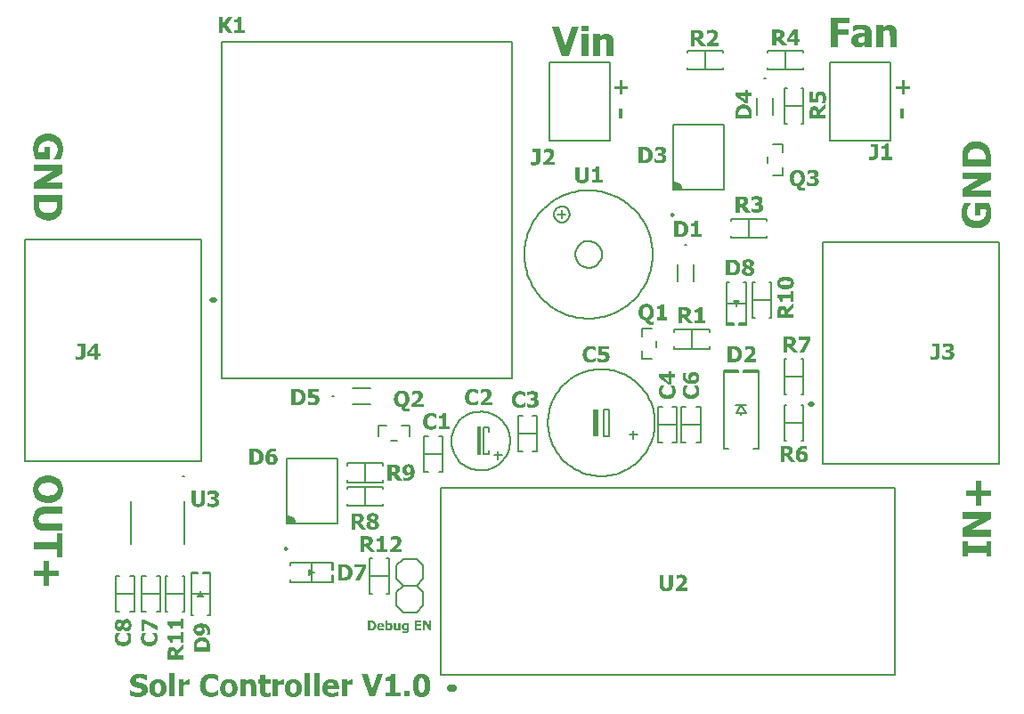
<source format=gto>
G04*
G04 #@! TF.GenerationSoftware,Altium Limited,Altium Designer,19.1.8 (144)*
G04*
G04 Layer_Color=65535*
%FSLAX25Y25*%
%MOIN*%
G70*
G01*
G75*
%ADD10C,0.00600*%
%ADD11C,0.01968*%
%ADD12C,0.00787*%
%ADD13C,0.00800*%
%ADD14C,0.02756*%
%ADD15C,0.00984*%
%ADD16C,0.00500*%
%ADD17C,0.00591*%
%ADD18R,0.01400X0.10800*%
%ADD19R,0.02000X0.10000*%
G36*
X100736Y73425D02*
Y76130D01*
X102236D01*
X103736Y74630D01*
Y73425D01*
X100736D01*
D02*
G37*
G36*
X245421Y198425D02*
Y201130D01*
X246921D01*
X248421Y199630D01*
Y198425D01*
X245421D01*
D02*
G37*
G36*
X154681Y33465D02*
X153805D01*
X152416Y35985D01*
Y33465D01*
X151585D01*
Y37080D01*
X152696D01*
X153850Y35005D01*
Y37080D01*
X154681D01*
Y33465D01*
D02*
G37*
G36*
X143240D02*
X142391D01*
Y33765D01*
X142380Y33755D01*
X142350Y33735D01*
X142311Y33700D01*
X142255Y33660D01*
X142191Y33615D01*
X142121Y33570D01*
X142051Y33525D01*
X141981Y33485D01*
X141971Y33480D01*
X141951Y33470D01*
X141911Y33455D01*
X141860Y33440D01*
X141796Y33420D01*
X141720Y33405D01*
X141636Y33395D01*
X141545Y33390D01*
X141506D01*
X141481Y33395D01*
X141446Y33400D01*
X141405Y33405D01*
X141315Y33420D01*
X141216Y33450D01*
X141111Y33500D01*
X141056Y33525D01*
X141006Y33560D01*
X140961Y33600D01*
X140916Y33645D01*
Y33650D01*
X140905Y33655D01*
X140895Y33670D01*
X140881Y33695D01*
X140866Y33720D01*
X140846Y33755D01*
X140825Y33790D01*
X140805Y33835D01*
X140780Y33890D01*
X140761Y33945D01*
X140741Y34010D01*
X140726Y34080D01*
X140710Y34155D01*
X140700Y34235D01*
X140696Y34320D01*
X140691Y34415D01*
Y36190D01*
X141541D01*
Y34835D01*
Y34825D01*
Y34800D01*
Y34760D01*
Y34715D01*
X141545Y34660D01*
Y34600D01*
Y34545D01*
X141551Y34490D01*
Y34485D01*
Y34470D01*
X141556Y34445D01*
X141560Y34410D01*
X141576Y34340D01*
X141601Y34265D01*
Y34260D01*
X141611Y34250D01*
X141615Y34235D01*
X141630Y34215D01*
X141671Y34175D01*
X141720Y34135D01*
X141726D01*
X141735Y34130D01*
X141755Y34125D01*
X141780Y34115D01*
X141811Y34110D01*
X141850Y34100D01*
X141895Y34095D01*
X141985D01*
X142010Y34100D01*
X142041Y34105D01*
X142076Y34110D01*
X142160Y34135D01*
X142166D01*
X142181Y34145D01*
X142206Y34155D01*
X142236Y34165D01*
X142311Y34205D01*
X142391Y34255D01*
Y36190D01*
X143240D01*
Y33465D01*
D02*
G37*
G36*
X150970Y36390D02*
X149431D01*
Y35755D01*
X150850D01*
Y35065D01*
X149431D01*
Y34155D01*
X150970D01*
Y33465D01*
X148526D01*
Y37080D01*
X150970D01*
Y36390D01*
D02*
G37*
G36*
X132205Y37075D02*
X132255D01*
X132366Y37070D01*
X132485Y37060D01*
X132610Y37045D01*
X132736Y37030D01*
X132750D01*
X132771Y37025D01*
X132791Y37020D01*
X132820Y37015D01*
X132855Y37005D01*
X132940Y36980D01*
X133036Y36950D01*
X133141Y36910D01*
X133250Y36860D01*
X133361Y36795D01*
X133365Y36790D01*
X133376Y36785D01*
X133396Y36770D01*
X133421Y36755D01*
X133450Y36730D01*
X133485Y36700D01*
X133565Y36630D01*
X133656Y36545D01*
X133746Y36435D01*
X133835Y36315D01*
X133921Y36175D01*
X133925Y36170D01*
X133931Y36160D01*
X133940Y36135D01*
X133956Y36105D01*
X133970Y36070D01*
X133985Y36025D01*
X134005Y35975D01*
X134026Y35915D01*
X134046Y35855D01*
X134065Y35785D01*
X134081Y35710D01*
X134096Y35630D01*
X134121Y35455D01*
X134131Y35265D01*
Y35260D01*
Y35245D01*
Y35215D01*
X134125Y35180D01*
Y35135D01*
X134121Y35085D01*
X134110Y35025D01*
X134100Y34965D01*
X134075Y34820D01*
X134036Y34670D01*
X133981Y34515D01*
X133946Y34435D01*
X133905Y34360D01*
Y34355D01*
X133896Y34345D01*
X133886Y34320D01*
X133865Y34295D01*
X133845Y34260D01*
X133820Y34225D01*
X133756Y34135D01*
X133676Y34040D01*
X133581Y33935D01*
X133470Y33840D01*
X133351Y33750D01*
X133345D01*
X133335Y33740D01*
X133320Y33735D01*
X133300Y33720D01*
X133275Y33705D01*
X133246Y33690D01*
X133170Y33650D01*
X133075Y33610D01*
X132975Y33575D01*
X132861Y33540D01*
X132736Y33515D01*
X132720D01*
X132701Y33510D01*
X132680Y33505D01*
X132645D01*
X132610Y33500D01*
X132571Y33495D01*
X132526Y33490D01*
X132421Y33480D01*
X132300Y33475D01*
X132170Y33465D01*
X130905D01*
Y37080D01*
X132166D01*
X132205Y37075D01*
D02*
G37*
G36*
X138420Y35905D02*
X138431Y35910D01*
X138451Y35930D01*
X138490Y35960D01*
X138535Y36000D01*
X138595Y36040D01*
X138655Y36080D01*
X138725Y36125D01*
X138795Y36165D01*
X138805Y36170D01*
X138830Y36180D01*
X138871Y36195D01*
X138926Y36215D01*
X138990Y36235D01*
X139066Y36250D01*
X139155Y36260D01*
X139245Y36265D01*
X139290D01*
X139325Y36260D01*
X139365Y36255D01*
X139410Y36245D01*
X139461Y36235D01*
X139515Y36220D01*
X139576Y36200D01*
X139636Y36175D01*
X139696Y36145D01*
X139755Y36105D01*
X139815Y36065D01*
X139875Y36015D01*
X139930Y35955D01*
X139980Y35890D01*
X139986Y35885D01*
X139990Y35875D01*
X140006Y35850D01*
X140021Y35820D01*
X140041Y35785D01*
X140060Y35740D01*
X140085Y35685D01*
X140111Y35625D01*
X140136Y35555D01*
X140161Y35475D01*
X140181Y35390D01*
X140200Y35300D01*
X140216Y35200D01*
X140231Y35095D01*
X140235Y34980D01*
X140241Y34860D01*
Y34855D01*
Y34830D01*
Y34800D01*
X140235Y34750D01*
X140231Y34695D01*
X140226Y34635D01*
X140216Y34560D01*
X140200Y34485D01*
X140161Y34320D01*
X140136Y34230D01*
X140101Y34145D01*
X140066Y34055D01*
X140021Y33970D01*
X139971Y33890D01*
X139910Y33810D01*
X139906Y33805D01*
X139895Y33795D01*
X139875Y33775D01*
X139850Y33750D01*
X139821Y33715D01*
X139780Y33685D01*
X139735Y33645D01*
X139685Y33610D01*
X139626Y33575D01*
X139566Y33535D01*
X139496Y33505D01*
X139426Y33475D01*
X139350Y33445D01*
X139266Y33425D01*
X139181Y33415D01*
X139091Y33410D01*
X139056D01*
X139021Y33415D01*
X138970D01*
X138916Y33420D01*
X138856Y33430D01*
X138735Y33455D01*
X138731D01*
X138710Y33465D01*
X138681Y33475D01*
X138640Y33490D01*
X138591Y33510D01*
X138540Y33535D01*
X138480Y33565D01*
X138420Y33600D01*
X138381Y33465D01*
X137571D01*
Y37240D01*
X138420D01*
Y35905D01*
D02*
G37*
G36*
X135980Y36270D02*
X136030Y36265D01*
X136091Y36255D01*
X136155Y36245D01*
X136225Y36235D01*
X136381Y36190D01*
X136460Y36165D01*
X136536Y36130D01*
X136610Y36095D01*
X136686Y36045D01*
X136756Y35995D01*
X136816Y35935D01*
X136820Y35930D01*
X136830Y35920D01*
X136846Y35900D01*
X136865Y35870D01*
X136890Y35835D01*
X136916Y35795D01*
X136945Y35745D01*
X136976Y35685D01*
X137005Y35620D01*
X137036Y35550D01*
X137060Y35470D01*
X137085Y35385D01*
X137106Y35290D01*
X137120Y35190D01*
X137130Y35085D01*
X137136Y34970D01*
Y34665D01*
X135271D01*
Y34655D01*
X135275Y34635D01*
Y34595D01*
X135285Y34550D01*
X135295Y34500D01*
X135306Y34445D01*
X135326Y34390D01*
X135345Y34340D01*
X135351Y34335D01*
X135361Y34320D01*
X135375Y34295D01*
X135396Y34270D01*
X135421Y34235D01*
X135456Y34205D01*
X135530Y34140D01*
X135536Y34135D01*
X135550Y34130D01*
X135571Y34115D01*
X135600Y34100D01*
X135635Y34080D01*
X135680Y34060D01*
X135731Y34045D01*
X135781Y34030D01*
X135785D01*
X135805Y34025D01*
X135836Y34020D01*
X135875Y34015D01*
X135925Y34010D01*
X135980Y34005D01*
X136100Y34000D01*
X136155D01*
X136196Y34005D01*
X136235D01*
X136285Y34015D01*
X136390Y34030D01*
X136396D01*
X136416Y34035D01*
X136441Y34045D01*
X136480Y34055D01*
X136521Y34065D01*
X136565Y34080D01*
X136655Y34115D01*
X136661D01*
X136676Y34125D01*
X136696Y34135D01*
X136721Y34145D01*
X136781Y34180D01*
X136846Y34215D01*
X136851Y34220D01*
X136861Y34225D01*
X136875Y34235D01*
X136900Y34250D01*
X136945Y34280D01*
X136995Y34315D01*
X137085D01*
Y33615D01*
X137081D01*
X137065Y33610D01*
X137046Y33600D01*
X137021Y33590D01*
X136960Y33560D01*
X136890Y33535D01*
X136885D01*
X136875Y33530D01*
X136855Y33520D01*
X136830Y33515D01*
X136795Y33505D01*
X136756Y33490D01*
X136711Y33480D01*
X136655Y33465D01*
X136651D01*
X136630Y33460D01*
X136606Y33455D01*
X136565Y33450D01*
X136525Y33440D01*
X136476Y33430D01*
X136371Y33415D01*
X136365D01*
X136346Y33410D01*
X136316Y33405D01*
X136270D01*
X136221Y33400D01*
X136155Y33395D01*
X136085Y33390D01*
X135976D01*
X135935Y33395D01*
X135886D01*
X135820Y33400D01*
X135746Y33410D01*
X135666Y33420D01*
X135575Y33435D01*
X135480Y33455D01*
X135386Y33480D01*
X135285Y33510D01*
X135190Y33545D01*
X135090Y33585D01*
X135001Y33635D01*
X134911Y33690D01*
X134830Y33755D01*
X134826Y33760D01*
X134816Y33770D01*
X134791Y33795D01*
X134766Y33825D01*
X134736Y33860D01*
X134701Y33910D01*
X134666Y33965D01*
X134625Y34025D01*
X134585Y34095D01*
X134550Y34175D01*
X134516Y34260D01*
X134485Y34355D01*
X134460Y34460D01*
X134441Y34570D01*
X134425Y34685D01*
X134421Y34810D01*
Y34820D01*
Y34840D01*
X134425Y34875D01*
Y34920D01*
X134431Y34975D01*
X134441Y35040D01*
X134450Y35115D01*
X134470Y35195D01*
X134491Y35275D01*
X134516Y35360D01*
X134546Y35450D01*
X134581Y35540D01*
X134625Y35630D01*
X134676Y35715D01*
X134736Y35795D01*
X134801Y35875D01*
X134806Y35880D01*
X134820Y35890D01*
X134841Y35910D01*
X134871Y35940D01*
X134911Y35970D01*
X134960Y36000D01*
X135015Y36040D01*
X135081Y36075D01*
X135151Y36110D01*
X135231Y36150D01*
X135320Y36180D01*
X135415Y36215D01*
X135521Y36240D01*
X135631Y36260D01*
X135750Y36270D01*
X135875Y36275D01*
X135935D01*
X135980Y36270D01*
D02*
G37*
G36*
X144911Y36260D02*
X144960D01*
X145020Y36250D01*
X145080Y36240D01*
X145145Y36230D01*
X145211Y36210D01*
X145220D01*
X145240Y36200D01*
X145271Y36190D01*
X145310Y36170D01*
X145355Y36150D01*
X145411Y36125D01*
X145516Y36065D01*
X145545Y36190D01*
X146370D01*
Y33775D01*
Y33770D01*
Y33760D01*
Y33740D01*
Y33715D01*
X146365Y33680D01*
Y33645D01*
X146355Y33555D01*
X146345Y33460D01*
X146326Y33350D01*
X146295Y33245D01*
X146260Y33140D01*
Y33135D01*
X146256Y33130D01*
X146250Y33115D01*
X146240Y33095D01*
X146215Y33050D01*
X146180Y32990D01*
X146141Y32920D01*
X146086Y32855D01*
X146030Y32785D01*
X145960Y32725D01*
X145950Y32720D01*
X145925Y32700D01*
X145886Y32675D01*
X145831Y32640D01*
X145765Y32605D01*
X145691Y32570D01*
X145600Y32540D01*
X145505Y32510D01*
X145501D01*
X145495Y32505D01*
X145481D01*
X145460Y32500D01*
X145436Y32495D01*
X145405Y32490D01*
X145331Y32475D01*
X145246Y32460D01*
X145145Y32450D01*
X145036Y32445D01*
X144915Y32440D01*
X144816D01*
X144746Y32445D01*
X144666Y32450D01*
X144580Y32455D01*
X144395Y32480D01*
X144386D01*
X144355Y32485D01*
X144310Y32495D01*
X144255Y32505D01*
X144185Y32515D01*
X144115Y32530D01*
X144045Y32545D01*
X143975Y32560D01*
Y33240D01*
X144076D01*
X144080Y33235D01*
X144096Y33230D01*
X144115Y33225D01*
X144160Y33210D01*
X144220Y33190D01*
X144226D01*
X144236Y33185D01*
X144255Y33180D01*
X144275Y33170D01*
X144331Y33155D01*
X144395Y33135D01*
X144401D01*
X144415Y33130D01*
X144436Y33125D01*
X144460Y33120D01*
X144526Y33110D01*
X144600Y33095D01*
X144606D01*
X144615Y33090D01*
X144635D01*
X144666Y33085D01*
X144730Y33080D01*
X144806Y33075D01*
X144841D01*
X144880Y33080D01*
X144936D01*
X144991Y33085D01*
X145051Y33095D01*
X145115Y33105D01*
X145170Y33120D01*
X145176D01*
X145195Y33130D01*
X145220Y33140D01*
X145250Y33155D01*
X145320Y33195D01*
X145355Y33220D01*
X145386Y33250D01*
X145390Y33255D01*
X145396Y33265D01*
X145411Y33280D01*
X145425Y33305D01*
X145446Y33335D01*
X145460Y33365D01*
X145491Y33445D01*
Y33450D01*
X145495Y33465D01*
X145501Y33490D01*
X145505Y33520D01*
X145510Y33565D01*
X145516Y33610D01*
X145520Y33670D01*
Y33730D01*
Y33780D01*
X145516Y33775D01*
X145495Y33760D01*
X145466Y33735D01*
X145425Y33710D01*
X145376Y33675D01*
X145320Y33645D01*
X145255Y33610D01*
X145185Y33580D01*
X145176Y33575D01*
X145150Y33570D01*
X145115Y33555D01*
X145065Y33545D01*
X145006Y33530D01*
X144940Y33515D01*
X144870Y33510D01*
X144796Y33505D01*
X144746D01*
X144711Y33510D01*
X144666Y33515D01*
X144611Y33525D01*
X144555Y33535D01*
X144495Y33550D01*
X144360Y33590D01*
X144296Y33615D01*
X144226Y33650D01*
X144160Y33690D01*
X144096Y33735D01*
X144030Y33785D01*
X143975Y33845D01*
X143971Y33850D01*
X143965Y33860D01*
X143950Y33880D01*
X143930Y33910D01*
X143911Y33945D01*
X143886Y33990D01*
X143860Y34045D01*
X143835Y34105D01*
X143806Y34175D01*
X143781Y34255D01*
X143755Y34340D01*
X143736Y34435D01*
X143716Y34535D01*
X143701Y34650D01*
X143695Y34765D01*
X143691Y34895D01*
Y34900D01*
Y34910D01*
Y34925D01*
Y34950D01*
X143695Y34975D01*
Y35010D01*
X143701Y35085D01*
X143710Y35175D01*
X143726Y35275D01*
X143746Y35370D01*
X143775Y35470D01*
Y35475D01*
X143781Y35480D01*
X143786Y35495D01*
X143790Y35515D01*
X143810Y35560D01*
X143841Y35620D01*
X143876Y35690D01*
X143921Y35760D01*
X143971Y35835D01*
X144026Y35905D01*
X144030Y35915D01*
X144051Y35935D01*
X144086Y35965D01*
X144125Y36000D01*
X144181Y36045D01*
X144240Y36090D01*
X144316Y36130D01*
X144390Y36170D01*
X144395D01*
X144401Y36175D01*
X144425Y36185D01*
X144471Y36200D01*
X144526Y36220D01*
X144596Y36235D01*
X144670Y36250D01*
X144750Y36260D01*
X144835Y36265D01*
X144870D01*
X144911Y36260D01*
D02*
G37*
G36*
X45741Y17208D02*
X45925Y17196D01*
X46145Y17184D01*
X46399Y17150D01*
X46665Y17115D01*
X46943Y17057D01*
X46954D01*
X46977Y17046D01*
X47012D01*
X47070Y17034D01*
X47128Y17011D01*
X47209Y16999D01*
X47382Y16953D01*
X47590Y16895D01*
X47821Y16826D01*
X48041Y16745D01*
X48272Y16653D01*
Y14745D01*
X48076D01*
X48052Y14768D01*
X47995Y14815D01*
X47891Y14884D01*
X47763Y14976D01*
X47602Y15080D01*
X47405Y15196D01*
X47186Y15312D01*
X46943Y15416D01*
X46931D01*
X46908Y15427D01*
X46873Y15439D01*
X46827Y15462D01*
X46769Y15485D01*
X46688Y15508D01*
X46515Y15554D01*
X46307Y15601D01*
X46076Y15647D01*
X45833Y15682D01*
X45567Y15693D01*
X45405D01*
X45243Y15670D01*
X45070Y15647D01*
X45058D01*
X45035Y15635D01*
X44989D01*
X44931Y15612D01*
X44781Y15566D01*
X44608Y15497D01*
X44596D01*
X44573Y15485D01*
X44538Y15462D01*
X44492Y15427D01*
X44388Y15346D01*
X44272Y15231D01*
Y15219D01*
X44249Y15196D01*
X44226Y15161D01*
X44203Y15115D01*
X44157Y14988D01*
X44145Y14919D01*
X44134Y14838D01*
Y14826D01*
Y14791D01*
X44145Y14734D01*
X44157Y14653D01*
X44191Y14572D01*
X44226Y14491D01*
X44284Y14410D01*
X44353Y14329D01*
X44365Y14318D01*
X44399Y14294D01*
X44457Y14260D01*
X44550Y14213D01*
X44665Y14167D01*
X44827Y14109D01*
X45012Y14052D01*
X45232Y13994D01*
X45255D01*
X45301Y13982D01*
X45382Y13959D01*
X45498Y13936D01*
X45613Y13913D01*
X45752Y13878D01*
X46041Y13809D01*
X46064D01*
X46110Y13797D01*
X46191Y13774D01*
X46295Y13739D01*
X46422Y13705D01*
X46561Y13670D01*
X46723Y13624D01*
X46885Y13566D01*
X46896D01*
X46920Y13555D01*
X46966Y13531D01*
X47024Y13508D01*
X47105Y13474D01*
X47186Y13439D01*
X47370Y13335D01*
X47578Y13219D01*
X47798Y13069D01*
X48006Y12896D01*
X48180Y12711D01*
X48203Y12687D01*
X48214Y12653D01*
X48249Y12618D01*
X48318Y12503D01*
X48399Y12341D01*
X48469Y12144D01*
X48538Y11901D01*
X48584Y11624D01*
X48607Y11312D01*
Y11300D01*
Y11254D01*
X48596Y11196D01*
Y11104D01*
X48573Y11000D01*
X48561Y10884D01*
X48526Y10745D01*
X48480Y10595D01*
X48434Y10445D01*
X48365Y10283D01*
X48284Y10110D01*
X48191Y9948D01*
X48076Y9786D01*
X47948Y9613D01*
X47798Y9462D01*
X47625Y9312D01*
X47613Y9300D01*
X47578Y9277D01*
X47521Y9243D01*
X47451Y9196D01*
X47347Y9139D01*
X47232Y9069D01*
X47081Y9011D01*
X46931Y8942D01*
X46746Y8861D01*
X46550Y8803D01*
X46330Y8734D01*
X46099Y8676D01*
X45845Y8630D01*
X45567Y8595D01*
X45278Y8572D01*
X44978Y8561D01*
X44816D01*
X44735Y8572D01*
X44527D01*
X44411Y8584D01*
X44145Y8607D01*
X43856Y8642D01*
X43567Y8688D01*
X43290Y8746D01*
X43278D01*
X43255Y8757D01*
X43220Y8769D01*
X43163Y8780D01*
X43105Y8792D01*
X43024Y8815D01*
X42851Y8873D01*
X42642Y8942D01*
X42423Y9011D01*
X41949Y9196D01*
Y11196D01*
X42134D01*
X42145Y11185D01*
X42157Y11173D01*
X42192Y11150D01*
X42249Y11104D01*
X42307Y11058D01*
X42377Y11011D01*
X42538Y10884D01*
X42746Y10757D01*
X42978Y10618D01*
X43244Y10480D01*
X43521Y10364D01*
X43532D01*
X43556Y10352D01*
X43602Y10341D01*
X43648Y10318D01*
X43718Y10295D01*
X43798Y10272D01*
X43995Y10225D01*
X44215Y10179D01*
X44457Y10133D01*
X44723Y10098D01*
X44989Y10086D01*
X45116D01*
X45186Y10098D01*
X45267D01*
X45359Y10110D01*
X45463Y10121D01*
X45475D01*
X45509Y10133D01*
X45567D01*
X45636Y10156D01*
X45787Y10191D01*
X45868Y10214D01*
X45937Y10248D01*
X45949D01*
X45972Y10272D01*
X46018Y10283D01*
X46064Y10318D01*
X46191Y10399D01*
X46307Y10503D01*
X46319Y10514D01*
X46330Y10537D01*
X46353Y10572D01*
X46388Y10630D01*
X46422Y10688D01*
X46446Y10769D01*
X46457Y10861D01*
X46469Y10965D01*
Y10977D01*
Y11023D01*
X46457Y11069D01*
X46434Y11150D01*
X46411Y11231D01*
X46365Y11312D01*
X46295Y11393D01*
X46214Y11474D01*
X46203Y11485D01*
X46168Y11508D01*
X46122Y11543D01*
X46053Y11589D01*
X45960Y11636D01*
X45868Y11682D01*
X45752Y11728D01*
X45625Y11763D01*
X45602D01*
X45555Y11786D01*
X45463Y11797D01*
X45347Y11832D01*
X45209Y11855D01*
X45058Y11890D01*
X44885Y11936D01*
X44712Y11971D01*
X44688D01*
X44631Y11994D01*
X44538Y12017D01*
X44423Y12040D01*
X44284Y12075D01*
X44122Y12121D01*
X43810Y12214D01*
X43798D01*
X43764Y12225D01*
X43718Y12248D01*
X43648Y12283D01*
X43567Y12318D01*
X43475Y12352D01*
X43267Y12456D01*
X43035Y12595D01*
X42804Y12745D01*
X42596Y12930D01*
X42492Y13034D01*
X42411Y13138D01*
Y13150D01*
X42388Y13161D01*
X42377Y13196D01*
X42342Y13242D01*
X42319Y13300D01*
X42284Y13370D01*
X42203Y13531D01*
X42122Y13751D01*
X42064Y13994D01*
X42018Y14271D01*
X41995Y14583D01*
Y14595D01*
Y14641D01*
X42007Y14699D01*
Y14780D01*
X42030Y14884D01*
X42053Y14999D01*
X42076Y15127D01*
X42122Y15265D01*
X42168Y15416D01*
X42238Y15566D01*
X42319Y15728D01*
X42411Y15890D01*
X42527Y16040D01*
X42654Y16202D01*
X42804Y16352D01*
X42978Y16491D01*
X42989Y16502D01*
X43024Y16525D01*
X43082Y16560D01*
X43151Y16606D01*
X43255Y16664D01*
X43371Y16722D01*
X43509Y16791D01*
X43660Y16861D01*
X43833Y16918D01*
X44018Y16988D01*
X44226Y17046D01*
X44446Y17103D01*
X44677Y17150D01*
X44931Y17184D01*
X45186Y17208D01*
X45463Y17219D01*
X45660D01*
X45741Y17208D01*
D02*
G37*
G36*
X72479Y17231D02*
X72618D01*
X72768Y17219D01*
X73068Y17184D01*
X73091D01*
X73138Y17173D01*
X73219Y17161D01*
X73323Y17138D01*
X73438Y17115D01*
X73565Y17092D01*
X73843Y17022D01*
X73854D01*
X73889Y17011D01*
X73947Y16988D01*
X74028Y16965D01*
X74120Y16930D01*
X74224Y16895D01*
X74455Y16791D01*
X74467Y16780D01*
X74513Y16768D01*
X74571Y16745D01*
X74652Y16710D01*
X74837Y16630D01*
X74929Y16583D01*
X75010Y16537D01*
Y14560D01*
X74791D01*
X74779Y14572D01*
X74768Y14583D01*
X74733Y14606D01*
X74687Y14653D01*
X74571Y14745D01*
X74409Y14872D01*
X74398Y14884D01*
X74375Y14907D01*
X74317Y14942D01*
X74259Y14988D01*
X74178Y15046D01*
X74097Y15104D01*
X73889Y15242D01*
X73878Y15254D01*
X73843Y15277D01*
X73773Y15300D01*
X73704Y15346D01*
X73600Y15393D01*
X73496Y15439D01*
X73369Y15497D01*
X73242Y15543D01*
X73230Y15554D01*
X73184Y15566D01*
X73115Y15589D01*
X73022Y15612D01*
X72907Y15635D01*
X72791Y15647D01*
X72652Y15670D01*
X72433D01*
X72352Y15658D01*
X72236Y15647D01*
X72109Y15635D01*
X71970Y15612D01*
X71831Y15566D01*
X71681Y15520D01*
X71670Y15508D01*
X71623Y15497D01*
X71542Y15462D01*
X71450Y15404D01*
X71346Y15335D01*
X71219Y15254D01*
X71092Y15150D01*
X70964Y15023D01*
X70953Y15011D01*
X70918Y14965D01*
X70860Y14896D01*
X70779Y14803D01*
X70698Y14676D01*
X70618Y14526D01*
X70537Y14352D01*
X70456Y14156D01*
Y14144D01*
X70444Y14132D01*
X70433Y14098D01*
X70421Y14063D01*
X70398Y13948D01*
X70363Y13797D01*
X70317Y13601D01*
X70294Y13381D01*
X70271Y13138D01*
X70259Y12873D01*
Y12861D01*
Y12838D01*
Y12803D01*
Y12745D01*
X70271Y12676D01*
Y12595D01*
X70282Y12422D01*
X70306Y12214D01*
X70340Y11994D01*
X70386Y11774D01*
X70456Y11566D01*
X70467Y11543D01*
X70490Y11474D01*
X70537Y11381D01*
X70606Y11266D01*
X70675Y11127D01*
X70768Y10977D01*
X70884Y10838D01*
X70999Y10711D01*
X71011Y10699D01*
X71057Y10665D01*
X71126Y10607D01*
X71219Y10537D01*
X71323Y10468D01*
X71450Y10387D01*
X71589Y10318D01*
X71727Y10260D01*
X71750D01*
X71797Y10237D01*
X71878Y10214D01*
X71982Y10191D01*
X72097Y10167D01*
X72236Y10144D01*
X72375Y10133D01*
X72525Y10121D01*
X72594D01*
X72675Y10133D01*
X72779D01*
X72895Y10156D01*
X73034Y10179D01*
X73172Y10202D01*
X73311Y10248D01*
X73323Y10260D01*
X73380Y10272D01*
X73450Y10306D01*
X73531Y10341D01*
X73635Y10387D01*
X73739Y10433D01*
X73843Y10503D01*
X73947Y10560D01*
X73958Y10572D01*
X73993Y10595D01*
X74051Y10630D01*
X74120Y10665D01*
X74282Y10780D01*
X74444Y10907D01*
X74455Y10919D01*
X74479Y10942D01*
X74513Y10965D01*
X74571Y11011D01*
X74687Y11115D01*
X74814Y11231D01*
X75010D01*
Y9266D01*
X74999D01*
X74964Y9243D01*
X74918Y9219D01*
X74860Y9196D01*
X74779Y9150D01*
X74687Y9116D01*
X74467Y9011D01*
X74455D01*
X74421Y8988D01*
X74352Y8965D01*
X74282Y8930D01*
X74190Y8896D01*
X74086Y8861D01*
X73854Y8780D01*
X73843D01*
X73785Y8769D01*
X73716Y8746D01*
X73612Y8722D01*
X73496Y8699D01*
X73380Y8665D01*
X73115Y8618D01*
X73103D01*
X73057Y8607D01*
X72976Y8595D01*
X72872Y8584D01*
X72745Y8572D01*
X72583Y8561D01*
X72386Y8549D01*
X72097D01*
X71993Y8561D01*
X71866Y8572D01*
X71704Y8584D01*
X71519Y8607D01*
X71323Y8642D01*
X71103Y8688D01*
X70860Y8746D01*
X70618Y8827D01*
X70375Y8919D01*
X70121Y9023D01*
X69878Y9162D01*
X69635Y9312D01*
X69415Y9485D01*
X69196Y9682D01*
X69184Y9693D01*
X69150Y9740D01*
X69092Y9798D01*
X69022Y9890D01*
X68941Y10006D01*
X68849Y10144D01*
X68745Y10318D01*
X68652Y10503D01*
X68548Y10722D01*
X68444Y10965D01*
X68352Y11219D01*
X68271Y11508D01*
X68202Y11821D01*
X68144Y12156D01*
X68109Y12503D01*
X68098Y12884D01*
Y12896D01*
Y12907D01*
Y12977D01*
X68109Y13081D01*
X68121Y13219D01*
X68132Y13381D01*
X68155Y13578D01*
X68190Y13797D01*
X68236Y14029D01*
X68294Y14271D01*
X68363Y14537D01*
X68456Y14791D01*
X68560Y15057D01*
X68687Y15323D01*
X68837Y15577D01*
X68999Y15820D01*
X69196Y16051D01*
X69207Y16063D01*
X69242Y16098D01*
X69311Y16167D01*
X69404Y16236D01*
X69508Y16329D01*
X69647Y16433D01*
X69808Y16537D01*
X69982Y16653D01*
X70190Y16757D01*
X70410Y16861D01*
X70652Y16965D01*
X70918Y17057D01*
X71207Y17138D01*
X71508Y17196D01*
X71831Y17231D01*
X72178Y17242D01*
X72352D01*
X72479Y17231D01*
D02*
G37*
G36*
X87287Y15173D02*
X87368Y15161D01*
X87461Y15150D01*
X87669Y15104D01*
X87911Y15034D01*
X88154Y14930D01*
X88270Y14861D01*
X88385Y14780D01*
X88489Y14676D01*
X88593Y14572D01*
X88605Y14560D01*
X88617Y14549D01*
X88640Y14502D01*
X88674Y14456D01*
X88709Y14398D01*
X88755Y14318D01*
X88801Y14225D01*
X88859Y14121D01*
X88906Y14005D01*
X88952Y13867D01*
X88998Y13728D01*
X89033Y13566D01*
X89067Y13393D01*
X89091Y13208D01*
X89114Y13011D01*
Y12803D01*
Y8711D01*
X87148D01*
Y11832D01*
Y11855D01*
Y11901D01*
Y11971D01*
Y12075D01*
X87137Y12179D01*
Y12306D01*
X87114Y12584D01*
Y12595D01*
X87102Y12641D01*
Y12711D01*
X87091Y12803D01*
X87056Y12988D01*
X87021Y13069D01*
X86998Y13150D01*
Y13161D01*
X86975Y13185D01*
X86952Y13219D01*
X86917Y13265D01*
X86825Y13370D01*
X86698Y13451D01*
X86686D01*
X86663Y13462D01*
X86617Y13485D01*
X86570Y13508D01*
X86489Y13520D01*
X86409Y13543D01*
X86304Y13555D01*
X86108D01*
X86039Y13543D01*
X85969Y13531D01*
X85888Y13520D01*
X85703Y13462D01*
X85692D01*
X85657Y13451D01*
X85611Y13427D01*
X85553Y13393D01*
X85472Y13346D01*
X85380Y13300D01*
X85183Y13173D01*
Y8711D01*
X83218D01*
Y15011D01*
X85183D01*
Y14306D01*
X85206Y14329D01*
X85264Y14375D01*
X85357Y14445D01*
X85472Y14549D01*
X85623Y14653D01*
X85773Y14757D01*
X85935Y14861D01*
X86108Y14953D01*
X86131Y14965D01*
X86189Y14988D01*
X86281Y15023D01*
X86409Y15069D01*
X86559Y15115D01*
X86732Y15150D01*
X86917Y15173D01*
X87125Y15184D01*
X87218D01*
X87287Y15173D01*
D02*
G37*
G36*
X125181Y15023D02*
X125320D01*
X125400Y15011D01*
Y13150D01*
X125227D01*
X125204Y13161D01*
X125146Y13173D01*
X125042Y13185D01*
X124903Y13208D01*
X124869D01*
X124822Y13219D01*
X124695D01*
X124626Y13231D01*
X124325D01*
X124244Y13219D01*
X124140Y13208D01*
X124036Y13196D01*
X123782Y13138D01*
X123770D01*
X123724Y13127D01*
X123655Y13104D01*
X123574Y13081D01*
X123482Y13046D01*
X123366Y13011D01*
X123135Y12919D01*
Y8711D01*
X121169D01*
Y15011D01*
X123135D01*
Y14098D01*
X123146Y14109D01*
X123158Y14121D01*
X123227Y14190D01*
X123343Y14283D01*
X123493Y14410D01*
X123505Y14422D01*
X123539Y14445D01*
X123585Y14479D01*
X123643Y14526D01*
X123782Y14618D01*
X123932Y14710D01*
X123944Y14722D01*
X123967Y14734D01*
X124013Y14757D01*
X124083Y14791D01*
X124152Y14826D01*
X124233Y14861D01*
X124429Y14930D01*
X124441D01*
X124476Y14942D01*
X124533Y14965D01*
X124603Y14988D01*
X124684Y14999D01*
X124776Y15023D01*
X124973Y15034D01*
X125100D01*
X125181Y15023D01*
D02*
G37*
G36*
X99356D02*
X99494D01*
X99575Y15011D01*
Y13150D01*
X99402D01*
X99379Y13161D01*
X99321Y13173D01*
X99217Y13185D01*
X99078Y13208D01*
X99044D01*
X98997Y13219D01*
X98870D01*
X98801Y13231D01*
X98500D01*
X98419Y13219D01*
X98315Y13208D01*
X98211Y13196D01*
X97957Y13138D01*
X97945D01*
X97899Y13127D01*
X97830Y13104D01*
X97749Y13081D01*
X97656Y13046D01*
X97541Y13011D01*
X97310Y12919D01*
Y8711D01*
X95344D01*
Y15011D01*
X97310D01*
Y14098D01*
X97321Y14109D01*
X97333Y14121D01*
X97402Y14190D01*
X97518Y14283D01*
X97668Y14410D01*
X97680Y14422D01*
X97714Y14445D01*
X97760Y14479D01*
X97818Y14526D01*
X97957Y14618D01*
X98107Y14710D01*
X98119Y14722D01*
X98142Y14734D01*
X98188Y14757D01*
X98258Y14791D01*
X98327Y14826D01*
X98408Y14861D01*
X98604Y14930D01*
X98616D01*
X98651Y14942D01*
X98708Y14965D01*
X98778Y14988D01*
X98859Y14999D01*
X98951Y15023D01*
X99148Y15034D01*
X99275D01*
X99356Y15023D01*
D02*
G37*
G36*
X64132D02*
X64271D01*
X64352Y15011D01*
Y13150D01*
X64179D01*
X64156Y13161D01*
X64098Y13173D01*
X63994Y13185D01*
X63855Y13208D01*
X63820D01*
X63774Y13219D01*
X63647D01*
X63578Y13231D01*
X63277D01*
X63196Y13219D01*
X63092Y13208D01*
X62988Y13196D01*
X62734Y13138D01*
X62722D01*
X62676Y13127D01*
X62607Y13104D01*
X62526Y13081D01*
X62433Y13046D01*
X62318Y13011D01*
X62086Y12919D01*
Y8711D01*
X60121D01*
Y15011D01*
X62086D01*
Y14098D01*
X62098Y14109D01*
X62109Y14121D01*
X62179Y14190D01*
X62294Y14283D01*
X62445Y14410D01*
X62456Y14422D01*
X62491Y14445D01*
X62537Y14479D01*
X62595Y14526D01*
X62734Y14618D01*
X62884Y14710D01*
X62896Y14722D01*
X62919Y14734D01*
X62965Y14757D01*
X63034Y14791D01*
X63104Y14826D01*
X63184Y14861D01*
X63381Y14930D01*
X63393D01*
X63427Y14942D01*
X63485Y14965D01*
X63554Y14988D01*
X63635Y14999D01*
X63728Y15023D01*
X63924Y15034D01*
X64052D01*
X64132Y15023D01*
D02*
G37*
G36*
X133735Y8711D02*
X131539D01*
X128672Y17069D01*
X130845D01*
X132672Y11381D01*
X134498Y17069D01*
X136614D01*
X133735Y8711D01*
D02*
G37*
G36*
X146625D02*
X144636D01*
Y10919D01*
X146625D01*
Y8711D01*
D02*
G37*
G36*
X141411Y10167D02*
X143133D01*
Y8711D01*
X137619D01*
Y10167D01*
X139376D01*
Y14583D01*
X137619D01*
Y15947D01*
X137758D01*
X137862Y15959D01*
X137978D01*
X138105Y15971D01*
X138382Y15994D01*
X138394D01*
X138452Y16005D01*
X138521Y16017D01*
X138602Y16028D01*
X138798Y16086D01*
X138902Y16121D01*
X138995Y16156D01*
X139007Y16167D01*
X139041Y16179D01*
X139087Y16213D01*
X139145Y16248D01*
X139284Y16364D01*
X139411Y16514D01*
X139423Y16525D01*
X139434Y16560D01*
X139457Y16606D01*
X139492Y16676D01*
X139515Y16757D01*
X139538Y16861D01*
X139561Y16965D01*
X139573Y17092D01*
X141411D01*
Y10167D01*
D02*
G37*
G36*
X112846Y8711D02*
X110881D01*
Y17439D01*
X112846D01*
Y8711D01*
D02*
G37*
G36*
X109378D02*
X107413D01*
Y17439D01*
X109378D01*
Y8711D01*
D02*
G37*
G36*
X58618D02*
X56653D01*
Y17439D01*
X58618D01*
Y8711D01*
D02*
G37*
G36*
X92651Y15011D02*
X94547D01*
Y13647D01*
X92651D01*
Y11393D01*
Y11381D01*
Y11335D01*
Y11277D01*
Y11196D01*
Y11115D01*
Y11011D01*
Y10815D01*
Y10803D01*
Y10769D01*
Y10722D01*
X92663Y10665D01*
X92686Y10526D01*
X92743Y10375D01*
Y10364D01*
X92755Y10341D01*
X92778Y10306D01*
X92813Y10260D01*
X92894Y10156D01*
X93021Y10063D01*
X93032D01*
X93056Y10040D01*
X93102Y10029D01*
X93171Y10006D01*
X93252Y9983D01*
X93345Y9971D01*
X93460Y9948D01*
X93668D01*
X93714Y9959D01*
X93772D01*
X93842Y9983D01*
X94015Y10017D01*
X94027D01*
X94061Y10029D01*
X94096Y10040D01*
X94154Y10063D01*
X94269Y10098D01*
X94327Y10121D01*
X94373Y10144D01*
X94547D01*
Y8757D01*
X94535D01*
X94489Y8746D01*
X94431Y8734D01*
X94339Y8722D01*
X94235Y8699D01*
X94119Y8676D01*
X93865Y8642D01*
X93853D01*
X93795Y8630D01*
X93726Y8618D01*
X93622D01*
X93495Y8607D01*
X93333Y8595D01*
X93171Y8584D01*
X92859D01*
X92778Y8595D01*
X92674D01*
X92570Y8607D01*
X92443Y8630D01*
X92304Y8642D01*
X92015Y8699D01*
X91726Y8792D01*
X91460Y8907D01*
X91333Y8988D01*
X91229Y9069D01*
Y9081D01*
X91206Y9092D01*
X91183Y9127D01*
X91148Y9162D01*
X91102Y9219D01*
X91056Y9289D01*
X91009Y9370D01*
X90963Y9462D01*
X90905Y9566D01*
X90859Y9682D01*
X90813Y9821D01*
X90767Y9959D01*
X90732Y10121D01*
X90709Y10295D01*
X90697Y10480D01*
X90686Y10688D01*
Y13647D01*
X89934D01*
Y15011D01*
X90686D01*
Y16814D01*
X92651D01*
Y15011D01*
D02*
G37*
G36*
X151318Y17231D02*
X151399D01*
X151619Y17208D01*
X151850Y17173D01*
X152104Y17115D01*
X152358Y17046D01*
X152590Y16953D01*
X152601D01*
X152613Y16942D01*
X152647Y16918D01*
X152694Y16895D01*
X152798Y16838D01*
X152936Y16745D01*
X153098Y16618D01*
X153260Y16479D01*
X153433Y16306D01*
X153584Y16109D01*
Y16098D01*
X153595Y16086D01*
X153618Y16051D01*
X153641Y16005D01*
X153711Y15890D01*
X153792Y15728D01*
X153884Y15531D01*
X153977Y15300D01*
X154069Y15034D01*
X154139Y14745D01*
Y14734D01*
X154150Y14710D01*
Y14664D01*
X154162Y14606D01*
X154185Y14526D01*
X154196Y14433D01*
X154208Y14329D01*
X154231Y14213D01*
X154243Y14075D01*
X154254Y13936D01*
X154289Y13624D01*
X154300Y13265D01*
X154312Y12884D01*
Y12873D01*
Y12838D01*
Y12780D01*
Y12699D01*
Y12607D01*
X154300Y12503D01*
Y12375D01*
X154289Y12248D01*
X154266Y11948D01*
X154231Y11636D01*
X154185Y11300D01*
X154127Y10988D01*
Y10977D01*
X154115Y10954D01*
X154104Y10907D01*
X154092Y10849D01*
X154081Y10780D01*
X154058Y10699D01*
X153988Y10514D01*
X153919Y10306D01*
X153815Y10075D01*
X153711Y9855D01*
X153572Y9636D01*
Y9624D01*
X153561Y9613D01*
X153503Y9543D01*
X153422Y9451D01*
X153306Y9335D01*
X153168Y9196D01*
X152994Y9058D01*
X152798Y8930D01*
X152578Y8815D01*
X152566D01*
X152555Y8803D01*
X152520Y8792D01*
X152474Y8769D01*
X152416Y8746D01*
X152347Y8722D01*
X152162Y8676D01*
X151954Y8630D01*
X151699Y8584D01*
X151410Y8549D01*
X151087Y8538D01*
X150936D01*
X150867Y8549D01*
X150775D01*
X150567Y8572D01*
X150335Y8607D01*
X150093Y8653D01*
X149838Y8722D01*
X149595Y8815D01*
X149584D01*
X149572Y8827D01*
X149538Y8850D01*
X149492Y8873D01*
X149387Y8930D01*
X149237Y9023D01*
X149087Y9139D01*
X148914Y9289D01*
X148752Y9451D01*
X148601Y9647D01*
Y9659D01*
X148590Y9670D01*
X148567Y9705D01*
X148544Y9740D01*
X148474Y9867D01*
X148393Y10017D01*
X148301Y10214D01*
X148208Y10445D01*
X148116Y10711D01*
X148047Y11000D01*
Y11011D01*
X148035Y11034D01*
Y11081D01*
X148023Y11139D01*
X148012Y11219D01*
X147989Y11312D01*
X147977Y11416D01*
X147966Y11543D01*
X147942Y11670D01*
X147931Y11821D01*
X147896Y12133D01*
X147885Y12491D01*
X147873Y12884D01*
Y12896D01*
Y12930D01*
Y12988D01*
Y13069D01*
Y13161D01*
X147885Y13277D01*
Y13404D01*
X147896Y13543D01*
X147908Y13832D01*
X147942Y14156D01*
X147977Y14468D01*
X148035Y14780D01*
Y14791D01*
X148047Y14815D01*
X148058Y14861D01*
X148070Y14907D01*
X148093Y14976D01*
X148116Y15057D01*
X148174Y15242D01*
X148255Y15450D01*
X148347Y15682D01*
X148474Y15913D01*
X148613Y16132D01*
Y16144D01*
X148636Y16156D01*
X148682Y16225D01*
X148775Y16317D01*
X148890Y16444D01*
X149029Y16583D01*
X149203Y16722D01*
X149399Y16849D01*
X149619Y16965D01*
X149630D01*
X149642Y16976D01*
X149676Y16988D01*
X149723Y17011D01*
X149792Y17034D01*
X149861Y17057D01*
X150035Y17103D01*
X150243Y17150D01*
X150497Y17196D01*
X150775Y17231D01*
X151087Y17242D01*
X151237D01*
X151318Y17231D01*
D02*
G37*
G36*
X117493Y15196D02*
X117609Y15184D01*
X117748Y15161D01*
X117898Y15138D01*
X118060Y15115D01*
X118418Y15011D01*
X118603Y14953D01*
X118777Y14872D01*
X118950Y14791D01*
X119123Y14676D01*
X119285Y14560D01*
X119424Y14422D01*
X119436Y14410D01*
X119459Y14387D01*
X119493Y14341D01*
X119539Y14271D01*
X119597Y14190D01*
X119655Y14098D01*
X119725Y13982D01*
X119794Y13844D01*
X119863Y13693D01*
X119933Y13531D01*
X119990Y13346D01*
X120048Y13150D01*
X120094Y12930D01*
X120129Y12699D01*
X120152Y12456D01*
X120164Y12190D01*
Y11485D01*
X115852D01*
Y11462D01*
X115863Y11416D01*
Y11323D01*
X115887Y11219D01*
X115910Y11104D01*
X115933Y10977D01*
X115979Y10849D01*
X116025Y10734D01*
X116037Y10722D01*
X116060Y10688D01*
X116095Y10630D01*
X116141Y10572D01*
X116199Y10491D01*
X116280Y10422D01*
X116453Y10272D01*
X116465Y10260D01*
X116499Y10248D01*
X116545Y10214D01*
X116615Y10179D01*
X116696Y10133D01*
X116800Y10086D01*
X116915Y10052D01*
X117031Y10017D01*
X117043D01*
X117089Y10006D01*
X117158Y9994D01*
X117251Y9983D01*
X117366Y9971D01*
X117493Y9959D01*
X117771Y9948D01*
X117898D01*
X117991Y9959D01*
X118083D01*
X118199Y9983D01*
X118441Y10017D01*
X118453D01*
X118499Y10029D01*
X118557Y10052D01*
X118649Y10075D01*
X118742Y10098D01*
X118846Y10133D01*
X119054Y10214D01*
X119066D01*
X119100Y10237D01*
X119147Y10260D01*
X119204Y10283D01*
X119343Y10364D01*
X119493Y10445D01*
X119505Y10456D01*
X119528Y10468D01*
X119563Y10491D01*
X119620Y10526D01*
X119725Y10595D01*
X119840Y10676D01*
X120048D01*
Y9058D01*
X120037D01*
X120002Y9046D01*
X119956Y9023D01*
X119898Y9000D01*
X119759Y8930D01*
X119597Y8873D01*
X119586D01*
X119563Y8861D01*
X119516Y8838D01*
X119459Y8827D01*
X119378Y8803D01*
X119285Y8769D01*
X119181Y8746D01*
X119054Y8711D01*
X119042D01*
X118996Y8699D01*
X118938Y8688D01*
X118846Y8676D01*
X118753Y8653D01*
X118638Y8630D01*
X118395Y8595D01*
X118384D01*
X118337Y8584D01*
X118268Y8572D01*
X118164D01*
X118048Y8561D01*
X117898Y8549D01*
X117736Y8538D01*
X117482D01*
X117389Y8549D01*
X117274D01*
X117123Y8561D01*
X116950Y8584D01*
X116765Y8607D01*
X116557Y8642D01*
X116337Y8688D01*
X116118Y8746D01*
X115887Y8815D01*
X115667Y8896D01*
X115436Y8988D01*
X115228Y9104D01*
X115020Y9231D01*
X114835Y9381D01*
X114823Y9393D01*
X114800Y9416D01*
X114742Y9474D01*
X114684Y9543D01*
X114615Y9624D01*
X114534Y9740D01*
X114453Y9867D01*
X114361Y10006D01*
X114268Y10167D01*
X114187Y10352D01*
X114106Y10549D01*
X114037Y10769D01*
X113979Y11011D01*
X113933Y11266D01*
X113898Y11531D01*
X113887Y11821D01*
Y11844D01*
Y11890D01*
X113898Y11971D01*
Y12075D01*
X113910Y12202D01*
X113933Y12352D01*
X113956Y12526D01*
X114002Y12711D01*
X114049Y12896D01*
X114106Y13092D01*
X114176Y13300D01*
X114257Y13508D01*
X114361Y13716D01*
X114476Y13913D01*
X114615Y14098D01*
X114765Y14283D01*
X114777Y14294D01*
X114812Y14318D01*
X114858Y14364D01*
X114927Y14433D01*
X115020Y14502D01*
X115135Y14572D01*
X115262Y14664D01*
X115413Y14745D01*
X115574Y14826D01*
X115759Y14919D01*
X115968Y14988D01*
X116187Y15069D01*
X116430Y15127D01*
X116684Y15173D01*
X116962Y15196D01*
X117251Y15208D01*
X117389D01*
X117493Y15196D01*
D02*
G37*
G36*
X103367D02*
X103494Y15184D01*
X103645Y15161D01*
X103818Y15127D01*
X103991Y15092D01*
X104188Y15046D01*
X104384Y14988D01*
X104581Y14919D01*
X104777Y14826D01*
X104974Y14722D01*
X105170Y14606D01*
X105355Y14468D01*
X105517Y14306D01*
X105529Y14294D01*
X105552Y14260D01*
X105598Y14213D01*
X105656Y14144D01*
X105714Y14052D01*
X105783Y13948D01*
X105864Y13809D01*
X105945Y13670D01*
X106026Y13497D01*
X106107Y13312D01*
X106176Y13115D01*
X106234Y12896D01*
X106292Y12664D01*
X106338Y12410D01*
X106361Y12144D01*
X106373Y11855D01*
Y11832D01*
Y11786D01*
Y11705D01*
X106361Y11601D01*
X106350Y11462D01*
X106326Y11312D01*
X106303Y11150D01*
X106269Y10965D01*
X106222Y10769D01*
X106165Y10572D01*
X106095Y10364D01*
X106014Y10167D01*
X105910Y9959D01*
X105795Y9763D01*
X105667Y9578D01*
X105517Y9404D01*
X105506Y9393D01*
X105483Y9370D01*
X105425Y9324D01*
X105355Y9266D01*
X105274Y9196D01*
X105170Y9127D01*
X105043Y9046D01*
X104893Y8965D01*
X104731Y8873D01*
X104558Y8792D01*
X104361Y8722D01*
X104142Y8653D01*
X103910Y8595D01*
X103656Y8549D01*
X103390Y8526D01*
X103113Y8514D01*
X103043D01*
X102963Y8526D01*
X102858D01*
X102731Y8538D01*
X102581Y8561D01*
X102419Y8584D01*
X102234Y8630D01*
X102049Y8676D01*
X101853Y8734D01*
X101656Y8803D01*
X101460Y8896D01*
X101263Y8988D01*
X101067Y9116D01*
X100893Y9243D01*
X100720Y9404D01*
X100708Y9416D01*
X100685Y9451D01*
X100639Y9497D01*
X100581Y9566D01*
X100523Y9659D01*
X100454Y9774D01*
X100373Y9902D01*
X100292Y10040D01*
X100211Y10214D01*
X100130Y10399D01*
X100061Y10595D01*
X100003Y10815D01*
X99945Y11046D01*
X99899Y11300D01*
X99876Y11566D01*
X99864Y11855D01*
Y11878D01*
Y11925D01*
X99876Y12005D01*
Y12110D01*
X99888Y12248D01*
X99911Y12398D01*
X99934Y12572D01*
X99968Y12757D01*
X100015Y12942D01*
X100073Y13150D01*
X100142Y13358D01*
X100223Y13555D01*
X100327Y13763D01*
X100442Y13959D01*
X100570Y14144D01*
X100720Y14318D01*
X100731Y14329D01*
X100754Y14352D01*
X100812Y14398D01*
X100882Y14456D01*
X100963Y14526D01*
X101067Y14595D01*
X101194Y14676D01*
X101344Y14768D01*
X101506Y14849D01*
X101679Y14930D01*
X101876Y14999D01*
X102095Y15069D01*
X102327Y15127D01*
X102569Y15173D01*
X102835Y15196D01*
X103113Y15208D01*
X103263D01*
X103367Y15196D01*
D02*
G37*
G36*
X79172D02*
X79299Y15184D01*
X79449Y15161D01*
X79623Y15127D01*
X79796Y15092D01*
X79993Y15046D01*
X80189Y14988D01*
X80386Y14919D01*
X80582Y14826D01*
X80779Y14722D01*
X80975Y14606D01*
X81160Y14468D01*
X81322Y14306D01*
X81334Y14294D01*
X81357Y14260D01*
X81403Y14213D01*
X81461Y14144D01*
X81519Y14052D01*
X81588Y13948D01*
X81669Y13809D01*
X81750Y13670D01*
X81831Y13497D01*
X81912Y13312D01*
X81981Y13115D01*
X82039Y12896D01*
X82097Y12664D01*
X82143Y12410D01*
X82166Y12144D01*
X82178Y11855D01*
Y11832D01*
Y11786D01*
Y11705D01*
X82166Y11601D01*
X82155Y11462D01*
X82131Y11312D01*
X82108Y11150D01*
X82074Y10965D01*
X82027Y10769D01*
X81969Y10572D01*
X81900Y10364D01*
X81819Y10167D01*
X81715Y9959D01*
X81600Y9763D01*
X81472Y9578D01*
X81322Y9404D01*
X81311Y9393D01*
X81287Y9370D01*
X81230Y9324D01*
X81160Y9266D01*
X81079Y9196D01*
X80975Y9127D01*
X80848Y9046D01*
X80698Y8965D01*
X80536Y8873D01*
X80363Y8792D01*
X80166Y8722D01*
X79947Y8653D01*
X79715Y8595D01*
X79461Y8549D01*
X79195Y8526D01*
X78918Y8514D01*
X78848D01*
X78767Y8526D01*
X78663D01*
X78536Y8538D01*
X78386Y8561D01*
X78224Y8584D01*
X78039Y8630D01*
X77854Y8676D01*
X77658Y8734D01*
X77461Y8803D01*
X77265Y8896D01*
X77068Y8988D01*
X76872Y9116D01*
X76698Y9243D01*
X76525Y9404D01*
X76513Y9416D01*
X76490Y9451D01*
X76444Y9497D01*
X76386Y9566D01*
X76328Y9659D01*
X76259Y9774D01*
X76178Y9902D01*
X76097Y10040D01*
X76016Y10214D01*
X75935Y10399D01*
X75866Y10595D01*
X75808Y10815D01*
X75750Y11046D01*
X75704Y11300D01*
X75681Y11566D01*
X75669Y11855D01*
Y11878D01*
Y11925D01*
X75681Y12005D01*
Y12110D01*
X75692Y12248D01*
X75716Y12398D01*
X75739Y12572D01*
X75773Y12757D01*
X75820Y12942D01*
X75877Y13150D01*
X75947Y13358D01*
X76028Y13555D01*
X76132Y13763D01*
X76247Y13959D01*
X76375Y14144D01*
X76525Y14318D01*
X76536Y14329D01*
X76559Y14352D01*
X76617Y14398D01*
X76687Y14456D01*
X76767Y14526D01*
X76872Y14595D01*
X76999Y14676D01*
X77149Y14768D01*
X77311Y14849D01*
X77484Y14930D01*
X77681Y14999D01*
X77900Y15069D01*
X78132Y15127D01*
X78374Y15173D01*
X78640Y15196D01*
X78918Y15208D01*
X79068D01*
X79172Y15196D01*
D02*
G37*
G36*
X52607D02*
X52734Y15184D01*
X52885Y15161D01*
X53058Y15127D01*
X53231Y15092D01*
X53428Y15046D01*
X53624Y14988D01*
X53821Y14919D01*
X54017Y14826D01*
X54214Y14722D01*
X54410Y14606D01*
X54595Y14468D01*
X54757Y14306D01*
X54769Y14294D01*
X54792Y14260D01*
X54838Y14213D01*
X54896Y14144D01*
X54954Y14052D01*
X55023Y13948D01*
X55104Y13809D01*
X55185Y13670D01*
X55266Y13497D01*
X55347Y13312D01*
X55416Y13115D01*
X55474Y12896D01*
X55532Y12664D01*
X55578Y12410D01*
X55601Y12144D01*
X55613Y11855D01*
Y11832D01*
Y11786D01*
Y11705D01*
X55601Y11601D01*
X55590Y11462D01*
X55567Y11312D01*
X55543Y11150D01*
X55509Y10965D01*
X55462Y10769D01*
X55405Y10572D01*
X55335Y10364D01*
X55254Y10167D01*
X55150Y9959D01*
X55035Y9763D01*
X54908Y9578D01*
X54757Y9404D01*
X54746Y9393D01*
X54723Y9370D01*
X54665Y9324D01*
X54595Y9266D01*
X54514Y9196D01*
X54410Y9127D01*
X54283Y9046D01*
X54133Y8965D01*
X53971Y8873D01*
X53798Y8792D01*
X53601Y8722D01*
X53382Y8653D01*
X53150Y8595D01*
X52896Y8549D01*
X52630Y8526D01*
X52353Y8514D01*
X52283D01*
X52202Y8526D01*
X52099D01*
X51971Y8538D01*
X51821Y8561D01*
X51659Y8584D01*
X51474Y8630D01*
X51289Y8676D01*
X51093Y8734D01*
X50896Y8803D01*
X50700Y8896D01*
X50503Y8988D01*
X50307Y9116D01*
X50133Y9243D01*
X49960Y9404D01*
X49948Y9416D01*
X49925Y9451D01*
X49879Y9497D01*
X49821Y9566D01*
X49763Y9659D01*
X49694Y9774D01*
X49613Y9902D01*
X49532Y10040D01*
X49451Y10214D01*
X49370Y10399D01*
X49301Y10595D01*
X49243Y10815D01*
X49185Y11046D01*
X49139Y11300D01*
X49116Y11566D01*
X49104Y11855D01*
Y11878D01*
Y11925D01*
X49116Y12005D01*
Y12110D01*
X49128Y12248D01*
X49151Y12398D01*
X49174Y12572D01*
X49209Y12757D01*
X49255Y12942D01*
X49312Y13150D01*
X49382Y13358D01*
X49463Y13555D01*
X49567Y13763D01*
X49682Y13959D01*
X49810Y14144D01*
X49960Y14318D01*
X49971Y14329D01*
X49995Y14352D01*
X50052Y14398D01*
X50122Y14456D01*
X50203Y14526D01*
X50307Y14595D01*
X50434Y14676D01*
X50584Y14768D01*
X50746Y14849D01*
X50919Y14930D01*
X51116Y14999D01*
X51336Y15069D01*
X51567Y15127D01*
X51810Y15173D01*
X52075Y15196D01*
X52353Y15208D01*
X52503D01*
X52607Y15196D01*
D02*
G37*
G36*
X331853Y237288D02*
X333907D01*
Y236253D01*
X331853D01*
Y234200D01*
X330794D01*
Y236253D01*
X328740D01*
Y237288D01*
X330794D01*
Y239342D01*
X331853D01*
Y237288D01*
D02*
G37*
G36*
X331733Y225079D02*
X330184D01*
Y228801D01*
X331733D01*
Y225079D01*
D02*
G37*
G36*
X226418D02*
X224869D01*
Y228801D01*
X226418D01*
Y225079D01*
D02*
G37*
G36*
X226223Y237288D02*
X228277D01*
Y236253D01*
X226223D01*
Y234200D01*
X225164D01*
Y236253D01*
X223110D01*
Y237288D01*
X225164D01*
Y239342D01*
X226223D01*
Y237288D01*
D02*
G37*
G36*
X326617Y260264D02*
X326720Y260249D01*
X326839Y260234D01*
X327106Y260175D01*
X327418Y260086D01*
X327730Y259952D01*
X327878Y259863D01*
X328026Y259759D01*
X328160Y259626D01*
X328293Y259492D01*
X328308Y259477D01*
X328323Y259463D01*
X328353Y259403D01*
X328397Y259344D01*
X328442Y259270D01*
X328501Y259166D01*
X328560Y259047D01*
X328635Y258914D01*
X328694Y258765D01*
X328753Y258587D01*
X328813Y258409D01*
X328857Y258201D01*
X328902Y257979D01*
X328931Y257741D01*
X328961Y257489D01*
Y257222D01*
Y251969D01*
X326438D01*
Y255975D01*
Y256005D01*
Y256064D01*
Y256153D01*
Y256287D01*
X326424Y256420D01*
Y256584D01*
X326394Y256940D01*
Y256955D01*
X326379Y257014D01*
Y257103D01*
X326364Y257222D01*
X326320Y257459D01*
X326275Y257563D01*
X326245Y257667D01*
Y257682D01*
X326216Y257712D01*
X326186Y257756D01*
X326142Y257816D01*
X326023Y257949D01*
X325860Y258053D01*
X325845D01*
X325815Y258068D01*
X325756Y258097D01*
X325696Y258127D01*
X325592Y258142D01*
X325489Y258172D01*
X325355Y258187D01*
X325103D01*
X325014Y258172D01*
X324925Y258157D01*
X324821Y258142D01*
X324583Y258068D01*
X324569D01*
X324524Y258053D01*
X324465Y258023D01*
X324391Y257979D01*
X324287Y257919D01*
X324168Y257860D01*
X323916Y257697D01*
Y251969D01*
X321393D01*
Y260056D01*
X323916D01*
Y259151D01*
X323945Y259181D01*
X324020Y259240D01*
X324138Y259329D01*
X324287Y259463D01*
X324480Y259596D01*
X324672Y259730D01*
X324880Y259863D01*
X325103Y259982D01*
X325132Y259997D01*
X325207Y260027D01*
X325325Y260071D01*
X325489Y260131D01*
X325681Y260190D01*
X325904Y260234D01*
X326142Y260264D01*
X326409Y260279D01*
X326527D01*
X326617Y260264D01*
D02*
G37*
G36*
X315872Y260279D02*
X316036D01*
X316243Y260264D01*
X316451Y260234D01*
X316688Y260205D01*
X317178Y260131D01*
X317683Y259997D01*
X317920Y259923D01*
X318158Y259834D01*
X318365Y259715D01*
X318558Y259596D01*
X318573Y259581D01*
X318603Y259567D01*
X318647Y259522D01*
X318707Y259463D01*
X318781Y259388D01*
X318870Y259299D01*
X318944Y259196D01*
X319048Y259077D01*
X319137Y258928D01*
X319211Y258765D01*
X319300Y258602D01*
X319374Y258409D01*
X319434Y258201D01*
X319478Y257979D01*
X319508Y257726D01*
X319523Y257474D01*
Y251969D01*
X317000D01*
Y252814D01*
X316985Y252800D01*
X316956Y252785D01*
X316911Y252740D01*
X316837Y252696D01*
X316688Y252562D01*
X316525Y252429D01*
X316510Y252414D01*
X316496Y252399D01*
X316451Y252369D01*
X316392Y252325D01*
X316318Y252265D01*
X316214Y252206D01*
X316110Y252147D01*
X315991Y252087D01*
X315976D01*
X315932Y252058D01*
X315872Y252028D01*
X315783Y251998D01*
X315679Y251954D01*
X315561Y251909D01*
X315323Y251835D01*
X315308D01*
X315264Y251820D01*
X315190Y251805D01*
X315101Y251790D01*
X314967Y251776D01*
X314819Y251761D01*
X314641Y251746D01*
X314329D01*
X314255Y251761D01*
X314166D01*
X314062Y251790D01*
X313824Y251835D01*
X313542Y251924D01*
X313246Y252043D01*
X312949Y252221D01*
X312800Y252340D01*
X312667Y252458D01*
Y252473D01*
X312637Y252488D01*
X312608Y252532D01*
X312563Y252592D01*
X312504Y252666D01*
X312444Y252740D01*
X312326Y252963D01*
X312192Y253215D01*
X312073Y253527D01*
X311999Y253883D01*
X311984Y254076D01*
X311969Y254269D01*
Y254283D01*
Y254313D01*
Y254358D01*
Y254417D01*
X311984Y254580D01*
X312014Y254788D01*
X312058Y255026D01*
X312118Y255263D01*
X312207Y255500D01*
X312326Y255723D01*
X312340Y255753D01*
X312385Y255812D01*
X312474Y255916D01*
X312593Y256049D01*
X312726Y256183D01*
X312904Y256331D01*
X313112Y256480D01*
X313350Y256613D01*
X313364D01*
X313379Y256628D01*
X313468Y256673D01*
X313617Y256717D01*
X313809Y256791D01*
X314047Y256866D01*
X314314Y256940D01*
X314626Y257014D01*
X314967Y257073D01*
X315012D01*
X315056Y257088D01*
X315130Y257103D01*
X315219D01*
X315323Y257118D01*
X315442Y257133D01*
X315576Y257148D01*
X315887Y257177D01*
X316229Y257222D01*
X316599Y257252D01*
X317000Y257281D01*
Y257311D01*
Y257326D01*
Y257341D01*
Y257415D01*
X316970Y257534D01*
X316941Y257682D01*
X316881Y257845D01*
X316792Y257994D01*
X316674Y258127D01*
X316510Y258246D01*
X316496Y258261D01*
X316421Y258290D01*
X316303Y258335D01*
X316154Y258379D01*
X315947Y258424D01*
X315694Y258468D01*
X315397Y258498D01*
X315056Y258513D01*
X314982D01*
X314878Y258498D01*
X314759D01*
X314611Y258468D01*
X314433Y258439D01*
X314240Y258409D01*
X314017Y258350D01*
X313988D01*
X313913Y258320D01*
X313795Y258290D01*
X313646Y258231D01*
X313468Y258172D01*
X313275Y258112D01*
X312860Y257934D01*
X312652D01*
Y259878D01*
X312667D01*
X312726Y259893D01*
X312815Y259923D01*
X312949Y259952D01*
X313112Y259997D01*
X313320Y260041D01*
X313557Y260086D01*
X313854Y260145D01*
X313899D01*
X313943Y260160D01*
X314002Y260175D01*
X314166Y260190D01*
X314373Y260220D01*
X314626Y260249D01*
X314908Y260264D01*
X315219Y260294D01*
X315724D01*
X315872Y260279D01*
D02*
G37*
G36*
X311316Y260650D02*
X306820D01*
Y258632D01*
X310960D01*
Y256584D01*
X306820D01*
Y251969D01*
X304134D01*
Y262698D01*
X311316D01*
Y260650D01*
D02*
G37*
G36*
X213525Y257854D02*
X210853D01*
Y259828D01*
X213525D01*
Y257854D01*
D02*
G37*
G36*
X220603Y256905D02*
X220707Y256890D01*
X220826Y256875D01*
X221093Y256816D01*
X221405Y256726D01*
X221716Y256593D01*
X221865Y256504D01*
X222013Y256400D01*
X222147Y256266D01*
X222280Y256133D01*
X222295Y256118D01*
X222310Y256103D01*
X222340Y256044D01*
X222384Y255984D01*
X222429Y255910D01*
X222488Y255806D01*
X222547Y255688D01*
X222621Y255554D01*
X222681Y255406D01*
X222740Y255228D01*
X222800Y255049D01*
X222844Y254842D01*
X222889Y254619D01*
X222918Y254382D01*
X222948Y254129D01*
Y253862D01*
Y248609D01*
X220425D01*
Y252616D01*
Y252645D01*
Y252705D01*
Y252794D01*
Y252927D01*
X220410Y253061D01*
Y253224D01*
X220381Y253580D01*
Y253595D01*
X220366Y253655D01*
Y253744D01*
X220351Y253862D01*
X220306Y254100D01*
X220262Y254204D01*
X220232Y254308D01*
Y254322D01*
X220203Y254352D01*
X220173Y254397D01*
X220128Y254456D01*
X220010Y254590D01*
X219846Y254693D01*
X219832D01*
X219802Y254708D01*
X219743Y254738D01*
X219683Y254767D01*
X219579Y254782D01*
X219475Y254812D01*
X219342Y254827D01*
X219090D01*
X219001Y254812D01*
X218912Y254797D01*
X218808Y254782D01*
X218570Y254708D01*
X218555D01*
X218511Y254693D01*
X218451Y254664D01*
X218377Y254619D01*
X218273Y254560D01*
X218155Y254500D01*
X217902Y254337D01*
Y248609D01*
X215380D01*
Y256697D01*
X217902D01*
Y255791D01*
X217932Y255821D01*
X218006Y255880D01*
X218125Y255970D01*
X218273Y256103D01*
X218466Y256237D01*
X218659Y256370D01*
X218867Y256504D01*
X219090Y256623D01*
X219119Y256637D01*
X219194Y256667D01*
X219312Y256712D01*
X219475Y256771D01*
X219668Y256830D01*
X219891Y256875D01*
X220128Y256905D01*
X220395Y256919D01*
X220514D01*
X220603Y256905D01*
D02*
G37*
G36*
X206387Y248609D02*
X203567D01*
X199887Y259338D01*
X202677D01*
X205021Y252037D01*
X207366Y259338D01*
X210082D01*
X206387Y248609D01*
D02*
G37*
G36*
X213450D02*
X210928D01*
Y256697D01*
X213450D01*
Y248609D01*
D02*
G37*
G36*
X11515Y91521D02*
X11693D01*
X11901Y91491D01*
X12153Y91461D01*
X12435Y91417D01*
X12747Y91357D01*
X13058Y91283D01*
X13400Y91194D01*
X13726Y91090D01*
X14067Y90957D01*
X14409Y90793D01*
X14735Y90615D01*
X15047Y90393D01*
X15344Y90155D01*
X15359Y90140D01*
X15403Y90096D01*
X15477Y90007D01*
X15581Y89903D01*
X15700Y89755D01*
X15819Y89591D01*
X15967Y89384D01*
X16101Y89161D01*
X16249Y88909D01*
X16383Y88627D01*
X16501Y88315D01*
X16620Y87974D01*
X16724Y87603D01*
X16798Y87217D01*
X16843Y86801D01*
X16857Y86356D01*
Y86252D01*
X16843Y86119D01*
X16828Y85956D01*
X16813Y85748D01*
X16783Y85510D01*
X16739Y85258D01*
X16665Y84976D01*
X16590Y84679D01*
X16486Y84368D01*
X16368Y84056D01*
X16219Y83730D01*
X16056Y83418D01*
X15848Y83121D01*
X15626Y82824D01*
X15359Y82557D01*
X15344Y82542D01*
X15284Y82498D01*
X15210Y82424D01*
X15091Y82335D01*
X14928Y82231D01*
X14750Y82112D01*
X14528Y81993D01*
X14290Y81860D01*
X14008Y81726D01*
X13697Y81608D01*
X13370Y81489D01*
X12999Y81385D01*
X12598Y81296D01*
X12183Y81222D01*
X11738Y81177D01*
X11263Y81162D01*
X11233D01*
X11144D01*
X11011Y81177D01*
X10832D01*
X10610Y81207D01*
X10357Y81236D01*
X10076Y81281D01*
X9779Y81340D01*
X9452Y81415D01*
X9126Y81504D01*
X8784Y81622D01*
X8443Y81756D01*
X8102Y81904D01*
X7775Y82097D01*
X7464Y82305D01*
X7167Y82557D01*
X7152Y82572D01*
X7108Y82617D01*
X7033Y82706D01*
X6929Y82810D01*
X6826Y82958D01*
X6692Y83121D01*
X6559Y83314D01*
X6425Y83552D01*
X6291Y83804D01*
X6158Y84086D01*
X6024Y84397D01*
X5920Y84739D01*
X5816Y85110D01*
X5742Y85496D01*
X5698Y85911D01*
X5683Y86356D01*
Y86460D01*
X5698Y86594D01*
X5713Y86757D01*
X5727Y86965D01*
X5757Y87187D01*
X5802Y87454D01*
X5876Y87736D01*
X5950Y88033D01*
X6054Y88345D01*
X6173Y88657D01*
X6321Y88983D01*
X6484Y89295D01*
X6692Y89591D01*
X6915Y89888D01*
X7182Y90155D01*
X7197Y90170D01*
X7256Y90215D01*
X7345Y90289D01*
X7464Y90363D01*
X7612Y90482D01*
X7790Y90586D01*
X8013Y90719D01*
X8265Y90838D01*
X8532Y90971D01*
X8844Y91105D01*
X9185Y91209D01*
X9541Y91313D01*
X9927Y91402D01*
X10357Y91476D01*
X10788Y91521D01*
X11263Y91535D01*
X11278D01*
X11292D01*
X11382D01*
X11515Y91521D01*
D02*
G37*
G36*
X16635Y77007D02*
X9942D01*
X9927D01*
X9898D01*
X9838D01*
X9764D01*
X9660Y76992D01*
X9556Y76977D01*
X9304Y76948D01*
X9037Y76903D01*
X8755Y76829D01*
X8502Y76725D01*
X8265Y76591D01*
X8235Y76577D01*
X8176Y76517D01*
X8102Y76414D01*
X7998Y76265D01*
X7894Y76072D01*
X7820Y75849D01*
X7761Y75568D01*
X7731Y75241D01*
Y75152D01*
X7746Y75093D01*
X7761Y74929D01*
X7790Y74722D01*
X7864Y74514D01*
X7953Y74277D01*
X8072Y74069D01*
X8250Y73891D01*
X8280Y73876D01*
X8354Y73817D01*
X8473Y73742D01*
X8651Y73668D01*
X8888Y73579D01*
X9185Y73520D01*
X9348Y73490D01*
X9527Y73460D01*
X9734Y73445D01*
X9942D01*
X16635D01*
Y70745D01*
X9779D01*
X9764D01*
X9690D01*
X9586D01*
X9452Y70759D01*
X9289Y70774D01*
X9096Y70804D01*
X8888Y70834D01*
X8666Y70893D01*
X8414Y70952D01*
X8176Y71026D01*
X7909Y71116D01*
X7657Y71219D01*
X7419Y71353D01*
X7182Y71516D01*
X6944Y71680D01*
X6737Y71887D01*
X6722Y71902D01*
X6692Y71947D01*
X6633Y72006D01*
X6573Y72095D01*
X6499Y72214D01*
X6410Y72362D01*
X6306Y72525D01*
X6217Y72733D01*
X6113Y72956D01*
X6009Y73208D01*
X5920Y73475D01*
X5846Y73772D01*
X5787Y74098D01*
X5727Y74455D01*
X5698Y74840D01*
X5683Y75241D01*
Y75449D01*
X5698Y75597D01*
X5713Y75775D01*
X5742Y75983D01*
X5772Y76206D01*
X5816Y76458D01*
X5861Y76725D01*
X5935Y76992D01*
X6024Y77274D01*
X6128Y77541D01*
X6247Y77808D01*
X6380Y78075D01*
X6544Y78328D01*
X6722Y78550D01*
X6737Y78565D01*
X6766Y78595D01*
X6826Y78654D01*
X6915Y78728D01*
X7018Y78818D01*
X7152Y78921D01*
X7315Y79025D01*
X7493Y79129D01*
X7701Y79233D01*
X7924Y79337D01*
X8176Y79441D01*
X8443Y79530D01*
X8755Y79604D01*
X9066Y79663D01*
X9408Y79693D01*
X9779Y79708D01*
X16635D01*
Y77007D01*
D02*
G37*
G36*
Y60728D02*
X14587D01*
Y63903D01*
X5906D01*
Y66604D01*
X14587D01*
Y69780D01*
X16635D01*
Y60728D01*
D02*
G37*
G36*
X11560Y55652D02*
X15240D01*
Y53753D01*
X11560D01*
Y50072D01*
X9705D01*
Y53753D01*
X6024D01*
Y55652D01*
X9705D01*
Y59333D01*
X11560D01*
Y55652D01*
D02*
G37*
G36*
X11515Y219473D02*
X11693Y219459D01*
X11916Y219444D01*
X12153Y219414D01*
X12435Y219370D01*
X12732Y219295D01*
X13044Y219221D01*
X13370Y219117D01*
X13711Y218999D01*
X14053Y218850D01*
X14394Y218687D01*
X14720Y218479D01*
X15032Y218256D01*
X15329Y217989D01*
X15344Y217974D01*
X15388Y217915D01*
X15477Y217826D01*
X15566Y217707D01*
X15685Y217559D01*
X15819Y217381D01*
X15952Y217158D01*
X16101Y216906D01*
X16234Y216639D01*
X16368Y216327D01*
X16501Y215986D01*
X16620Y215615D01*
X16724Y215229D01*
X16798Y214799D01*
X16843Y214353D01*
X16857Y213879D01*
Y213656D01*
X16843Y213537D01*
Y213270D01*
X16828Y213107D01*
X16798Y212766D01*
X16739Y212395D01*
X16679Y212038D01*
X16590Y211697D01*
Y211682D01*
X16576Y211653D01*
X16561Y211608D01*
X16546Y211549D01*
X16516Y211475D01*
X16486Y211386D01*
X16412Y211163D01*
X16308Y210896D01*
X16190Y210599D01*
X16056Y210287D01*
X15908Y209946D01*
X13400D01*
Y210213D01*
X13429Y210228D01*
X13459Y210273D01*
X13504Y210347D01*
X13563Y210421D01*
X13637Y210510D01*
X13726Y210629D01*
X13815Y210762D01*
X13830Y210777D01*
X13860Y210822D01*
X13919Y210896D01*
X13979Y210985D01*
X14053Y211089D01*
X14142Y211208D01*
X14290Y211460D01*
X14305Y211475D01*
X14335Y211534D01*
X14364Y211623D01*
X14424Y211727D01*
X14483Y211875D01*
X14542Y212038D01*
X14617Y212217D01*
X14676Y212409D01*
X14691Y212439D01*
X14706Y212498D01*
X14735Y212602D01*
X14765Y212736D01*
X14795Y212914D01*
X14824Y213092D01*
X14854Y213300D01*
Y213641D01*
X14839Y213775D01*
X14824Y213938D01*
X14795Y214131D01*
X14765Y214339D01*
X14706Y214561D01*
X14631Y214784D01*
X14617Y214814D01*
X14587Y214873D01*
X14542Y214992D01*
X14468Y215125D01*
X14364Y215274D01*
X14260Y215452D01*
X14127Y215615D01*
X13964Y215793D01*
X13949Y215808D01*
X13889Y215867D01*
X13786Y215941D01*
X13667Y216045D01*
X13504Y216149D01*
X13326Y216268D01*
X13103Y216372D01*
X12866Y216476D01*
X12836Y216491D01*
X12747Y216505D01*
X12613Y216550D01*
X12420Y216594D01*
X12198Y216639D01*
X11930Y216669D01*
X11634Y216698D01*
X11322Y216713D01*
X11307D01*
X11233D01*
X11144D01*
X11011Y216698D01*
X10862Y216683D01*
X10669Y216669D01*
X10476Y216639D01*
X10268Y216594D01*
X9808Y216491D01*
X9571Y216402D01*
X9348Y216312D01*
X9126Y216209D01*
X8903Y216090D01*
X8710Y215941D01*
X8532Y215778D01*
X8517Y215763D01*
X8488Y215734D01*
X8443Y215674D01*
X8399Y215600D01*
X8324Y215511D01*
X8250Y215392D01*
X8176Y215259D01*
X8087Y215096D01*
X7998Y214917D01*
X7924Y214724D01*
X7850Y214517D01*
X7775Y214294D01*
X7731Y214042D01*
X7686Y213775D01*
X7657Y213493D01*
X7642Y213196D01*
Y212632D01*
X7657Y212513D01*
X9794D01*
Y214591D01*
X11812D01*
Y209901D01*
X6514D01*
Y209916D01*
X6499Y209931D01*
X6484Y209976D01*
X6469Y210035D01*
X6440Y210094D01*
X6410Y210184D01*
X6336Y210391D01*
X6247Y210658D01*
X6158Y210985D01*
X6054Y211341D01*
X5950Y211742D01*
Y211757D01*
X5935Y211786D01*
X5920Y211846D01*
X5906Y211935D01*
X5891Y212038D01*
X5861Y212157D01*
X5846Y212291D01*
X5816Y212439D01*
X5772Y212780D01*
X5727Y213152D01*
X5698Y213552D01*
X5683Y213968D01*
Y214072D01*
X5698Y214205D01*
X5713Y214383D01*
X5727Y214591D01*
X5757Y214843D01*
X5802Y215125D01*
X5861Y215422D01*
X5935Y215734D01*
X6039Y216060D01*
X6158Y216387D01*
X6291Y216728D01*
X6469Y217054D01*
X6662Y217381D01*
X6885Y217692D01*
X7137Y217989D01*
X7152Y218004D01*
X7211Y218049D01*
X7286Y218123D01*
X7404Y218227D01*
X7553Y218331D01*
X7746Y218464D01*
X7953Y218598D01*
X8206Y218731D01*
X8473Y218880D01*
X8784Y219013D01*
X9126Y219147D01*
X9497Y219251D01*
X9898Y219355D01*
X10328Y219429D01*
X10788Y219473D01*
X11278Y219488D01*
X11307D01*
X11396D01*
X11515Y219473D01*
D02*
G37*
G36*
X16635Y204574D02*
X10476Y201146D01*
X16635D01*
Y198682D01*
X5906D01*
Y201279D01*
X13385Y205405D01*
X5906D01*
Y207869D01*
X16635D01*
Y204574D01*
D02*
G37*
G36*
Y192761D02*
X16620Y192643D01*
Y192494D01*
X16605Y192168D01*
X16576Y191812D01*
X16531Y191441D01*
X16486Y191070D01*
Y191025D01*
X16472Y190966D01*
X16457Y190906D01*
X16442Y190817D01*
X16412Y190713D01*
X16338Y190461D01*
X16249Y190179D01*
X16130Y189868D01*
X15982Y189541D01*
X15789Y189215D01*
X15774Y189200D01*
X15759Y189170D01*
X15715Y189111D01*
X15670Y189037D01*
X15596Y188947D01*
X15507Y188844D01*
X15299Y188606D01*
X15047Y188339D01*
X14720Y188072D01*
X14364Y187805D01*
X13949Y187552D01*
X13934Y187538D01*
X13904Y187523D01*
X13830Y187493D01*
X13741Y187449D01*
X13637Y187404D01*
X13504Y187360D01*
X13355Y187300D01*
X13177Y187241D01*
X12999Y187181D01*
X12791Y187122D01*
X12569Y187078D01*
X12331Y187033D01*
X11812Y186959D01*
X11248Y186929D01*
X11233D01*
X11188D01*
X11100D01*
X10996Y186944D01*
X10862D01*
X10714Y186959D01*
X10536Y186989D01*
X10357Y187018D01*
X9927Y187092D01*
X9482Y187211D01*
X9022Y187374D01*
X8784Y187478D01*
X8562Y187597D01*
X8547D01*
X8517Y187627D01*
X8443Y187656D01*
X8369Y187716D01*
X8265Y187775D01*
X8161Y187849D01*
X7894Y188042D01*
X7612Y188280D01*
X7300Y188562D01*
X7018Y188888D01*
X6751Y189244D01*
Y189259D01*
X6722Y189289D01*
X6707Y189333D01*
X6662Y189393D01*
X6618Y189467D01*
X6573Y189556D01*
X6455Y189778D01*
X6336Y190060D01*
X6232Y190357D01*
X6128Y190699D01*
X6054Y191070D01*
Y191114D01*
X6039Y191174D01*
X6024Y191233D01*
Y191337D01*
X6009Y191441D01*
X5995Y191559D01*
X5980Y191693D01*
X5950Y192005D01*
X5935Y192361D01*
X5906Y192746D01*
Y196501D01*
X16635D01*
Y192761D01*
D02*
G37*
G36*
X360597Y85821D02*
X364277D01*
Y83922D01*
X360597D01*
Y80241D01*
X358742D01*
Y83922D01*
X355062D01*
Y85821D01*
X358742D01*
Y89502D01*
X360597D01*
Y85821D01*
D02*
G37*
G36*
X364396Y75166D02*
X356916Y71041D01*
X364396D01*
Y68577D01*
X353666D01*
Y71872D01*
X359825Y75300D01*
X353666D01*
Y77763D01*
X364396D01*
Y75166D01*
D02*
G37*
G36*
Y61024D02*
X362526D01*
Y62567D01*
X355536D01*
Y61024D01*
X353666D01*
Y66811D01*
X355536D01*
Y65268D01*
X362526D01*
Y66811D01*
X364396D01*
Y61024D01*
D02*
G37*
G36*
X359083Y216599D02*
X359217D01*
X359365Y216584D01*
X359543Y216555D01*
X359721Y216525D01*
X360152Y216451D01*
X360597Y216332D01*
X361057Y216169D01*
X361294Y216065D01*
X361517Y215946D01*
X361532D01*
X361561Y215917D01*
X361636Y215887D01*
X361710Y215828D01*
X361814Y215768D01*
X361917Y215694D01*
X362185Y215501D01*
X362467Y215264D01*
X362778Y214982D01*
X363060Y214655D01*
X363327Y214299D01*
Y214284D01*
X363357Y214254D01*
X363372Y214210D01*
X363416Y214151D01*
X363461Y214076D01*
X363505Y213987D01*
X363624Y213765D01*
X363743Y213483D01*
X363847Y213186D01*
X363951Y212845D01*
X364025Y212474D01*
Y212429D01*
X364040Y212370D01*
X364054Y212311D01*
Y212207D01*
X364069Y212103D01*
X364084Y211984D01*
X364099Y211850D01*
X364129Y211539D01*
X364144Y211183D01*
X364173Y210797D01*
Y207042D01*
X353444D01*
Y210782D01*
X353459Y210901D01*
Y211049D01*
X353474Y211376D01*
X353503Y211732D01*
X353548Y212103D01*
X353592Y212474D01*
Y212518D01*
X353607Y212578D01*
X353622Y212637D01*
X353637Y212726D01*
X353666Y212830D01*
X353741Y213082D01*
X353830Y213364D01*
X353948Y213676D01*
X354097Y214002D01*
X354290Y214329D01*
X354305Y214344D01*
X354320Y214373D01*
X354364Y214433D01*
X354409Y214507D01*
X354483Y214596D01*
X354572Y214700D01*
X354780Y214937D01*
X355032Y215204D01*
X355358Y215471D01*
X355714Y215739D01*
X356130Y215991D01*
X356145Y216006D01*
X356174Y216020D01*
X356249Y216050D01*
X356338Y216095D01*
X356442Y216139D01*
X356575Y216184D01*
X356723Y216243D01*
X356902Y216302D01*
X357080Y216362D01*
X357288Y216421D01*
X357510Y216466D01*
X357748Y216510D01*
X358267Y216584D01*
X358831Y216614D01*
X358846D01*
X358890D01*
X358979D01*
X359083Y216599D01*
D02*
G37*
G36*
X364173Y202264D02*
X356694Y198138D01*
X364173D01*
Y195675D01*
X353444D01*
Y198969D01*
X359602Y202397D01*
X353444D01*
Y204861D01*
X364173D01*
Y202264D01*
D02*
G37*
G36*
X363565Y193627D02*
X363580Y193612D01*
X363595Y193568D01*
X363609Y193508D01*
X363639Y193449D01*
X363669Y193360D01*
X363743Y193152D01*
X363832Y192885D01*
X363921Y192558D01*
X364025Y192202D01*
X364129Y191802D01*
Y191787D01*
X364144Y191757D01*
X364158Y191698D01*
X364173Y191609D01*
X364188Y191505D01*
X364218Y191386D01*
X364233Y191253D01*
X364262Y191104D01*
X364307Y190763D01*
X364351Y190392D01*
X364381Y189991D01*
X364396Y189576D01*
Y189472D01*
X364381Y189338D01*
X364366Y189160D01*
X364351Y188952D01*
X364322Y188700D01*
X364277Y188418D01*
X364218Y188121D01*
X364144Y187810D01*
X364040Y187483D01*
X363921Y187157D01*
X363787Y186815D01*
X363609Y186489D01*
X363416Y186162D01*
X363194Y185851D01*
X362942Y185554D01*
X362927Y185539D01*
X362867Y185495D01*
X362793Y185420D01*
X362674Y185317D01*
X362526Y185213D01*
X362333Y185079D01*
X362125Y184945D01*
X361873Y184812D01*
X361606Y184664D01*
X361294Y184530D01*
X360953Y184396D01*
X360582Y184293D01*
X360181Y184189D01*
X359751Y184115D01*
X359291Y184070D01*
X358801Y184055D01*
X358771D01*
X358682D01*
X358564Y184070D01*
X358386Y184085D01*
X358163Y184100D01*
X357926Y184129D01*
X357644Y184174D01*
X357347Y184248D01*
X357035Y184322D01*
X356709Y184426D01*
X356367Y184545D01*
X356026Y184693D01*
X355685Y184856D01*
X355358Y185064D01*
X355047Y185287D01*
X354750Y185554D01*
X354735Y185569D01*
X354691Y185628D01*
X354601Y185717D01*
X354512Y185836D01*
X354394Y185984D01*
X354260Y186162D01*
X354127Y186385D01*
X353978Y186637D01*
X353845Y186904D01*
X353711Y187216D01*
X353577Y187557D01*
X353459Y187928D01*
X353355Y188314D01*
X353281Y188745D01*
X353236Y189190D01*
X353221Y189665D01*
Y189887D01*
X353236Y190006D01*
Y190273D01*
X353251Y190436D01*
X353281Y190778D01*
X353340Y191149D01*
X353399Y191505D01*
X353488Y191846D01*
Y191861D01*
X353503Y191891D01*
X353518Y191935D01*
X353533Y191995D01*
X353563Y192069D01*
X353592Y192158D01*
X353666Y192380D01*
X353770Y192648D01*
X353889Y192944D01*
X354023Y193256D01*
X354171Y193597D01*
X356679D01*
Y193330D01*
X356649Y193315D01*
X356620Y193271D01*
X356575Y193197D01*
X356516Y193122D01*
X356442Y193033D01*
X356353Y192915D01*
X356263Y192781D01*
X356249Y192766D01*
X356219Y192722D01*
X356160Y192648D01*
X356100Y192558D01*
X356026Y192455D01*
X355937Y192336D01*
X355789Y192084D01*
X355774Y192069D01*
X355744Y192009D01*
X355714Y191920D01*
X355655Y191816D01*
X355596Y191668D01*
X355536Y191505D01*
X355462Y191327D01*
X355403Y191134D01*
X355388Y191104D01*
X355373Y191045D01*
X355343Y190941D01*
X355314Y190807D01*
X355284Y190629D01*
X355254Y190451D01*
X355225Y190243D01*
Y189902D01*
X355240Y189769D01*
X355254Y189605D01*
X355284Y189412D01*
X355314Y189205D01*
X355373Y188982D01*
X355447Y188759D01*
X355462Y188730D01*
X355492Y188670D01*
X355536Y188552D01*
X355611Y188418D01*
X355714Y188270D01*
X355818Y188092D01*
X355952Y187928D01*
X356115Y187750D01*
X356130Y187735D01*
X356189Y187676D01*
X356293Y187602D01*
X356412Y187498D01*
X356575Y187394D01*
X356753Y187275D01*
X356976Y187171D01*
X357213Y187068D01*
X357243Y187053D01*
X357332Y187038D01*
X357466Y186993D01*
X357659Y186949D01*
X357881Y186904D01*
X358148Y186875D01*
X358445Y186845D01*
X358757Y186830D01*
X358771D01*
X358846D01*
X358935D01*
X359068Y186845D01*
X359217Y186860D01*
X359410Y186875D01*
X359602Y186904D01*
X359810Y186949D01*
X360270Y187053D01*
X360508Y187142D01*
X360730Y187231D01*
X360953Y187335D01*
X361176Y187453D01*
X361368Y187602D01*
X361546Y187765D01*
X361561Y187780D01*
X361591Y187810D01*
X361636Y187869D01*
X361680Y187943D01*
X361754Y188032D01*
X361828Y188151D01*
X361903Y188285D01*
X361992Y188448D01*
X362081Y188626D01*
X362155Y188819D01*
X362229Y189026D01*
X362303Y189249D01*
X362348Y189501D01*
X362392Y189769D01*
X362422Y190050D01*
X362437Y190347D01*
Y190911D01*
X362422Y191030D01*
X360285D01*
Y188952D01*
X358267D01*
Y193642D01*
X363565D01*
Y193627D01*
D02*
G37*
G36*
X141497Y68799D02*
X141588Y68791D01*
X141687Y68783D01*
X141803Y68766D01*
X141928Y68749D01*
X142184Y68692D01*
X142325Y68650D01*
X142457Y68609D01*
X142590Y68551D01*
X142714Y68485D01*
X142830Y68410D01*
X142938Y68327D01*
X142946Y68319D01*
X142963Y68302D01*
X142987Y68278D01*
X143029Y68244D01*
X143070Y68195D01*
X143112Y68137D01*
X143161Y68062D01*
X143219Y67988D01*
X143269Y67897D01*
X143319Y67797D01*
X143360Y67681D01*
X143410Y67566D01*
X143443Y67441D01*
X143468Y67300D01*
X143484Y67151D01*
X143492Y66994D01*
Y66986D01*
Y66969D01*
Y66944D01*
Y66903D01*
X143484Y66853D01*
X143476Y66795D01*
X143459Y66663D01*
X143426Y66497D01*
X143385Y66324D01*
X143319Y66133D01*
X143236Y65943D01*
Y65934D01*
X143228Y65918D01*
X143211Y65893D01*
X143186Y65851D01*
X143161Y65810D01*
X143128Y65752D01*
X143037Y65620D01*
X142921Y65454D01*
X142780Y65272D01*
X142606Y65073D01*
X142408Y64858D01*
X142391Y64841D01*
X142350Y64800D01*
X142275Y64725D01*
X142184Y64643D01*
X142077Y64543D01*
X141961Y64436D01*
X141704Y64212D01*
X141687Y64204D01*
X141646Y64171D01*
X141588Y64121D01*
X141514Y64063D01*
X141348Y63931D01*
X141273Y63873D01*
X141207Y63823D01*
X143757D01*
Y62697D01*
X139353D01*
Y63666D01*
X139361Y63674D01*
X139377Y63682D01*
X139410Y63707D01*
X139444Y63740D01*
X139493Y63781D01*
X139551Y63831D01*
X139684Y63939D01*
X139841Y64063D01*
X140007Y64204D01*
X140181Y64353D01*
X140354Y64502D01*
X140363Y64510D01*
X140371Y64518D01*
X140396Y64543D01*
X140429Y64568D01*
X140512Y64643D01*
X140619Y64742D01*
X140744Y64858D01*
X140876Y64990D01*
X141008Y65123D01*
X141141Y65255D01*
X141149Y65264D01*
X141157Y65280D01*
X141182Y65297D01*
X141216Y65330D01*
X141290Y65421D01*
X141389Y65529D01*
X141489Y65661D01*
X141596Y65794D01*
X141696Y65934D01*
X141779Y66067D01*
X141787Y66083D01*
X141812Y66125D01*
X141845Y66199D01*
X141878Y66290D01*
X141911Y66398D01*
X141944Y66514D01*
X141969Y66646D01*
X141977Y66787D01*
Y66795D01*
Y66804D01*
Y66853D01*
X141961Y66936D01*
X141944Y67027D01*
X141911Y67127D01*
X141870Y67234D01*
X141803Y67342D01*
X141721Y67433D01*
X141712Y67441D01*
X141679Y67466D01*
X141621Y67507D01*
X141538Y67549D01*
X141439Y67582D01*
X141323Y67623D01*
X141182Y67648D01*
X141025Y67657D01*
X140942D01*
X140884Y67648D01*
X140818Y67640D01*
X140752Y67632D01*
X140594Y67599D01*
X140586D01*
X140561Y67590D01*
X140520Y67574D01*
X140462Y67557D01*
X140404Y67541D01*
X140330Y67507D01*
X140181Y67450D01*
X140172D01*
X140147Y67433D01*
X140106Y67416D01*
X140056Y67392D01*
X139940Y67334D01*
X139824Y67259D01*
X139816D01*
X139800Y67243D01*
X139750Y67209D01*
X139675Y67168D01*
X139617Y67127D01*
X139502D01*
Y68427D01*
X139510Y68435D01*
X139551Y68451D01*
X139609Y68476D01*
X139692Y68501D01*
X139800Y68542D01*
X139940Y68584D01*
X140098Y68625D01*
X140288Y68675D01*
X140296D01*
X140313Y68683D01*
X140338Y68692D01*
X140379Y68700D01*
X140429Y68708D01*
X140487Y68716D01*
X140619Y68741D01*
X140777Y68766D01*
X140951Y68791D01*
X141133Y68799D01*
X141323Y68808D01*
X141422D01*
X141497Y68799D01*
D02*
G37*
G36*
X137009Y63740D02*
X138243D01*
Y62697D01*
X134293D01*
Y63740D01*
X135552D01*
Y66903D01*
X134293D01*
Y67880D01*
X134393D01*
X134467Y67888D01*
X134550D01*
X134641Y67897D01*
X134840Y67913D01*
X134848D01*
X134890Y67922D01*
X134939Y67930D01*
X134997Y67938D01*
X135138Y67980D01*
X135213Y68004D01*
X135279Y68029D01*
X135287Y68037D01*
X135312Y68046D01*
X135345Y68071D01*
X135386Y68095D01*
X135486Y68178D01*
X135577Y68286D01*
X135585Y68294D01*
X135593Y68319D01*
X135610Y68352D01*
X135635Y68402D01*
X135651Y68460D01*
X135668Y68534D01*
X135684Y68609D01*
X135693Y68700D01*
X137009D01*
Y63740D01*
D02*
G37*
G36*
X130849Y68675D02*
X130981Y68667D01*
X131122Y68658D01*
X131271Y68642D01*
X131412Y68617D01*
X131429D01*
X131478Y68600D01*
X131544Y68584D01*
X131635Y68559D01*
X131743Y68526D01*
X131859Y68485D01*
X131983Y68427D01*
X132099Y68360D01*
X132116Y68352D01*
X132149Y68327D01*
X132215Y68278D01*
X132281Y68220D01*
X132364Y68145D01*
X132455Y68054D01*
X132538Y67955D01*
X132613Y67839D01*
X132621Y67822D01*
X132646Y67781D01*
X132670Y67715D01*
X132712Y67623D01*
X132745Y67507D01*
X132770Y67367D01*
X132795Y67209D01*
X132803Y67036D01*
Y67027D01*
Y67002D01*
Y66969D01*
X132795Y66920D01*
Y66862D01*
X132786Y66795D01*
X132762Y66638D01*
X132729Y66464D01*
X132670Y66274D01*
X132596Y66092D01*
X132488Y65918D01*
Y65909D01*
X132472Y65901D01*
X132455Y65876D01*
X132430Y65843D01*
X132364Y65769D01*
X132273Y65669D01*
X132149Y65562D01*
X132008Y65454D01*
X131843Y65338D01*
X131660Y65239D01*
X133681Y62697D01*
X131843D01*
X130178Y64891D01*
X129648D01*
Y62697D01*
X128150D01*
Y68683D01*
X130725D01*
X130849Y68675D01*
D02*
G37*
G36*
X62008Y34023D02*
X60965D01*
Y35281D01*
X57802D01*
Y34023D01*
X56825D01*
Y34122D01*
X56816Y34197D01*
Y34280D01*
X56808Y34371D01*
X56792Y34569D01*
Y34578D01*
X56783Y34619D01*
X56775Y34669D01*
X56767Y34727D01*
X56725Y34867D01*
X56700Y34942D01*
X56675Y35008D01*
X56667Y35016D01*
X56659Y35041D01*
X56634Y35074D01*
X56609Y35116D01*
X56526Y35215D01*
X56419Y35306D01*
X56411Y35315D01*
X56386Y35323D01*
X56353Y35339D01*
X56303Y35364D01*
X56245Y35381D01*
X56170Y35397D01*
X56096Y35414D01*
X56005Y35422D01*
Y36739D01*
X60965D01*
Y37972D01*
X62008D01*
Y34023D01*
D02*
G37*
G36*
Y28782D02*
X60965D01*
Y30040D01*
X57802D01*
Y28782D01*
X56825D01*
Y28881D01*
X56816Y28955D01*
Y29038D01*
X56808Y29129D01*
X56792Y29328D01*
Y29336D01*
X56783Y29378D01*
X56775Y29427D01*
X56767Y29485D01*
X56725Y29626D01*
X56700Y29701D01*
X56675Y29767D01*
X56667Y29775D01*
X56659Y29800D01*
X56634Y29833D01*
X56609Y29875D01*
X56526Y29974D01*
X56419Y30065D01*
X56411Y30073D01*
X56386Y30081D01*
X56353Y30098D01*
X56303Y30123D01*
X56245Y30139D01*
X56170Y30156D01*
X56096Y30173D01*
X56005Y30181D01*
Y31497D01*
X60965D01*
Y32731D01*
X62008D01*
Y28782D01*
D02*
G37*
G36*
Y26331D02*
X59814Y24666D01*
Y24137D01*
X62008D01*
Y22638D01*
X56021D01*
Y25213D01*
X56030Y25337D01*
X56038Y25470D01*
X56046Y25610D01*
X56063Y25759D01*
X56088Y25900D01*
Y25917D01*
X56104Y25966D01*
X56121Y26033D01*
X56146Y26124D01*
X56179Y26231D01*
X56220Y26347D01*
X56278Y26471D01*
X56344Y26587D01*
X56353Y26604D01*
X56378Y26637D01*
X56427Y26703D01*
X56485Y26770D01*
X56560Y26852D01*
X56651Y26943D01*
X56750Y27026D01*
X56866Y27101D01*
X56883Y27109D01*
X56924Y27134D01*
X56990Y27159D01*
X57081Y27200D01*
X57197Y27233D01*
X57338Y27258D01*
X57495Y27283D01*
X57669Y27291D01*
X57677D01*
X57702D01*
X57735D01*
X57785Y27283D01*
X57843D01*
X57909Y27275D01*
X58067Y27250D01*
X58240Y27217D01*
X58431Y27159D01*
X58613Y27084D01*
X58787Y26976D01*
X58795D01*
X58803Y26960D01*
X58828Y26943D01*
X58862Y26919D01*
X58936Y26852D01*
X59035Y26761D01*
X59143Y26637D01*
X59251Y26496D01*
X59367Y26331D01*
X59466Y26149D01*
X62008Y28169D01*
Y26331D01*
D02*
G37*
G36*
X287638Y165840D02*
X287730D01*
X287821Y165831D01*
X288036Y165815D01*
X288260Y165790D01*
X288500Y165757D01*
X288723Y165715D01*
X288731D01*
X288748Y165707D01*
X288781Y165699D01*
X288823Y165691D01*
X288872Y165682D01*
X288930Y165666D01*
X289063Y165616D01*
X289212Y165566D01*
X289377Y165492D01*
X289535Y165417D01*
X289692Y165318D01*
X289700D01*
X289708Y165310D01*
X289758Y165268D01*
X289824Y165210D01*
X289907Y165128D01*
X290007Y165028D01*
X290106Y164904D01*
X290197Y164763D01*
X290280Y164606D01*
Y164598D01*
X290288Y164589D01*
X290296Y164564D01*
X290313Y164531D01*
X290330Y164490D01*
X290346Y164440D01*
X290379Y164308D01*
X290412Y164159D01*
X290445Y163977D01*
X290470Y163770D01*
X290478Y163538D01*
Y163430D01*
X290470Y163380D01*
Y163314D01*
X290454Y163165D01*
X290429Y162999D01*
X290396Y162826D01*
X290346Y162644D01*
X290280Y162470D01*
Y162461D01*
X290271Y162453D01*
X290255Y162428D01*
X290238Y162395D01*
X290197Y162321D01*
X290131Y162213D01*
X290048Y162105D01*
X289940Y161981D01*
X289824Y161865D01*
X289684Y161758D01*
X289675D01*
X289667Y161749D01*
X289642Y161733D01*
X289617Y161716D01*
X289526Y161666D01*
X289419Y161609D01*
X289278Y161542D01*
X289112Y161476D01*
X288922Y161410D01*
X288715Y161360D01*
X288707D01*
X288690Y161352D01*
X288657D01*
X288615Y161344D01*
X288558Y161335D01*
X288491Y161319D01*
X288417Y161310D01*
X288326Y161302D01*
X288235Y161285D01*
X288127Y161277D01*
X287903Y161252D01*
X287647Y161244D01*
X287365Y161236D01*
X287357D01*
X287332D01*
X287291D01*
X287233D01*
X287167D01*
X287084Y161244D01*
X286993D01*
X286893Y161252D01*
X286686Y161261D01*
X286454Y161285D01*
X286231Y161310D01*
X286007Y161352D01*
X285999D01*
X285982Y161360D01*
X285949Y161368D01*
X285916Y161377D01*
X285867Y161393D01*
X285809Y161410D01*
X285676Y161451D01*
X285527Y161509D01*
X285362Y161575D01*
X285196Y161666D01*
X285039Y161766D01*
X285030D01*
X285022Y161782D01*
X284972Y161816D01*
X284906Y161882D01*
X284815Y161964D01*
X284716Y162064D01*
X284616Y162188D01*
X284525Y162329D01*
X284442Y162486D01*
Y162494D01*
X284434Y162503D01*
X284426Y162528D01*
X284409Y162561D01*
X284393Y162610D01*
X284376Y162660D01*
X284343Y162784D01*
X284310Y162933D01*
X284277Y163115D01*
X284252Y163314D01*
X284244Y163538D01*
Y163645D01*
X284252Y163703D01*
Y163761D01*
X284268Y163919D01*
X284293Y164084D01*
X284335Y164266D01*
X284384Y164448D01*
X284451Y164614D01*
Y164622D01*
X284459Y164631D01*
X284475Y164655D01*
X284492Y164689D01*
X284534Y164763D01*
X284600Y164863D01*
X284691Y164978D01*
X284790Y165094D01*
X284914Y165219D01*
X285055Y165326D01*
X285063D01*
X285072Y165334D01*
X285097Y165351D01*
X285130Y165368D01*
X285212Y165417D01*
X285328Y165475D01*
X285469Y165542D01*
X285635Y165608D01*
X285825Y165674D01*
X286032Y165724D01*
X286040D01*
X286057Y165732D01*
X286090D01*
X286132Y165740D01*
X286190Y165757D01*
X286256Y165765D01*
X286330Y165773D01*
X286413Y165790D01*
X286512Y165798D01*
X286612Y165806D01*
X286835Y165831D01*
X287092Y165840D01*
X287365Y165848D01*
X287373D01*
X287398D01*
X287440D01*
X287498D01*
X287564D01*
X287638Y165840D01*
D02*
G37*
G36*
X290354Y156467D02*
X289311D01*
Y157725D01*
X286148D01*
Y156467D01*
X285171D01*
Y156566D01*
X285163Y156641D01*
Y156723D01*
X285155Y156814D01*
X285138Y157013D01*
Y157021D01*
X285130Y157063D01*
X285121Y157112D01*
X285113Y157170D01*
X285072Y157311D01*
X285047Y157386D01*
X285022Y157452D01*
X285014Y157460D01*
X285005Y157485D01*
X284981Y157518D01*
X284956Y157560D01*
X284873Y157659D01*
X284765Y157750D01*
X284757Y157758D01*
X284732Y157767D01*
X284699Y157783D01*
X284649Y157808D01*
X284591Y157825D01*
X284517Y157841D01*
X284442Y157858D01*
X284351Y157866D01*
Y159182D01*
X289311D01*
Y160416D01*
X290354D01*
Y156467D01*
D02*
G37*
G36*
Y154016D02*
X288160Y152351D01*
Y151821D01*
X290354D01*
Y150323D01*
X284368D01*
Y152898D01*
X284376Y153022D01*
X284384Y153155D01*
X284393Y153295D01*
X284409Y153444D01*
X284434Y153585D01*
Y153602D01*
X284451Y153651D01*
X284467Y153718D01*
X284492Y153809D01*
X284525Y153916D01*
X284567Y154032D01*
X284625Y154156D01*
X284691Y154272D01*
X284699Y154289D01*
X284724Y154322D01*
X284774Y154388D01*
X284832Y154455D01*
X284906Y154537D01*
X284997Y154628D01*
X285097Y154711D01*
X285212Y154786D01*
X285229Y154794D01*
X285270Y154819D01*
X285337Y154844D01*
X285428Y154885D01*
X285544Y154918D01*
X285684Y154943D01*
X285842Y154968D01*
X286016Y154976D01*
X286024D01*
X286049D01*
X286082D01*
X286132Y154968D01*
X286190D01*
X286256Y154960D01*
X286413Y154935D01*
X286587Y154902D01*
X286777Y154844D01*
X286960Y154769D01*
X287133Y154662D01*
X287142D01*
X287150Y154645D01*
X287175Y154628D01*
X287208Y154604D01*
X287282Y154537D01*
X287382Y154446D01*
X287489Y154322D01*
X287597Y154181D01*
X287713Y154016D01*
X287812Y153833D01*
X290354Y155854D01*
Y154016D01*
D02*
G37*
G36*
X68721Y36040D02*
X68795D01*
X68886Y36032D01*
X68985Y36023D01*
X69201Y36007D01*
X69433Y35974D01*
X69681Y35924D01*
X69921Y35866D01*
X69929D01*
X69946Y35858D01*
X69979Y35849D01*
X70029Y35833D01*
X70087Y35816D01*
X70145Y35792D01*
X70294Y35734D01*
X70468Y35659D01*
X70650Y35560D01*
X70840Y35452D01*
X71014Y35320D01*
X71022Y35311D01*
X71031Y35303D01*
X71056Y35278D01*
X71089Y35253D01*
X71171Y35171D01*
X71279Y35055D01*
X71395Y34914D01*
X71511Y34748D01*
X71627Y34566D01*
X71726Y34359D01*
Y34351D01*
X71734Y34334D01*
X71751Y34301D01*
X71759Y34260D01*
X71784Y34202D01*
X71801Y34135D01*
X71825Y34061D01*
X71842Y33970D01*
X71867Y33871D01*
X71892Y33763D01*
X71908Y33647D01*
X71925Y33523D01*
X71958Y33250D01*
X71966Y32952D01*
Y32844D01*
X71958Y32769D01*
Y32686D01*
X71950Y32587D01*
X71942Y32480D01*
X71925Y32364D01*
Y32347D01*
X71917Y32314D01*
X71908Y32264D01*
X71900Y32206D01*
X71883Y32074D01*
X71867Y32016D01*
X71859Y31966D01*
X70691D01*
Y32090D01*
X70700Y32099D01*
X70716Y32124D01*
X70724Y32165D01*
X70749Y32206D01*
X70766Y32264D01*
X70790Y32322D01*
X70815Y32397D01*
Y32405D01*
X70824Y32438D01*
X70832Y32480D01*
X70840Y32546D01*
X70857Y32629D01*
X70865Y32728D01*
X70873Y32836D01*
Y33018D01*
X70865Y33076D01*
Y33150D01*
X70857Y33233D01*
X70840Y33324D01*
X70799Y33531D01*
Y33539D01*
X70782Y33581D01*
X70766Y33630D01*
X70741Y33697D01*
X70708Y33763D01*
X70666Y33846D01*
X70608Y33928D01*
X70550Y34003D01*
X70542Y34011D01*
X70517Y34036D01*
X70484Y34078D01*
X70426Y34127D01*
X70368Y34177D01*
X70294Y34235D01*
X70203Y34293D01*
X70112Y34343D01*
X70095Y34351D01*
X70062Y34367D01*
X70004Y34392D01*
X69929Y34417D01*
X69830Y34450D01*
X69714Y34483D01*
X69590Y34508D01*
X69441Y34533D01*
X69449Y34516D01*
X69474Y34475D01*
X69515Y34417D01*
X69557Y34334D01*
X69607Y34243D01*
X69665Y34144D01*
X69714Y34036D01*
X69756Y33928D01*
Y33920D01*
X69772Y33879D01*
X69789Y33821D01*
X69805Y33738D01*
X69822Y33647D01*
X69838Y33531D01*
X69847Y33399D01*
X69855Y33250D01*
Y33200D01*
X69847Y33134D01*
Y33059D01*
X69838Y32968D01*
X69822Y32869D01*
X69780Y32653D01*
X69772Y32645D01*
X69764Y32604D01*
X69747Y32554D01*
X69714Y32488D01*
X69681Y32405D01*
X69640Y32322D01*
X69582Y32231D01*
X69524Y32140D01*
X69515Y32124D01*
X69482Y32090D01*
X69424Y32032D01*
X69358Y31966D01*
X69267Y31883D01*
X69159Y31809D01*
X69035Y31726D01*
X68903Y31651D01*
X68894D01*
X68886Y31643D01*
X68861Y31635D01*
X68836Y31627D01*
X68754Y31593D01*
X68638Y31569D01*
X68497Y31536D01*
X68323Y31503D01*
X68133Y31486D01*
X67917Y31478D01*
X67909D01*
X67893D01*
X67868D01*
X67835D01*
X67743Y31486D01*
X67636Y31494D01*
X67503Y31519D01*
X67354Y31544D01*
X67205Y31585D01*
X67056Y31635D01*
X67048D01*
X67040Y31643D01*
X66990Y31668D01*
X66916Y31701D01*
X66816Y31751D01*
X66708Y31817D01*
X66593Y31892D01*
X66477Y31983D01*
X66361Y32082D01*
X66344Y32099D01*
X66311Y32132D01*
X66261Y32198D01*
X66195Y32281D01*
X66121Y32380D01*
X66046Y32504D01*
X65972Y32645D01*
X65905Y32794D01*
Y32802D01*
X65897Y32811D01*
X65889Y32836D01*
X65881Y32869D01*
X65856Y32952D01*
X65823Y33067D01*
X65789Y33208D01*
X65765Y33374D01*
X65748Y33548D01*
X65740Y33738D01*
Y33829D01*
X65748Y33871D01*
Y33928D01*
X65756Y34053D01*
X65773Y34194D01*
X65806Y34351D01*
X65839Y34508D01*
X65889Y34665D01*
Y34674D01*
X65897Y34682D01*
X65914Y34732D01*
X65955Y34806D01*
X65996Y34905D01*
X66063Y35013D01*
X66137Y35129D01*
X66228Y35245D01*
X66336Y35361D01*
X66352Y35377D01*
X66402Y35419D01*
X66477Y35477D01*
X66576Y35551D01*
X66708Y35634D01*
X66858Y35717D01*
X67031Y35792D01*
X67222Y35866D01*
X67230D01*
X67247Y35874D01*
X67280Y35883D01*
X67321Y35891D01*
X67371Y35907D01*
X67429Y35924D01*
X67503Y35941D01*
X67586Y35957D01*
X67677Y35974D01*
X67777Y35990D01*
X68000Y36023D01*
X68249Y36040D01*
X68522Y36048D01*
X68530D01*
X68555D01*
X68596D01*
X68654D01*
X68721Y36040D01*
D02*
G37*
G36*
X69010Y30923D02*
X69085D01*
X69168Y30915D01*
X69267Y30898D01*
X69366Y30882D01*
X69607Y30840D01*
X69855Y30774D01*
X70112Y30683D01*
X70244Y30625D01*
X70368Y30559D01*
X70376D01*
X70393Y30542D01*
X70434Y30525D01*
X70476Y30492D01*
X70534Y30459D01*
X70592Y30418D01*
X70741Y30310D01*
X70898Y30178D01*
X71072Y30020D01*
X71229Y29838D01*
X71378Y29640D01*
Y29631D01*
X71395Y29615D01*
X71403Y29590D01*
X71428Y29557D01*
X71453Y29515D01*
X71478Y29466D01*
X71544Y29341D01*
X71610Y29184D01*
X71668Y29019D01*
X71726Y28828D01*
X71768Y28621D01*
Y28596D01*
X71776Y28563D01*
X71784Y28530D01*
Y28472D01*
X71792Y28414D01*
X71801Y28348D01*
X71809Y28273D01*
X71825Y28099D01*
X71834Y27901D01*
X71850Y27685D01*
Y25591D01*
X65864D01*
Y27677D01*
X65872Y27743D01*
Y27826D01*
X65881Y28008D01*
X65897Y28207D01*
X65922Y28414D01*
X65947Y28621D01*
Y28646D01*
X65955Y28679D01*
X65963Y28712D01*
X65972Y28762D01*
X65988Y28820D01*
X66030Y28960D01*
X66079Y29118D01*
X66145Y29292D01*
X66228Y29474D01*
X66336Y29656D01*
X66344Y29664D01*
X66352Y29681D01*
X66377Y29714D01*
X66402Y29755D01*
X66444Y29805D01*
X66493Y29863D01*
X66609Y29996D01*
X66750Y30145D01*
X66932Y30294D01*
X67131Y30443D01*
X67363Y30583D01*
X67371Y30592D01*
X67387Y30600D01*
X67429Y30617D01*
X67479Y30641D01*
X67536Y30666D01*
X67611Y30691D01*
X67694Y30724D01*
X67793Y30757D01*
X67893Y30790D01*
X68009Y30823D01*
X68133Y30848D01*
X68265Y30873D01*
X68555Y30915D01*
X68870Y30931D01*
X68878D01*
X68903D01*
X68952D01*
X69010Y30923D01*
D02*
G37*
G36*
X267228Y172298D02*
X267311D01*
X267493Y172290D01*
X267692Y172273D01*
X267899Y172248D01*
X268106Y172223D01*
X268131D01*
X268164Y172215D01*
X268197Y172207D01*
X268247Y172198D01*
X268305Y172182D01*
X268446Y172141D01*
X268603Y172091D01*
X268777Y172025D01*
X268959Y171942D01*
X269141Y171834D01*
X269149Y171826D01*
X269166Y171818D01*
X269199Y171793D01*
X269240Y171768D01*
X269290Y171727D01*
X269348Y171677D01*
X269481Y171561D01*
X269630Y171420D01*
X269779Y171238D01*
X269928Y171039D01*
X270068Y170807D01*
X270077Y170799D01*
X270085Y170783D01*
X270102Y170741D01*
X270126Y170692D01*
X270151Y170633D01*
X270176Y170559D01*
X270209Y170476D01*
X270242Y170377D01*
X270275Y170278D01*
X270309Y170162D01*
X270333Y170037D01*
X270358Y169905D01*
X270400Y169615D01*
X270416Y169300D01*
Y169292D01*
Y169267D01*
Y169218D01*
X270408Y169160D01*
Y169085D01*
X270400Y169002D01*
X270383Y168903D01*
X270367Y168804D01*
X270325Y168563D01*
X270259Y168315D01*
X270168Y168059D01*
X270110Y167926D01*
X270044Y167802D01*
Y167794D01*
X270027Y167777D01*
X270010Y167736D01*
X269977Y167694D01*
X269944Y167636D01*
X269903Y167578D01*
X269795Y167429D01*
X269663Y167272D01*
X269505Y167098D01*
X269323Y166941D01*
X269125Y166792D01*
X269116D01*
X269100Y166775D01*
X269075Y166767D01*
X269042Y166742D01*
X269000Y166717D01*
X268951Y166692D01*
X268826Y166626D01*
X268669Y166560D01*
X268503Y166502D01*
X268313Y166444D01*
X268106Y166402D01*
X268081D01*
X268048Y166394D01*
X268015Y166386D01*
X267957D01*
X267899Y166378D01*
X267833Y166369D01*
X267758Y166361D01*
X267584Y166344D01*
X267386Y166336D01*
X267170Y166320D01*
X265076D01*
Y172306D01*
X267162D01*
X267228Y172298D01*
D02*
G37*
G36*
X273513Y172422D02*
X273645Y172414D01*
X273794Y172397D01*
X273960Y172381D01*
X274126Y172347D01*
X274283Y172306D01*
X274291D01*
X274300Y172298D01*
X274349Y172281D01*
X274432Y172256D01*
X274523Y172223D01*
X274631Y172182D01*
X274747Y172132D01*
X274854Y172066D01*
X274962Y172000D01*
X274970Y171992D01*
X275003Y171967D01*
X275053Y171925D01*
X275119Y171867D01*
X275185Y171793D01*
X275252Y171710D01*
X275318Y171619D01*
X275376Y171519D01*
X275384Y171503D01*
X275401Y171470D01*
X275426Y171412D01*
X275450Y171337D01*
X275475Y171246D01*
X275500Y171147D01*
X275517Y171031D01*
X275525Y170915D01*
Y170907D01*
Y170898D01*
Y170874D01*
Y170841D01*
X275508Y170766D01*
X275492Y170658D01*
X275467Y170543D01*
X275417Y170410D01*
X275359Y170278D01*
X275277Y170145D01*
X275268Y170129D01*
X275227Y170087D01*
X275169Y170029D01*
X275086Y169946D01*
X274978Y169855D01*
X274854Y169764D01*
X274697Y169665D01*
X274515Y169574D01*
Y169549D01*
X274523D01*
X274540Y169541D01*
X274573Y169524D01*
X274614Y169508D01*
X274664Y169483D01*
X274722Y169449D01*
X274846Y169383D01*
X274995Y169284D01*
X275136Y169176D01*
X275277Y169052D01*
X275393Y168911D01*
Y168903D01*
X275401Y168895D01*
X275417Y168870D01*
X275434Y168845D01*
X275484Y168762D01*
X275533Y168646D01*
X275583Y168514D01*
X275633Y168357D01*
X275666Y168174D01*
X275674Y167976D01*
Y167959D01*
Y167909D01*
X275666Y167835D01*
X275657Y167744D01*
X275633Y167636D01*
X275608Y167512D01*
X275566Y167388D01*
X275508Y167264D01*
X275500Y167247D01*
X275475Y167206D01*
X275442Y167148D01*
X275393Y167065D01*
X275326Y166982D01*
X275243Y166883D01*
X275152Y166783D01*
X275045Y166692D01*
X275028Y166684D01*
X274995Y166651D01*
X274929Y166610D01*
X274838Y166551D01*
X274730Y166493D01*
X274606Y166427D01*
X274457Y166369D01*
X274300Y166311D01*
X274291D01*
X274283Y166303D01*
X274258D01*
X274225Y166295D01*
X274184Y166278D01*
X274134Y166270D01*
X274010Y166245D01*
X273861Y166220D01*
X273695Y166204D01*
X273505Y166187D01*
X273298Y166179D01*
X273198D01*
X273140Y166187D01*
X273082D01*
X272942Y166195D01*
X272776Y166212D01*
X272594Y166237D01*
X272412Y166270D01*
X272238Y166320D01*
X272230D01*
X272221Y166328D01*
X272196Y166336D01*
X272163Y166344D01*
X272080Y166378D01*
X271981Y166419D01*
X271865Y166469D01*
X271741Y166535D01*
X271617Y166610D01*
X271501Y166692D01*
X271484Y166700D01*
X271451Y166734D01*
X271402Y166783D01*
X271344Y166850D01*
X271269Y166932D01*
X271203Y167024D01*
X271137Y167131D01*
X271079Y167247D01*
X271070Y167264D01*
X271062Y167305D01*
X271037Y167371D01*
X271012Y167454D01*
X270988Y167553D01*
X270971Y167669D01*
X270954Y167794D01*
X270946Y167926D01*
Y167934D01*
Y167951D01*
Y167976D01*
X270954Y168009D01*
X270963Y168108D01*
X270979Y168224D01*
X271012Y168357D01*
X271062Y168506D01*
X271137Y168646D01*
X271228Y168779D01*
X271244Y168795D01*
X271277Y168837D01*
X271344Y168895D01*
X271435Y168977D01*
X271551Y169069D01*
X271691Y169160D01*
X271857Y169259D01*
X272047Y169350D01*
Y169375D01*
X272039D01*
X272023Y169383D01*
X271998Y169400D01*
X271965Y169425D01*
X271865Y169474D01*
X271758Y169549D01*
X271633Y169640D01*
X271509Y169748D01*
X271402Y169863D01*
X271310Y169996D01*
Y170004D01*
X271302Y170012D01*
X271277Y170062D01*
X271244Y170137D01*
X271211Y170236D01*
X271170Y170360D01*
X271137Y170493D01*
X271112Y170650D01*
X271103Y170816D01*
Y170832D01*
Y170874D01*
X271112Y170932D01*
X271120Y171014D01*
X271137Y171106D01*
X271161Y171213D01*
X271195Y171321D01*
X271244Y171428D01*
X271252Y171445D01*
X271269Y171478D01*
X271302Y171536D01*
X271352Y171602D01*
X271410Y171685D01*
X271484Y171768D01*
X271575Y171859D01*
X271675Y171950D01*
X271691Y171958D01*
X271724Y171983D01*
X271782Y172025D01*
X271865Y172074D01*
X271965Y172132D01*
X272080Y172190D01*
X272221Y172248D01*
X272370Y172298D01*
X272379D01*
X272387Y172306D01*
X272412Y172314D01*
X272445Y172323D01*
X272528Y172339D01*
X272643Y172364D01*
X272784Y172389D01*
X272950Y172414D01*
X273124Y172422D01*
X273314Y172430D01*
X273455D01*
X273513Y172422D01*
D02*
G37*
G36*
X73174Y85827D02*
X73299D01*
X73448Y85810D01*
X73605Y85794D01*
X73762Y85769D01*
X73911Y85736D01*
X73928D01*
X73978Y85719D01*
X74052Y85694D01*
X74143Y85669D01*
X74243Y85628D01*
X74358Y85587D01*
X74474Y85529D01*
X74582Y85471D01*
X74599Y85462D01*
X74632Y85438D01*
X74690Y85396D01*
X74756Y85338D01*
X74830Y85272D01*
X74905Y85189D01*
X74979Y85098D01*
X75037Y84991D01*
X75046Y84974D01*
X75062Y84941D01*
X75087Y84883D01*
X75120Y84800D01*
X75145Y84701D01*
X75170Y84593D01*
X75186Y84469D01*
X75195Y84336D01*
Y84328D01*
Y84311D01*
Y84287D01*
X75186Y84254D01*
X75178Y84154D01*
X75162Y84030D01*
X75120Y83889D01*
X75071Y83740D01*
X74996Y83591D01*
X74897Y83442D01*
X74880Y83426D01*
X74847Y83384D01*
X74781Y83318D01*
X74690Y83235D01*
X74574Y83152D01*
X74441Y83069D01*
X74292Y83003D01*
X74118Y82945D01*
Y82887D01*
X74127D01*
X74151Y82879D01*
X74201Y82871D01*
X74251Y82863D01*
X74317Y82846D01*
X74383Y82829D01*
X74532Y82780D01*
X74541D01*
X74565Y82763D01*
X74607Y82747D01*
X74656Y82722D01*
X74723Y82689D01*
X74789Y82647D01*
X74855Y82589D01*
X74930Y82531D01*
X74938Y82523D01*
X74963Y82507D01*
X74996Y82465D01*
X75037Y82424D01*
X75079Y82366D01*
X75137Y82291D01*
X75178Y82217D01*
X75228Y82126D01*
X75236Y82117D01*
X75244Y82084D01*
X75269Y82026D01*
X75294Y81960D01*
X75311Y81877D01*
X75336Y81770D01*
X75344Y81662D01*
X75352Y81538D01*
Y81529D01*
Y81521D01*
Y81496D01*
Y81463D01*
X75344Y81380D01*
X75336Y81273D01*
X75311Y81149D01*
X75286Y81016D01*
X75244Y80875D01*
X75186Y80735D01*
X75178Y80718D01*
X75153Y80677D01*
X75120Y80610D01*
X75062Y80519D01*
X74996Y80428D01*
X74913Y80321D01*
X74814Y80221D01*
X74706Y80122D01*
X74690Y80114D01*
X74648Y80080D01*
X74582Y80031D01*
X74499Y79981D01*
X74383Y79915D01*
X74259Y79849D01*
X74118Y79791D01*
X73961Y79733D01*
X73953D01*
X73944Y79724D01*
X73920D01*
X73887Y79716D01*
X73845Y79700D01*
X73795Y79691D01*
X73671Y79666D01*
X73522Y79642D01*
X73348Y79625D01*
X73150Y79609D01*
X72926Y79600D01*
X72744D01*
X72678Y79609D01*
X72595D01*
X72512Y79617D01*
X72322Y79625D01*
X72123Y79650D01*
X71916Y79675D01*
X71717Y79716D01*
X71709D01*
X71692Y79724D01*
X71667D01*
X71634Y79733D01*
X71543Y79757D01*
X71427Y79791D01*
X71303Y79832D01*
X71171Y79874D01*
X71038Y79923D01*
X70914Y79973D01*
Y81273D01*
X71055D01*
X71071Y81265D01*
X71113Y81240D01*
X71179Y81198D01*
X71278Y81149D01*
X71386Y81091D01*
X71518Y81024D01*
X71667Y80958D01*
X71825Y80900D01*
X71833D01*
X71841Y80892D01*
X71866Y80884D01*
X71899Y80875D01*
X71982Y80850D01*
X72098Y80826D01*
X72222Y80801D01*
X72355Y80776D01*
X72495Y80759D01*
X72636Y80751D01*
X72719D01*
X72777Y80759D01*
X72852D01*
X72926Y80768D01*
X73108Y80784D01*
X73116D01*
X73150Y80792D01*
X73199Y80801D01*
X73257Y80826D01*
X73398Y80875D01*
X73472Y80917D01*
X73539Y80958D01*
X73547Y80966D01*
X73563Y80975D01*
X73588Y80999D01*
X73621Y81024D01*
X73696Y81107D01*
X73762Y81207D01*
Y81215D01*
X73779Y81231D01*
X73787Y81265D01*
X73804Y81314D01*
X73820Y81372D01*
X73829Y81447D01*
X73845Y81529D01*
Y81629D01*
Y81637D01*
Y81670D01*
X73837Y81720D01*
X73829Y81778D01*
X73812Y81844D01*
X73795Y81910D01*
X73762Y81977D01*
X73721Y82034D01*
X73713Y82043D01*
X73696Y82059D01*
X73671Y82084D01*
X73638Y82117D01*
X73597Y82151D01*
X73547Y82192D01*
X73414Y82250D01*
X73406D01*
X73381Y82258D01*
X73340Y82275D01*
X73282Y82291D01*
X73216Y82300D01*
X73141Y82316D01*
X73050Y82324D01*
X72951Y82333D01*
X72852D01*
X72794Y82341D01*
X72222D01*
Y83384D01*
X72620D01*
X72694Y83392D01*
X72777D01*
X72951Y83401D01*
X72959D01*
X72992Y83409D01*
X73034D01*
X73083Y83426D01*
X73216Y83450D01*
X73340Y83500D01*
X73348D01*
X73365Y83517D01*
X73398Y83533D01*
X73431Y83558D01*
X73522Y83616D01*
X73597Y83707D01*
X73605Y83715D01*
X73613Y83732D01*
X73630Y83765D01*
X73646Y83806D01*
X73663Y83864D01*
X73671Y83931D01*
X73688Y84005D01*
Y84088D01*
Y84096D01*
Y84121D01*
X73680Y84146D01*
Y84187D01*
X73646Y84287D01*
X73630Y84336D01*
X73597Y84378D01*
Y84386D01*
X73580Y84394D01*
X73539Y84444D01*
X73472Y84502D01*
X73390Y84560D01*
X73381D01*
X73365Y84568D01*
X73332Y84585D01*
X73299Y84601D01*
X73249Y84618D01*
X73191Y84635D01*
X73050Y84659D01*
X73042D01*
X73017Y84668D01*
X72984D01*
X72943Y84676D01*
X72835Y84684D01*
X72645D01*
X72587Y84676D01*
X72520Y84668D01*
X72438Y84659D01*
X72272Y84626D01*
X72264D01*
X72230Y84618D01*
X72189Y84610D01*
X72131Y84593D01*
X72065Y84568D01*
X71990Y84552D01*
X71833Y84494D01*
X71825D01*
X71808Y84485D01*
X71767Y84469D01*
X71725Y84452D01*
X71676Y84427D01*
X71609Y84394D01*
X71477Y84328D01*
X71469D01*
X71444Y84311D01*
X71419Y84295D01*
X71378Y84270D01*
X71286Y84220D01*
X71245Y84204D01*
X71212Y84179D01*
X71088D01*
Y85454D01*
X71104Y85462D01*
X71146Y85479D01*
X71212Y85504D01*
X71303Y85537D01*
X71427Y85578D01*
X71568Y85620D01*
X71734Y85661D01*
X71916Y85711D01*
X71924D01*
X71941Y85719D01*
X71965D01*
X72007Y85727D01*
X72057Y85744D01*
X72106Y85752D01*
X72247Y85777D01*
X72404Y85794D01*
X72587Y85818D01*
X72785Y85827D01*
X72984Y85835D01*
X73125D01*
X73174Y85827D01*
D02*
G37*
G36*
X69962Y81885D02*
Y81877D01*
Y81836D01*
Y81778D01*
X69954Y81703D01*
X69945Y81612D01*
X69929Y81505D01*
X69912Y81389D01*
X69879Y81265D01*
X69846Y81124D01*
X69804Y80991D01*
X69755Y80842D01*
X69697Y80701D01*
X69622Y80569D01*
X69531Y80436D01*
X69440Y80304D01*
X69324Y80188D01*
X69316Y80180D01*
X69291Y80163D01*
X69258Y80130D01*
X69208Y80097D01*
X69142Y80056D01*
X69059Y80006D01*
X68968Y79948D01*
X68852Y79898D01*
X68728Y79840D01*
X68587Y79782D01*
X68438Y79733D01*
X68273Y79691D01*
X68090Y79658D01*
X67892Y79625D01*
X67677Y79609D01*
X67453Y79600D01*
X67337D01*
X67254Y79609D01*
X67155Y79617D01*
X67039Y79633D01*
X66915Y79650D01*
X66774Y79675D01*
X66625Y79700D01*
X66476Y79741D01*
X66319Y79791D01*
X66170Y79849D01*
X66021Y79915D01*
X65871Y79989D01*
X65731Y80080D01*
X65606Y80180D01*
X65598Y80188D01*
X65582Y80205D01*
X65548Y80238D01*
X65507Y80287D01*
X65457Y80345D01*
X65399Y80420D01*
X65342Y80511D01*
X65284Y80610D01*
X65226Y80726D01*
X65168Y80850D01*
X65110Y80991D01*
X65060Y81140D01*
X65019Y81314D01*
X64986Y81488D01*
X64969Y81678D01*
X64961Y81885D01*
Y85711D01*
X66468D01*
Y81977D01*
Y81968D01*
Y81952D01*
Y81919D01*
Y81877D01*
X66476Y81819D01*
X66484Y81761D01*
X66501Y81621D01*
X66526Y81472D01*
X66567Y81314D01*
X66625Y81173D01*
X66699Y81041D01*
X66708Y81024D01*
X66741Y80991D01*
X66799Y80950D01*
X66882Y80892D01*
X66989Y80834D01*
X67113Y80792D01*
X67271Y80759D01*
X67453Y80743D01*
X67503D01*
X67536Y80751D01*
X67627Y80759D01*
X67743Y80776D01*
X67859Y80817D01*
X67991Y80867D01*
X68107Y80933D01*
X68206Y81033D01*
X68215Y81049D01*
X68248Y81091D01*
X68289Y81157D01*
X68331Y81256D01*
X68380Y81389D01*
X68413Y81554D01*
X68430Y81645D01*
X68446Y81745D01*
X68455Y81861D01*
Y81977D01*
Y85711D01*
X69962D01*
Y81885D01*
D02*
G37*
G36*
X245159Y50389D02*
Y50381D01*
Y50340D01*
Y50282D01*
X245150Y50207D01*
X245142Y50116D01*
X245126Y50009D01*
X245109Y49893D01*
X245076Y49768D01*
X245043Y49628D01*
X245001Y49495D01*
X244952Y49346D01*
X244894Y49205D01*
X244819Y49073D01*
X244728Y48940D01*
X244637Y48808D01*
X244521Y48692D01*
X244513Y48684D01*
X244488Y48667D01*
X244455Y48634D01*
X244405Y48601D01*
X244339Y48560D01*
X244256Y48510D01*
X244165Y48452D01*
X244049Y48402D01*
X243925Y48344D01*
X243784Y48286D01*
X243635Y48237D01*
X243470Y48195D01*
X243287Y48162D01*
X243089Y48129D01*
X242873Y48112D01*
X242650Y48104D01*
X242534D01*
X242451Y48112D01*
X242352Y48121D01*
X242236Y48137D01*
X242112Y48154D01*
X241971Y48179D01*
X241822Y48204D01*
X241673Y48245D01*
X241515Y48295D01*
X241366Y48353D01*
X241217Y48419D01*
X241068Y48493D01*
X240928Y48584D01*
X240803Y48684D01*
X240795Y48692D01*
X240778Y48709D01*
X240745Y48742D01*
X240704Y48791D01*
X240654Y48849D01*
X240596Y48924D01*
X240538Y49015D01*
X240480Y49114D01*
X240422Y49230D01*
X240365Y49354D01*
X240306Y49495D01*
X240257Y49644D01*
X240215Y49818D01*
X240182Y49992D01*
X240166Y50182D01*
X240158Y50389D01*
Y54215D01*
X241664D01*
Y50481D01*
Y50472D01*
Y50456D01*
Y50423D01*
Y50381D01*
X241673Y50323D01*
X241681Y50265D01*
X241698Y50125D01*
X241722Y49975D01*
X241764Y49818D01*
X241822Y49677D01*
X241896Y49545D01*
X241905Y49528D01*
X241938Y49495D01*
X241996Y49454D01*
X242078Y49396D01*
X242186Y49338D01*
X242310Y49297D01*
X242468Y49263D01*
X242650Y49247D01*
X242699D01*
X242733Y49255D01*
X242824Y49263D01*
X242940Y49280D01*
X243056Y49321D01*
X243188Y49371D01*
X243304Y49437D01*
X243403Y49537D01*
X243411Y49553D01*
X243445Y49595D01*
X243486Y49661D01*
X243527Y49760D01*
X243577Y49893D01*
X243610Y50058D01*
X243627Y50149D01*
X243643Y50249D01*
X243652Y50365D01*
Y50481D01*
Y54215D01*
X245159D01*
Y50389D01*
D02*
G37*
G36*
X248446Y54331D02*
X248537Y54322D01*
X248636Y54314D01*
X248752Y54298D01*
X248876Y54281D01*
X249133Y54223D01*
X249274Y54182D01*
X249406Y54140D01*
X249539Y54082D01*
X249663Y54016D01*
X249779Y53942D01*
X249886Y53859D01*
X249895Y53851D01*
X249911Y53834D01*
X249936Y53809D01*
X249978Y53776D01*
X250019Y53726D01*
X250060Y53668D01*
X250110Y53594D01*
X250168Y53519D01*
X250218Y53428D01*
X250267Y53329D01*
X250309Y53213D01*
X250358Y53097D01*
X250392Y52973D01*
X250416Y52832D01*
X250433Y52683D01*
X250441Y52526D01*
Y52517D01*
Y52501D01*
Y52476D01*
Y52435D01*
X250433Y52385D01*
X250425Y52327D01*
X250408Y52194D01*
X250375Y52029D01*
X250334Y51855D01*
X250267Y51665D01*
X250185Y51474D01*
Y51466D01*
X250176Y51449D01*
X250160Y51424D01*
X250135Y51383D01*
X250110Y51342D01*
X250077Y51284D01*
X249986Y51151D01*
X249870Y50986D01*
X249729Y50803D01*
X249555Y50605D01*
X249357Y50389D01*
X249340Y50373D01*
X249299Y50331D01*
X249224Y50257D01*
X249133Y50174D01*
X249025Y50075D01*
X248909Y49967D01*
X248653Y49744D01*
X248636Y49735D01*
X248595Y49702D01*
X248537Y49652D01*
X248462Y49595D01*
X248297Y49462D01*
X248222Y49404D01*
X248156Y49354D01*
X250706D01*
Y48228D01*
X246301D01*
Y49197D01*
X246309Y49205D01*
X246326Y49214D01*
X246359Y49238D01*
X246392Y49272D01*
X246442Y49313D01*
X246500Y49363D01*
X246632Y49470D01*
X246790Y49595D01*
X246955Y49735D01*
X247129Y49884D01*
X247303Y50033D01*
X247311Y50042D01*
X247320Y50050D01*
X247344Y50075D01*
X247378Y50100D01*
X247460Y50174D01*
X247568Y50274D01*
X247692Y50389D01*
X247825Y50522D01*
X247957Y50654D01*
X248090Y50787D01*
X248098Y50795D01*
X248106Y50812D01*
X248131Y50828D01*
X248164Y50861D01*
X248239Y50953D01*
X248338Y51060D01*
X248438Y51193D01*
X248545Y51325D01*
X248644Y51466D01*
X248727Y51598D01*
X248736Y51615D01*
X248760Y51656D01*
X248794Y51731D01*
X248827Y51822D01*
X248860Y51929D01*
X248893Y52045D01*
X248918Y52178D01*
X248926Y52319D01*
Y52327D01*
Y52335D01*
Y52385D01*
X248909Y52468D01*
X248893Y52559D01*
X248860Y52658D01*
X248818Y52766D01*
X248752Y52873D01*
X248669Y52965D01*
X248661Y52973D01*
X248628Y52998D01*
X248570Y53039D01*
X248487Y53080D01*
X248388Y53114D01*
X248272Y53155D01*
X248131Y53180D01*
X247974Y53188D01*
X247891D01*
X247833Y53180D01*
X247767Y53171D01*
X247701Y53163D01*
X247543Y53130D01*
X247535D01*
X247510Y53122D01*
X247469Y53105D01*
X247411Y53089D01*
X247353Y53072D01*
X247278Y53039D01*
X247129Y52981D01*
X247121D01*
X247096Y52965D01*
X247055Y52948D01*
X247005Y52923D01*
X246889Y52865D01*
X246773Y52791D01*
X246765D01*
X246748Y52774D01*
X246699Y52741D01*
X246624Y52700D01*
X246566Y52658D01*
X246450D01*
Y53958D01*
X246459Y53966D01*
X246500Y53983D01*
X246558Y54008D01*
X246641Y54033D01*
X246748Y54074D01*
X246889Y54115D01*
X247046Y54157D01*
X247237Y54207D01*
X247245D01*
X247262Y54215D01*
X247287Y54223D01*
X247328Y54231D01*
X247378Y54240D01*
X247436Y54248D01*
X247568Y54273D01*
X247725Y54298D01*
X247899Y54322D01*
X248081Y54331D01*
X248272Y54339D01*
X248371D01*
X248446Y54331D01*
D02*
G37*
G36*
X213663Y203145D02*
Y203137D01*
Y203096D01*
Y203038D01*
X213654Y202963D01*
X213646Y202872D01*
X213629Y202765D01*
X213613Y202648D01*
X213580Y202524D01*
X213547Y202384D01*
X213505Y202251D01*
X213456Y202102D01*
X213398Y201961D01*
X213323Y201829D01*
X213232Y201696D01*
X213141Y201564D01*
X213025Y201448D01*
X213017Y201440D01*
X212992Y201423D01*
X212959Y201390D01*
X212909Y201357D01*
X212843Y201315D01*
X212760Y201266D01*
X212669Y201208D01*
X212553Y201158D01*
X212429Y201100D01*
X212288Y201042D01*
X212139Y200992D01*
X211973Y200951D01*
X211791Y200918D01*
X211593Y200885D01*
X211377Y200868D01*
X211154Y200860D01*
X211038D01*
X210955Y200868D01*
X210856Y200877D01*
X210740Y200893D01*
X210615Y200910D01*
X210475Y200935D01*
X210326Y200959D01*
X210177Y201001D01*
X210019Y201050D01*
X209870Y201109D01*
X209721Y201175D01*
X209572Y201249D01*
X209432Y201340D01*
X209307Y201440D01*
X209299Y201448D01*
X209282Y201465D01*
X209249Y201498D01*
X209208Y201547D01*
X209158Y201605D01*
X209100Y201680D01*
X209042Y201771D01*
X208984Y201870D01*
X208926Y201986D01*
X208868Y202110D01*
X208810Y202251D01*
X208761Y202400D01*
X208719Y202574D01*
X208686Y202748D01*
X208670Y202938D01*
X208661Y203145D01*
Y206971D01*
X210168D01*
Y203236D01*
Y203228D01*
Y203212D01*
Y203179D01*
Y203137D01*
X210177Y203079D01*
X210185Y203021D01*
X210202Y202880D01*
X210226Y202731D01*
X210268Y202574D01*
X210326Y202433D01*
X210400Y202301D01*
X210408Y202284D01*
X210442Y202251D01*
X210500Y202210D01*
X210582Y202152D01*
X210690Y202094D01*
X210814Y202052D01*
X210971Y202019D01*
X211154Y202003D01*
X211203D01*
X211237Y202011D01*
X211328Y202019D01*
X211443Y202036D01*
X211559Y202077D01*
X211692Y202127D01*
X211808Y202193D01*
X211907Y202292D01*
X211915Y202309D01*
X211949Y202350D01*
X211990Y202417D01*
X212031Y202516D01*
X212081Y202648D01*
X212114Y202814D01*
X212131Y202905D01*
X212147Y203005D01*
X212156Y203120D01*
Y203236D01*
Y206971D01*
X213663D01*
Y203145D01*
D02*
G37*
G36*
X217703Y202028D02*
X218937D01*
Y200984D01*
X214987D01*
Y202028D01*
X216246D01*
Y205190D01*
X214987D01*
Y206168D01*
X215087D01*
X215161Y206176D01*
X215244D01*
X215335Y206184D01*
X215534Y206201D01*
X215542D01*
X215583Y206209D01*
X215633Y206217D01*
X215691Y206225D01*
X215832Y206267D01*
X215906Y206292D01*
X215973Y206317D01*
X215981Y206325D01*
X216006Y206333D01*
X216039Y206358D01*
X216080Y206383D01*
X216180Y206466D01*
X216271Y206573D01*
X216279Y206581D01*
X216287Y206606D01*
X216304Y206640D01*
X216329Y206689D01*
X216345Y206747D01*
X216362Y206822D01*
X216378Y206896D01*
X216387Y206987D01*
X217703D01*
Y202028D01*
D02*
G37*
G36*
X146311Y95669D02*
X146369D01*
X146493Y95661D01*
X146634Y95644D01*
X146791Y95611D01*
X146948Y95578D01*
X147106Y95529D01*
X147114D01*
X147122Y95520D01*
X147172Y95504D01*
X147246Y95462D01*
X147346Y95421D01*
X147453Y95355D01*
X147569Y95280D01*
X147685Y95189D01*
X147801Y95081D01*
X147818Y95065D01*
X147859Y95015D01*
X147917Y94941D01*
X147992Y94841D01*
X148074Y94709D01*
X148157Y94560D01*
X148232Y94386D01*
X148306Y94195D01*
Y94187D01*
X148314Y94171D01*
X148323Y94138D01*
X148331Y94096D01*
X148348Y94046D01*
X148364Y93989D01*
X148381Y93914D01*
X148397Y93831D01*
X148414Y93740D01*
X148430Y93641D01*
X148463Y93417D01*
X148480Y93169D01*
X148488Y92896D01*
Y92887D01*
Y92862D01*
Y92821D01*
Y92763D01*
X148480Y92697D01*
Y92622D01*
X148472Y92531D01*
X148463Y92432D01*
X148447Y92216D01*
X148414Y91985D01*
X148364Y91736D01*
X148306Y91496D01*
Y91488D01*
X148298Y91471D01*
X148290Y91438D01*
X148273Y91388D01*
X148257Y91331D01*
X148232Y91273D01*
X148174Y91124D01*
X148099Y90950D01*
X148000Y90768D01*
X147892Y90577D01*
X147760Y90403D01*
X147751Y90395D01*
X147743Y90387D01*
X147718Y90362D01*
X147694Y90329D01*
X147611Y90246D01*
X147495Y90138D01*
X147354Y90022D01*
X147188Y89906D01*
X147006Y89790D01*
X146799Y89691D01*
X146791D01*
X146774Y89683D01*
X146741Y89666D01*
X146700Y89658D01*
X146642Y89633D01*
X146576Y89617D01*
X146501Y89592D01*
X146410Y89575D01*
X146311Y89550D01*
X146203Y89526D01*
X146087Y89509D01*
X145963Y89492D01*
X145690Y89459D01*
X145392Y89451D01*
X145284D01*
X145210Y89459D01*
X145127D01*
X145027Y89468D01*
X144920Y89476D01*
X144804Y89492D01*
X144787D01*
X144754Y89501D01*
X144704Y89509D01*
X144646Y89517D01*
X144514Y89534D01*
X144456Y89550D01*
X144406Y89559D01*
Y90726D01*
X144530D01*
X144539Y90718D01*
X144564Y90701D01*
X144605Y90693D01*
X144646Y90668D01*
X144704Y90652D01*
X144762Y90627D01*
X144837Y90602D01*
X144845D01*
X144878Y90594D01*
X144920Y90585D01*
X144986Y90577D01*
X145069Y90561D01*
X145168Y90552D01*
X145276Y90544D01*
X145458D01*
X145516Y90552D01*
X145590D01*
X145673Y90561D01*
X145764Y90577D01*
X145971Y90618D01*
X145979D01*
X146021Y90635D01*
X146071Y90652D01*
X146137Y90676D01*
X146203Y90710D01*
X146286Y90751D01*
X146369Y90809D01*
X146443Y90867D01*
X146451Y90875D01*
X146476Y90900D01*
X146518Y90933D01*
X146567Y90991D01*
X146617Y91049D01*
X146675Y91124D01*
X146733Y91215D01*
X146783Y91306D01*
X146791Y91322D01*
X146808Y91355D01*
X146832Y91413D01*
X146857Y91488D01*
X146890Y91587D01*
X146923Y91703D01*
X146948Y91827D01*
X146973Y91976D01*
X146957Y91968D01*
X146915Y91943D01*
X146857Y91902D01*
X146774Y91861D01*
X146683Y91811D01*
X146584Y91753D01*
X146476Y91703D01*
X146369Y91662D01*
X146360D01*
X146319Y91645D01*
X146261Y91629D01*
X146178Y91612D01*
X146087Y91596D01*
X145971Y91579D01*
X145839Y91571D01*
X145690Y91562D01*
X145640D01*
X145574Y91571D01*
X145499D01*
X145408Y91579D01*
X145309Y91596D01*
X145094Y91637D01*
X145085Y91645D01*
X145044Y91654D01*
X144994Y91670D01*
X144928Y91703D01*
X144845Y91736D01*
X144762Y91778D01*
X144671Y91836D01*
X144580Y91894D01*
X144564Y91902D01*
X144530Y91935D01*
X144473Y91993D01*
X144406Y92059D01*
X144324Y92150D01*
X144249Y92258D01*
X144166Y92382D01*
X144092Y92515D01*
Y92523D01*
X144083Y92531D01*
X144075Y92556D01*
X144067Y92581D01*
X144034Y92664D01*
X144009Y92780D01*
X143976Y92920D01*
X143943Y93094D01*
X143926Y93285D01*
X143918Y93500D01*
Y93508D01*
Y93525D01*
Y93550D01*
Y93583D01*
X143926Y93674D01*
X143934Y93781D01*
X143959Y93914D01*
X143984Y94063D01*
X144025Y94212D01*
X144075Y94361D01*
Y94369D01*
X144083Y94378D01*
X144108Y94427D01*
X144141Y94502D01*
X144191Y94601D01*
X144257Y94709D01*
X144332Y94825D01*
X144423Y94941D01*
X144522Y95057D01*
X144539Y95073D01*
X144572Y95106D01*
X144638Y95156D01*
X144721Y95222D01*
X144820Y95297D01*
X144945Y95371D01*
X145085Y95446D01*
X145234Y95512D01*
X145243D01*
X145251Y95520D01*
X145276Y95529D01*
X145309Y95537D01*
X145392Y95562D01*
X145508Y95595D01*
X145648Y95628D01*
X145814Y95653D01*
X145988Y95669D01*
X146178Y95678D01*
X146269D01*
X146311Y95669D01*
D02*
G37*
G36*
X140987Y95545D02*
X141119Y95537D01*
X141260Y95529D01*
X141409Y95512D01*
X141550Y95487D01*
X141566D01*
X141616Y95471D01*
X141682Y95454D01*
X141773Y95429D01*
X141881Y95396D01*
X141997Y95355D01*
X142121Y95297D01*
X142237Y95230D01*
X142253Y95222D01*
X142287Y95197D01*
X142353Y95148D01*
X142419Y95090D01*
X142502Y95015D01*
X142593Y94924D01*
X142676Y94825D01*
X142750Y94709D01*
X142759Y94692D01*
X142783Y94651D01*
X142808Y94585D01*
X142850Y94494D01*
X142883Y94378D01*
X142908Y94237D01*
X142932Y94080D01*
X142941Y93906D01*
Y93897D01*
Y93872D01*
Y93839D01*
X142932Y93790D01*
Y93732D01*
X142924Y93665D01*
X142899Y93508D01*
X142866Y93334D01*
X142808Y93144D01*
X142734Y92962D01*
X142626Y92788D01*
Y92780D01*
X142610Y92771D01*
X142593Y92747D01*
X142568Y92713D01*
X142502Y92639D01*
X142411Y92539D01*
X142287Y92432D01*
X142146Y92324D01*
X141980Y92208D01*
X141798Y92109D01*
X143818Y89567D01*
X141980D01*
X140316Y91761D01*
X139786D01*
Y89567D01*
X138287D01*
Y95553D01*
X140863D01*
X140987Y95545D01*
D02*
G37*
G36*
X127502Y77238D02*
X127635Y77230D01*
X127776Y77221D01*
X127925Y77205D01*
X128066Y77180D01*
X128082D01*
X128132Y77163D01*
X128198Y77147D01*
X128289Y77122D01*
X128397Y77089D01*
X128513Y77048D01*
X128637Y76990D01*
X128753Y76923D01*
X128769Y76915D01*
X128802Y76890D01*
X128869Y76841D01*
X128935Y76783D01*
X129018Y76708D01*
X129109Y76617D01*
X129192Y76518D01*
X129266Y76402D01*
X129274Y76385D01*
X129299Y76344D01*
X129324Y76278D01*
X129365Y76186D01*
X129399Y76070D01*
X129423Y75930D01*
X129448Y75772D01*
X129456Y75599D01*
Y75590D01*
Y75565D01*
Y75532D01*
X129448Y75483D01*
Y75425D01*
X129440Y75358D01*
X129415Y75201D01*
X129382Y75027D01*
X129324Y74837D01*
X129250Y74655D01*
X129142Y74481D01*
Y74472D01*
X129125Y74464D01*
X129109Y74439D01*
X129084Y74406D01*
X129018Y74332D01*
X128927Y74232D01*
X128802Y74125D01*
X128662Y74017D01*
X128496Y73901D01*
X128314Y73802D01*
X130334Y71260D01*
X128496D01*
X126832Y73454D01*
X126302D01*
Y71260D01*
X124803D01*
Y77246D01*
X127378D01*
X127502Y77238D01*
D02*
G37*
G36*
X132984Y77362D02*
X133116Y77354D01*
X133265Y77337D01*
X133431Y77321D01*
X133597Y77288D01*
X133754Y77246D01*
X133762D01*
X133770Y77238D01*
X133820Y77221D01*
X133903Y77197D01*
X133994Y77163D01*
X134102Y77122D01*
X134218Y77072D01*
X134325Y77006D01*
X134433Y76940D01*
X134441Y76932D01*
X134474Y76907D01*
X134524Y76865D01*
X134590Y76807D01*
X134656Y76733D01*
X134723Y76650D01*
X134789Y76559D01*
X134847Y76460D01*
X134855Y76443D01*
X134872Y76410D01*
X134897Y76352D01*
X134921Y76278D01*
X134946Y76186D01*
X134971Y76087D01*
X134988Y75971D01*
X134996Y75855D01*
Y75847D01*
Y75839D01*
Y75814D01*
Y75781D01*
X134979Y75706D01*
X134963Y75599D01*
X134938Y75483D01*
X134888Y75350D01*
X134830Y75218D01*
X134747Y75085D01*
X134739Y75069D01*
X134698Y75027D01*
X134640Y74969D01*
X134557Y74887D01*
X134449Y74795D01*
X134325Y74704D01*
X134168Y74605D01*
X133986Y74514D01*
Y74489D01*
X133994D01*
X134011Y74481D01*
X134044Y74464D01*
X134085Y74448D01*
X134135Y74423D01*
X134193Y74390D01*
X134317Y74323D01*
X134466Y74224D01*
X134607Y74116D01*
X134747Y73992D01*
X134863Y73852D01*
Y73843D01*
X134872Y73835D01*
X134888Y73810D01*
X134905Y73785D01*
X134954Y73702D01*
X135004Y73586D01*
X135054Y73454D01*
X135103Y73297D01*
X135137Y73115D01*
X135145Y72916D01*
Y72899D01*
Y72850D01*
X135137Y72775D01*
X135128Y72684D01*
X135103Y72576D01*
X135079Y72452D01*
X135037Y72328D01*
X134979Y72204D01*
X134971Y72187D01*
X134946Y72146D01*
X134913Y72088D01*
X134863Y72005D01*
X134797Y71922D01*
X134714Y71823D01*
X134623Y71724D01*
X134516Y71632D01*
X134499Y71624D01*
X134466Y71591D01*
X134400Y71550D01*
X134309Y71492D01*
X134201Y71434D01*
X134077Y71368D01*
X133928Y71310D01*
X133770Y71252D01*
X133762D01*
X133754Y71243D01*
X133729D01*
X133696Y71235D01*
X133654Y71218D01*
X133605Y71210D01*
X133481Y71185D01*
X133332Y71161D01*
X133166Y71144D01*
X132975Y71127D01*
X132768Y71119D01*
X132669D01*
X132611Y71127D01*
X132553D01*
X132413Y71136D01*
X132247Y71152D01*
X132065Y71177D01*
X131883Y71210D01*
X131709Y71260D01*
X131700D01*
X131692Y71268D01*
X131667Y71276D01*
X131634Y71285D01*
X131551Y71318D01*
X131452Y71359D01*
X131336Y71409D01*
X131212Y71475D01*
X131088Y71550D01*
X130972Y71632D01*
X130955Y71641D01*
X130922Y71674D01*
X130872Y71724D01*
X130814Y71790D01*
X130740Y71873D01*
X130674Y71964D01*
X130607Y72071D01*
X130550Y72187D01*
X130541Y72204D01*
X130533Y72245D01*
X130508Y72311D01*
X130483Y72394D01*
X130458Y72494D01*
X130442Y72610D01*
X130425Y72734D01*
X130417Y72866D01*
Y72874D01*
Y72891D01*
Y72916D01*
X130425Y72949D01*
X130433Y73048D01*
X130450Y73164D01*
X130483Y73297D01*
X130533Y73446D01*
X130607Y73586D01*
X130699Y73719D01*
X130715Y73736D01*
X130748Y73777D01*
X130814Y73835D01*
X130905Y73918D01*
X131021Y74009D01*
X131162Y74100D01*
X131328Y74199D01*
X131518Y74290D01*
Y74315D01*
X131510D01*
X131493Y74323D01*
X131469Y74340D01*
X131435Y74365D01*
X131336Y74414D01*
X131228Y74489D01*
X131104Y74580D01*
X130980Y74688D01*
X130872Y74804D01*
X130781Y74936D01*
Y74944D01*
X130773Y74953D01*
X130748Y75002D01*
X130715Y75077D01*
X130682Y75176D01*
X130641Y75301D01*
X130607Y75433D01*
X130583Y75590D01*
X130574Y75756D01*
Y75772D01*
Y75814D01*
X130583Y75872D01*
X130591Y75955D01*
X130607Y76046D01*
X130632Y76153D01*
X130665Y76261D01*
X130715Y76369D01*
X130723Y76385D01*
X130740Y76418D01*
X130773Y76476D01*
X130823Y76543D01*
X130881Y76625D01*
X130955Y76708D01*
X131046Y76799D01*
X131146Y76890D01*
X131162Y76898D01*
X131195Y76923D01*
X131253Y76965D01*
X131336Y77014D01*
X131435Y77072D01*
X131551Y77130D01*
X131692Y77188D01*
X131841Y77238D01*
X131849D01*
X131858Y77246D01*
X131883Y77255D01*
X131916Y77263D01*
X131999Y77279D01*
X132114Y77304D01*
X132255Y77329D01*
X132421Y77354D01*
X132595Y77362D01*
X132785Y77371D01*
X132926D01*
X132984Y77362D01*
D02*
G37*
G36*
X296757Y142227D02*
X294207Y137433D01*
X292543D01*
X295201Y142293D01*
X292361D01*
Y143420D01*
X296757D01*
Y142227D01*
D02*
G37*
G36*
X289231Y143411D02*
X289363Y143403D01*
X289504Y143395D01*
X289653Y143378D01*
X289794Y143353D01*
X289810D01*
X289860Y143337D01*
X289926Y143320D01*
X290017Y143295D01*
X290125Y143262D01*
X290241Y143221D01*
X290365Y143163D01*
X290481Y143097D01*
X290498Y143088D01*
X290531Y143063D01*
X290597Y143014D01*
X290663Y142956D01*
X290746Y142881D01*
X290837Y142790D01*
X290920Y142691D01*
X290994Y142575D01*
X291003Y142558D01*
X291027Y142517D01*
X291052Y142451D01*
X291094Y142360D01*
X291127Y142244D01*
X291152Y142103D01*
X291177Y141946D01*
X291185Y141772D01*
Y141763D01*
Y141739D01*
Y141706D01*
X291177Y141656D01*
Y141598D01*
X291168Y141532D01*
X291143Y141374D01*
X291110Y141200D01*
X291052Y141010D01*
X290978Y140828D01*
X290870Y140654D01*
Y140646D01*
X290854Y140637D01*
X290837Y140613D01*
X290812Y140579D01*
X290746Y140505D01*
X290655Y140406D01*
X290531Y140298D01*
X290390Y140190D01*
X290224Y140074D01*
X290042Y139975D01*
X292062Y137433D01*
X290224D01*
X288560Y139627D01*
X288030D01*
Y137433D01*
X286531D01*
Y143420D01*
X289107D01*
X289231Y143411D01*
D02*
G37*
G36*
X294442Y102542D02*
X294533D01*
X294624Y102534D01*
X294839Y102509D01*
X294856D01*
X294889Y102501D01*
X294938Y102493D01*
X295005Y102485D01*
X295137Y102468D01*
X295203Y102451D01*
X295253Y102443D01*
Y101276D01*
X295129D01*
X295121Y101284D01*
X295096Y101292D01*
X295054Y101309D01*
X295013Y101325D01*
X294955Y101342D01*
X294881Y101367D01*
X294798Y101392D01*
X294790D01*
X294756Y101400D01*
X294707Y101416D01*
X294640Y101425D01*
X294558Y101441D01*
X294467Y101450D01*
X294359Y101458D01*
X294177D01*
X294127Y101450D01*
X294069D01*
X294003Y101441D01*
X293846Y101408D01*
X293672Y101367D01*
X293490Y101301D01*
X293316Y101209D01*
X293233Y101151D01*
X293158Y101085D01*
X293142Y101069D01*
X293125Y101044D01*
X293100Y101019D01*
X293067Y100978D01*
X293034Y100928D01*
X292960Y100812D01*
X292877Y100663D01*
X292802Y100481D01*
X292736Y100266D01*
X292686Y100025D01*
X292703Y100034D01*
X292736Y100058D01*
X292794Y100092D01*
X292877Y100133D01*
X292960Y100174D01*
X293067Y100232D01*
X293283Y100323D01*
X293299Y100332D01*
X293340Y100340D01*
X293398Y100357D01*
X293481Y100381D01*
X293589Y100406D01*
X293705Y100423D01*
X293829Y100431D01*
X293970Y100439D01*
X294028D01*
X294086Y100431D01*
X294168D01*
X294260Y100415D01*
X294359Y100398D01*
X294467Y100381D01*
X294574Y100348D01*
X294591D01*
X294624Y100332D01*
X294673Y100315D01*
X294740Y100290D01*
X294823Y100249D01*
X294905Y100207D01*
X295079Y100100D01*
X295096Y100092D01*
X295129Y100058D01*
X295187Y100001D01*
X295253Y99934D01*
X295336Y99843D01*
X295419Y99736D01*
X295493Y99611D01*
X295568Y99471D01*
Y99462D01*
X295576Y99454D01*
X295584Y99429D01*
X295601Y99404D01*
X295626Y99322D01*
X295667Y99206D01*
X295700Y99065D01*
X295725Y98891D01*
X295750Y98701D01*
X295758Y98485D01*
Y98477D01*
Y98444D01*
Y98394D01*
X295750Y98328D01*
X295742Y98245D01*
X295725Y98154D01*
X295709Y98055D01*
X295684Y97939D01*
X295651Y97815D01*
X295609Y97690D01*
X295560Y97566D01*
X295501Y97434D01*
X295435Y97301D01*
X295353Y97177D01*
X295261Y97053D01*
X295154Y96937D01*
X295146Y96929D01*
X295129Y96912D01*
X295096Y96879D01*
X295046Y96846D01*
X294980Y96796D01*
X294914Y96746D01*
X294823Y96688D01*
X294723Y96639D01*
X294616Y96581D01*
X294491Y96523D01*
X294359Y96473D01*
X294210Y96424D01*
X294053Y96390D01*
X293887Y96357D01*
X293705Y96341D01*
X293514Y96333D01*
X293423D01*
X293382Y96341D01*
X293324D01*
X293200Y96349D01*
X293059Y96366D01*
X292902Y96399D01*
X292736Y96432D01*
X292579Y96482D01*
X292570D01*
X292562Y96490D01*
X292512Y96506D01*
X292438Y96548D01*
X292339Y96589D01*
X292231Y96655D01*
X292115Y96730D01*
X291999Y96821D01*
X291883Y96920D01*
X291867Y96937D01*
X291825Y96987D01*
X291767Y97061D01*
X291693Y97161D01*
X291610Y97293D01*
X291519Y97442D01*
X291436Y97616D01*
X291361Y97815D01*
Y97823D01*
X291353Y97839D01*
X291345Y97873D01*
X291337Y97914D01*
X291320Y97964D01*
X291304Y98030D01*
X291287Y98104D01*
X291279Y98187D01*
X291262Y98278D01*
X291246Y98378D01*
X291213Y98601D01*
X291196Y98850D01*
X291188Y99123D01*
Y99131D01*
Y99156D01*
Y99197D01*
Y99255D01*
X291196Y99322D01*
Y99404D01*
X291204Y99496D01*
X291213Y99595D01*
X291229Y99810D01*
X291254Y100042D01*
X291295Y100282D01*
X291353Y100514D01*
Y100522D01*
X291361Y100539D01*
X291370Y100572D01*
X291386Y100613D01*
X291403Y100671D01*
X291428Y100729D01*
X291486Y100878D01*
X291560Y101052D01*
X291651Y101234D01*
X291767Y101416D01*
X291900Y101599D01*
X291908Y101607D01*
X291916Y101615D01*
X291941Y101640D01*
X291966Y101673D01*
X292049Y101756D01*
X292156Y101855D01*
X292297Y101963D01*
X292463Y102079D01*
X292653Y102195D01*
X292860Y102294D01*
X292868D01*
X292885Y102302D01*
X292918Y102319D01*
X292968Y102336D01*
X293018Y102352D01*
X293092Y102377D01*
X293167Y102402D01*
X293258Y102427D01*
X293357Y102443D01*
X293456Y102468D01*
X293572Y102493D01*
X293696Y102509D01*
X293970Y102542D01*
X294260Y102551D01*
X294367D01*
X294442Y102542D01*
D02*
G37*
G36*
X288132Y102435D02*
X288265Y102427D01*
X288406Y102418D01*
X288555Y102402D01*
X288695Y102377D01*
X288712D01*
X288762Y102360D01*
X288828Y102344D01*
X288919Y102319D01*
X289027Y102286D01*
X289142Y102244D01*
X289267Y102187D01*
X289383Y102120D01*
X289399Y102112D01*
X289432Y102087D01*
X289498Y102037D01*
X289565Y101979D01*
X289648Y101905D01*
X289739Y101814D01*
X289822Y101715D01*
X289896Y101599D01*
X289904Y101582D01*
X289929Y101541D01*
X289954Y101474D01*
X289995Y101383D01*
X290029Y101267D01*
X290053Y101127D01*
X290078Y100969D01*
X290086Y100795D01*
Y100787D01*
Y100762D01*
Y100729D01*
X290078Y100680D01*
Y100621D01*
X290070Y100555D01*
X290045Y100398D01*
X290012Y100224D01*
X289954Y100034D01*
X289879Y99852D01*
X289772Y99678D01*
Y99669D01*
X289755Y99661D01*
X289739Y99636D01*
X289714Y99603D01*
X289648Y99529D01*
X289557Y99429D01*
X289432Y99322D01*
X289292Y99214D01*
X289126Y99098D01*
X288944Y98999D01*
X290964Y96457D01*
X289126D01*
X287462Y98651D01*
X286932D01*
Y96457D01*
X285433D01*
Y102443D01*
X288008D01*
X288132Y102435D01*
D02*
G37*
G36*
X300507Y235296D02*
X300623Y235288D01*
X300756Y235263D01*
X300897Y235238D01*
X301054Y235197D01*
X301203Y235139D01*
X301211D01*
X301220Y235131D01*
X301269Y235106D01*
X301344Y235073D01*
X301435Y235023D01*
X301542Y234957D01*
X301658Y234874D01*
X301774Y234775D01*
X301890Y234667D01*
X301907Y234650D01*
X301940Y234609D01*
X301990Y234543D01*
X302056Y234452D01*
X302130Y234344D01*
X302205Y234220D01*
X302271Y234071D01*
X302337Y233913D01*
Y233905D01*
X302346Y233897D01*
X302354Y233872D01*
X302362Y233839D01*
X302371Y233798D01*
X302387Y233748D01*
X302412Y233624D01*
X302437Y233466D01*
X302462Y233284D01*
X302478Y233077D01*
X302486Y232854D01*
Y232746D01*
X302478Y232688D01*
Y232622D01*
X302470Y232465D01*
X302453Y232282D01*
X302437Y232092D01*
X302404Y231893D01*
X302371Y231703D01*
Y231695D01*
X302362Y231678D01*
Y231653D01*
X302354Y231620D01*
X302329Y231537D01*
X302296Y231421D01*
X302263Y231297D01*
X302221Y231165D01*
X302180Y231040D01*
X302130Y230916D01*
X300822D01*
Y231057D01*
X300830Y231065D01*
X300847Y231090D01*
X300864Y231123D01*
X300913Y231206D01*
X300971Y231305D01*
Y231314D01*
X300988Y231330D01*
X301004Y231363D01*
X301021Y231405D01*
X301046Y231454D01*
X301079Y231521D01*
X301112Y231587D01*
X301145Y231670D01*
Y231678D01*
X301162Y231711D01*
X301178Y231752D01*
X301195Y231802D01*
X301220Y231868D01*
X301236Y231943D01*
X301286Y232100D01*
Y232108D01*
X301294Y232142D01*
X301302Y232183D01*
X301311Y232249D01*
X301319Y232324D01*
X301327Y232406D01*
X301336Y232498D01*
Y232688D01*
X301327Y232746D01*
X301319Y232821D01*
X301311Y232903D01*
X301277Y233094D01*
Y233102D01*
X301269Y233143D01*
X301253Y233193D01*
X301228Y233251D01*
X301162Y233392D01*
X301120Y233466D01*
X301070Y233533D01*
X301062Y233541D01*
X301046Y233558D01*
X301021Y233574D01*
X300988Y233607D01*
X300905Y233665D01*
X300797Y233723D01*
X300789D01*
X300772Y233731D01*
X300739Y233748D01*
X300690Y233765D01*
X300632Y233773D01*
X300565Y233789D01*
X300491Y233798D01*
X300400D01*
X300392D01*
X300367D01*
X300325Y233789D01*
X300276D01*
X300151Y233756D01*
X300094Y233740D01*
X300036Y233706D01*
X300027D01*
X300011Y233690D01*
X299986Y233673D01*
X299944Y233648D01*
X299870Y233574D01*
X299787Y233483D01*
X299779Y233475D01*
X299762Y233450D01*
X299746Y233400D01*
X299713Y233342D01*
X299688Y233268D01*
X299655Y233185D01*
X299630Y233094D01*
X299613Y232986D01*
Y232970D01*
X299605Y232937D01*
X299597Y232887D01*
X299588Y232812D01*
Y232738D01*
X299580Y232655D01*
X299572Y232481D01*
Y232357D01*
X299580Y232274D01*
X299588Y232175D01*
X299597Y232067D01*
X299630Y231835D01*
Y231819D01*
X299638Y231785D01*
X299646Y231728D01*
X299663Y231653D01*
X299679Y231570D01*
X299696Y231479D01*
X299737Y231297D01*
Y231173D01*
X296376D01*
Y235139D01*
X297502D01*
Y232589D01*
X298504D01*
Y232638D01*
X298495Y232671D01*
Y232754D01*
X298487Y232870D01*
Y232928D01*
X298479Y232970D01*
Y233210D01*
X298487Y233293D01*
Y233400D01*
X298504Y233516D01*
X298520Y233648D01*
X298537Y233789D01*
X298570Y233930D01*
Y233947D01*
X298587Y233988D01*
X298603Y234063D01*
X298636Y234145D01*
X298669Y234245D01*
X298719Y234361D01*
X298769Y234468D01*
X298835Y234576D01*
X298843Y234593D01*
X298876Y234634D01*
X298926Y234700D01*
X298992Y234775D01*
X299075Y234857D01*
X299183Y234948D01*
X299299Y235040D01*
X299431Y235114D01*
X299448Y235122D01*
X299497Y235147D01*
X299580Y235172D01*
X299688Y235213D01*
X299820Y235247D01*
X299969Y235271D01*
X300151Y235296D01*
X300342Y235304D01*
X300350D01*
X300358D01*
X300383D01*
X300416D01*
X300507Y235296D01*
D02*
G37*
G36*
X302362Y228772D02*
X300168Y227107D01*
Y226577D01*
X302362D01*
Y225079D01*
X296376D01*
Y227654D01*
X296384Y227778D01*
X296392Y227910D01*
X296401Y228051D01*
X296417Y228200D01*
X296442Y228341D01*
Y228358D01*
X296459Y228407D01*
X296475Y228473D01*
X296500Y228565D01*
X296533Y228672D01*
X296574Y228788D01*
X296632Y228912D01*
X296699Y229028D01*
X296707Y229045D01*
X296732Y229078D01*
X296781Y229144D01*
X296839Y229210D01*
X296914Y229293D01*
X297005Y229384D01*
X297104Y229467D01*
X297220Y229542D01*
X297237Y229550D01*
X297278Y229575D01*
X297344Y229600D01*
X297436Y229641D01*
X297551Y229674D01*
X297692Y229699D01*
X297850Y229724D01*
X298024Y229732D01*
X298032D01*
X298057D01*
X298090D01*
X298139Y229724D01*
X298197D01*
X298264Y229715D01*
X298421Y229691D01*
X298595Y229658D01*
X298785Y229600D01*
X298967Y229525D01*
X299141Y229417D01*
X299150D01*
X299158Y229401D01*
X299183Y229384D01*
X299216Y229360D01*
X299290Y229293D01*
X299390Y229202D01*
X299497Y229078D01*
X299605Y228937D01*
X299721Y228772D01*
X299820Y228590D01*
X302362Y230610D01*
Y228772D01*
D02*
G37*
G36*
X284983Y258340D02*
X285115Y258332D01*
X285256Y258324D01*
X285405Y258307D01*
X285546Y258282D01*
X285562D01*
X285612Y258266D01*
X285678Y258249D01*
X285769Y258224D01*
X285877Y258191D01*
X285993Y258150D01*
X286117Y258092D01*
X286233Y258026D01*
X286250Y258017D01*
X286283Y257993D01*
X286349Y257943D01*
X286415Y257885D01*
X286498Y257810D01*
X286589Y257719D01*
X286672Y257620D01*
X286746Y257504D01*
X286755Y257488D01*
X286779Y257446D01*
X286804Y257380D01*
X286846Y257289D01*
X286879Y257173D01*
X286904Y257032D01*
X286929Y256875D01*
X286937Y256701D01*
Y256693D01*
Y256668D01*
Y256635D01*
X286929Y256585D01*
Y256527D01*
X286920Y256461D01*
X286895Y256304D01*
X286862Y256130D01*
X286804Y255939D01*
X286730Y255757D01*
X286622Y255583D01*
Y255575D01*
X286606Y255567D01*
X286589Y255542D01*
X286564Y255509D01*
X286498Y255434D01*
X286407Y255335D01*
X286283Y255227D01*
X286142Y255119D01*
X285976Y255003D01*
X285794Y254904D01*
X287814Y252362D01*
X285976D01*
X284312Y254556D01*
X283782D01*
Y252362D01*
X282283D01*
Y258349D01*
X284858D01*
X284983Y258340D01*
D02*
G37*
G36*
X291905Y254830D02*
X292716D01*
Y253753D01*
X291905D01*
Y252346D01*
X290447D01*
Y253753D01*
X287823D01*
Y254863D01*
X290398Y258349D01*
X291905D01*
Y254830D01*
D02*
G37*
G36*
X276732Y196063D02*
X276857D01*
X277006Y196046D01*
X277163Y196030D01*
X277320Y196005D01*
X277469Y195972D01*
X277486D01*
X277536Y195955D01*
X277610Y195931D01*
X277701Y195906D01*
X277800Y195864D01*
X277916Y195823D01*
X278032Y195765D01*
X278140Y195707D01*
X278157Y195699D01*
X278190Y195674D01*
X278248Y195632D01*
X278314Y195574D01*
X278388Y195508D01*
X278463Y195425D01*
X278537Y195334D01*
X278595Y195227D01*
X278604Y195210D01*
X278620Y195177D01*
X278645Y195119D01*
X278678Y195036D01*
X278703Y194937D01*
X278728Y194829D01*
X278744Y194705D01*
X278753Y194573D01*
Y194564D01*
Y194548D01*
Y194523D01*
X278744Y194490D01*
X278736Y194390D01*
X278720Y194266D01*
X278678Y194125D01*
X278628Y193976D01*
X278554Y193827D01*
X278455Y193678D01*
X278438Y193662D01*
X278405Y193620D01*
X278339Y193554D01*
X278248Y193471D01*
X278132Y193389D01*
X277999Y193306D01*
X277850Y193239D01*
X277676Y193182D01*
Y193124D01*
X277685D01*
X277709Y193115D01*
X277759Y193107D01*
X277809Y193099D01*
X277875Y193082D01*
X277941Y193066D01*
X278090Y193016D01*
X278099D01*
X278123Y192999D01*
X278165Y192983D01*
X278215Y192958D01*
X278281Y192925D01*
X278347Y192884D01*
X278413Y192825D01*
X278488Y192768D01*
X278496Y192759D01*
X278521Y192743D01*
X278554Y192701D01*
X278595Y192660D01*
X278637Y192602D01*
X278695Y192527D01*
X278736Y192453D01*
X278786Y192362D01*
X278794Y192353D01*
X278802Y192320D01*
X278827Y192262D01*
X278852Y192196D01*
X278869Y192113D01*
X278893Y192006D01*
X278902Y191898D01*
X278910Y191774D01*
Y191766D01*
Y191757D01*
Y191733D01*
Y191699D01*
X278902Y191617D01*
X278893Y191509D01*
X278869Y191385D01*
X278844Y191252D01*
X278802Y191112D01*
X278744Y190971D01*
X278736Y190954D01*
X278711Y190913D01*
X278678Y190847D01*
X278620Y190755D01*
X278554Y190664D01*
X278471Y190557D01*
X278372Y190457D01*
X278264Y190358D01*
X278248Y190350D01*
X278206Y190317D01*
X278140Y190267D01*
X278057Y190217D01*
X277941Y190151D01*
X277817Y190085D01*
X277676Y190027D01*
X277519Y189969D01*
X277511D01*
X277502Y189961D01*
X277478D01*
X277445Y189952D01*
X277403Y189936D01*
X277353Y189927D01*
X277229Y189903D01*
X277080Y189878D01*
X276906Y189861D01*
X276708Y189845D01*
X276484Y189836D01*
X276302D01*
X276236Y189845D01*
X276153D01*
X276070Y189853D01*
X275880Y189861D01*
X275681Y189886D01*
X275474Y189911D01*
X275275Y189952D01*
X275267D01*
X275250Y189961D01*
X275225D01*
X275192Y189969D01*
X275101Y189994D01*
X274985Y190027D01*
X274861Y190068D01*
X274729Y190110D01*
X274596Y190159D01*
X274472Y190209D01*
Y191509D01*
X274613D01*
X274629Y191501D01*
X274671Y191476D01*
X274737Y191435D01*
X274836Y191385D01*
X274944Y191327D01*
X275076Y191261D01*
X275225Y191194D01*
X275383Y191136D01*
X275391D01*
X275399Y191128D01*
X275424Y191120D01*
X275457Y191112D01*
X275540Y191087D01*
X275656Y191062D01*
X275780Y191037D01*
X275913Y191012D01*
X276053Y190996D01*
X276194Y190987D01*
X276277D01*
X276335Y190996D01*
X276410D01*
X276484Y191004D01*
X276666Y191021D01*
X276674D01*
X276708Y191029D01*
X276757Y191037D01*
X276815Y191062D01*
X276956Y191112D01*
X277030Y191153D01*
X277097Y191194D01*
X277105Y191203D01*
X277121Y191211D01*
X277146Y191236D01*
X277180Y191261D01*
X277254Y191343D01*
X277320Y191443D01*
Y191451D01*
X277337Y191468D01*
X277345Y191501D01*
X277362Y191550D01*
X277378Y191608D01*
X277386Y191683D01*
X277403Y191766D01*
Y191865D01*
Y191873D01*
Y191906D01*
X277395Y191956D01*
X277386Y192014D01*
X277370Y192080D01*
X277353Y192147D01*
X277320Y192213D01*
X277279Y192271D01*
X277271Y192279D01*
X277254Y192296D01*
X277229Y192320D01*
X277196Y192353D01*
X277155Y192387D01*
X277105Y192428D01*
X276973Y192486D01*
X276964D01*
X276939Y192494D01*
X276898Y192511D01*
X276840Y192527D01*
X276774Y192536D01*
X276699Y192552D01*
X276608Y192561D01*
X276509Y192569D01*
X276410D01*
X276351Y192577D01*
X275780D01*
Y193620D01*
X276178D01*
X276252Y193629D01*
X276335D01*
X276509Y193637D01*
X276517D01*
X276550Y193645D01*
X276592D01*
X276641Y193662D01*
X276774Y193687D01*
X276898Y193736D01*
X276906D01*
X276923Y193753D01*
X276956Y193769D01*
X276989Y193794D01*
X277080Y193852D01*
X277155Y193943D01*
X277163Y193952D01*
X277171Y193968D01*
X277188Y194001D01*
X277204Y194043D01*
X277221Y194101D01*
X277229Y194167D01*
X277246Y194241D01*
Y194324D01*
Y194333D01*
Y194357D01*
X277238Y194382D01*
Y194424D01*
X277204Y194523D01*
X277188Y194573D01*
X277155Y194614D01*
Y194622D01*
X277138Y194631D01*
X277097Y194680D01*
X277030Y194738D01*
X276948Y194796D01*
X276939D01*
X276923Y194804D01*
X276890Y194821D01*
X276857Y194838D01*
X276807Y194854D01*
X276749Y194871D01*
X276608Y194896D01*
X276600D01*
X276575Y194904D01*
X276542D01*
X276501Y194912D01*
X276393Y194920D01*
X276203D01*
X276145Y194912D01*
X276078Y194904D01*
X275995Y194896D01*
X275830Y194862D01*
X275822D01*
X275788Y194854D01*
X275747Y194846D01*
X275689Y194829D01*
X275623Y194804D01*
X275548Y194788D01*
X275391Y194730D01*
X275383D01*
X275366Y194722D01*
X275325Y194705D01*
X275283Y194688D01*
X275234Y194664D01*
X275167Y194631D01*
X275035Y194564D01*
X275027D01*
X275002Y194548D01*
X274977Y194531D01*
X274936Y194506D01*
X274845Y194457D01*
X274803Y194440D01*
X274770Y194415D01*
X274646D01*
Y195690D01*
X274662Y195699D01*
X274704Y195715D01*
X274770Y195740D01*
X274861Y195773D01*
X274985Y195815D01*
X275126Y195856D01*
X275292Y195897D01*
X275474Y195947D01*
X275482D01*
X275499Y195955D01*
X275523D01*
X275565Y195964D01*
X275615Y195980D01*
X275664Y195989D01*
X275805Y196013D01*
X275962Y196030D01*
X276145Y196055D01*
X276343Y196063D01*
X276542Y196071D01*
X276683D01*
X276732Y196063D01*
D02*
G37*
G36*
X271400Y195939D02*
X271533Y195931D01*
X271673Y195922D01*
X271822Y195906D01*
X271963Y195881D01*
X271980D01*
X272029Y195864D01*
X272096Y195848D01*
X272187Y195823D01*
X272294Y195790D01*
X272410Y195748D01*
X272534Y195690D01*
X272650Y195624D01*
X272667Y195616D01*
X272700Y195591D01*
X272766Y195541D01*
X272832Y195483D01*
X272915Y195409D01*
X273006Y195318D01*
X273089Y195218D01*
X273164Y195103D01*
X273172Y195086D01*
X273197Y195045D01*
X273222Y194978D01*
X273263Y194887D01*
X273296Y194771D01*
X273321Y194631D01*
X273346Y194473D01*
X273354Y194299D01*
Y194291D01*
Y194266D01*
Y194233D01*
X273346Y194183D01*
Y194125D01*
X273338Y194059D01*
X273313Y193902D01*
X273280Y193728D01*
X273222Y193538D01*
X273147Y193355D01*
X273040Y193182D01*
Y193173D01*
X273023Y193165D01*
X273006Y193140D01*
X272982Y193107D01*
X272915Y193033D01*
X272824Y192933D01*
X272700Y192825D01*
X272559Y192718D01*
X272394Y192602D01*
X272212Y192503D01*
X274232Y189961D01*
X272394D01*
X270729Y192155D01*
X270199D01*
Y189961D01*
X268701D01*
Y195947D01*
X271276D01*
X271400Y195939D01*
D02*
G37*
G36*
X260022Y258340D02*
X260114Y258332D01*
X260213Y258324D01*
X260329Y258307D01*
X260453Y258291D01*
X260710Y258233D01*
X260850Y258191D01*
X260983Y258150D01*
X261115Y258092D01*
X261240Y258026D01*
X261355Y257951D01*
X261463Y257868D01*
X261471Y257860D01*
X261488Y257844D01*
X261513Y257819D01*
X261554Y257786D01*
X261596Y257736D01*
X261637Y257678D01*
X261687Y257603D01*
X261745Y257529D01*
X261794Y257438D01*
X261844Y257339D01*
X261885Y257223D01*
X261935Y257107D01*
X261968Y256982D01*
X261993Y256842D01*
X262010Y256693D01*
X262018Y256535D01*
Y256527D01*
Y256510D01*
Y256486D01*
Y256444D01*
X262010Y256395D01*
X262001Y256337D01*
X261985Y256204D01*
X261952Y256038D01*
X261910Y255865D01*
X261844Y255674D01*
X261761Y255484D01*
Y255475D01*
X261753Y255459D01*
X261736Y255434D01*
X261712Y255393D01*
X261687Y255351D01*
X261654Y255293D01*
X261562Y255161D01*
X261447Y254995D01*
X261306Y254813D01*
X261132Y254614D01*
X260933Y254399D01*
X260917Y254382D01*
X260875Y254341D01*
X260801Y254267D01*
X260710Y254184D01*
X260602Y254084D01*
X260486Y253977D01*
X260229Y253753D01*
X260213Y253745D01*
X260171Y253712D01*
X260114Y253662D01*
X260039Y253604D01*
X259873Y253472D01*
X259799Y253414D01*
X259733Y253364D01*
X262283D01*
Y252238D01*
X257878D01*
Y253207D01*
X257886Y253215D01*
X257903Y253223D01*
X257936Y253248D01*
X257969Y253281D01*
X258019Y253323D01*
X258077Y253372D01*
X258209Y253480D01*
X258366Y253604D01*
X258532Y253745D01*
X258706Y253894D01*
X258880Y254043D01*
X258888Y254051D01*
X258896Y254060D01*
X258921Y254084D01*
X258954Y254109D01*
X259037Y254184D01*
X259145Y254283D01*
X259269Y254399D01*
X259401Y254532D01*
X259534Y254664D01*
X259666Y254797D01*
X259675Y254805D01*
X259683Y254821D01*
X259708Y254838D01*
X259741Y254871D01*
X259815Y254962D01*
X259915Y255070D01*
X260014Y255202D01*
X260122Y255335D01*
X260221Y255475D01*
X260304Y255608D01*
X260312Y255625D01*
X260337Y255666D01*
X260370Y255740D01*
X260403Y255832D01*
X260436Y255939D01*
X260470Y256055D01*
X260494Y256188D01*
X260503Y256328D01*
Y256337D01*
Y256345D01*
Y256395D01*
X260486Y256477D01*
X260470Y256568D01*
X260436Y256668D01*
X260395Y256775D01*
X260329Y256883D01*
X260246Y256974D01*
X260238Y256982D01*
X260205Y257007D01*
X260147Y257049D01*
X260064Y257090D01*
X259964Y257123D01*
X259848Y257165D01*
X259708Y257189D01*
X259550Y257198D01*
X259468D01*
X259410Y257189D01*
X259343Y257181D01*
X259277Y257173D01*
X259120Y257140D01*
X259112D01*
X259087Y257132D01*
X259045Y257115D01*
X258987Y257098D01*
X258929Y257082D01*
X258855Y257049D01*
X258706Y256991D01*
X258698D01*
X258673Y256974D01*
X258631Y256958D01*
X258582Y256933D01*
X258466Y256875D01*
X258350Y256800D01*
X258342D01*
X258325Y256784D01*
X258275Y256751D01*
X258201Y256709D01*
X258143Y256668D01*
X258027D01*
Y257968D01*
X258035Y257976D01*
X258077Y257993D01*
X258135Y258017D01*
X258217Y258042D01*
X258325Y258084D01*
X258466Y258125D01*
X258623Y258167D01*
X258814Y258216D01*
X258822D01*
X258838Y258224D01*
X258863Y258233D01*
X258905Y258241D01*
X258954Y258249D01*
X259012Y258258D01*
X259145Y258282D01*
X259302Y258307D01*
X259476Y258332D01*
X259658Y258340D01*
X259848Y258349D01*
X259948D01*
X260022Y258340D01*
D02*
G37*
G36*
X254616Y258216D02*
X254748Y258208D01*
X254889Y258200D01*
X255038Y258183D01*
X255179Y258158D01*
X255195D01*
X255245Y258142D01*
X255311Y258125D01*
X255402Y258100D01*
X255510Y258067D01*
X255626Y258026D01*
X255750Y257968D01*
X255866Y257902D01*
X255882Y257893D01*
X255915Y257868D01*
X255982Y257819D01*
X256048Y257761D01*
X256131Y257686D01*
X256222Y257595D01*
X256305Y257496D01*
X256379Y257380D01*
X256387Y257363D01*
X256412Y257322D01*
X256437Y257256D01*
X256479Y257165D01*
X256512Y257049D01*
X256537Y256908D01*
X256561Y256751D01*
X256570Y256577D01*
Y256568D01*
Y256544D01*
Y256510D01*
X256561Y256461D01*
Y256403D01*
X256553Y256337D01*
X256528Y256179D01*
X256495Y256005D01*
X256437Y255815D01*
X256363Y255633D01*
X256255Y255459D01*
Y255451D01*
X256238Y255442D01*
X256222Y255417D01*
X256197Y255384D01*
X256131Y255310D01*
X256040Y255210D01*
X255915Y255103D01*
X255775Y254995D01*
X255609Y254879D01*
X255427Y254780D01*
X257447Y252238D01*
X255609D01*
X253945Y254432D01*
X253415D01*
Y252238D01*
X251916D01*
Y258224D01*
X254491D01*
X254616Y258216D01*
D02*
G37*
G36*
X256104Y149469D02*
X257337D01*
Y148425D01*
X253388D01*
Y149469D01*
X254646D01*
Y152631D01*
X253388D01*
Y153609D01*
X253487D01*
X253562Y153617D01*
X253644D01*
X253736Y153625D01*
X253934Y153642D01*
X253943D01*
X253984Y153650D01*
X254034Y153658D01*
X254092Y153666D01*
X254232Y153708D01*
X254307Y153733D01*
X254373Y153758D01*
X254381Y153766D01*
X254406Y153774D01*
X254439Y153799D01*
X254481Y153824D01*
X254580Y153907D01*
X254671Y154014D01*
X254679Y154023D01*
X254688Y154047D01*
X254704Y154080D01*
X254729Y154130D01*
X254746Y154188D01*
X254762Y154263D01*
X254779Y154337D01*
X254787Y154428D01*
X256104D01*
Y149469D01*
D02*
G37*
G36*
X249943Y154403D02*
X250076Y154395D01*
X250217Y154387D01*
X250366Y154370D01*
X250506Y154345D01*
X250523D01*
X250573Y154329D01*
X250639Y154312D01*
X250730Y154287D01*
X250838Y154254D01*
X250954Y154213D01*
X251078Y154155D01*
X251194Y154089D01*
X251210Y154080D01*
X251243Y154056D01*
X251310Y154006D01*
X251376Y153948D01*
X251459Y153873D01*
X251550Y153782D01*
X251632Y153683D01*
X251707Y153567D01*
X251715Y153551D01*
X251740Y153509D01*
X251765Y153443D01*
X251806Y153352D01*
X251839Y153236D01*
X251864Y153095D01*
X251889Y152938D01*
X251897Y152764D01*
Y152756D01*
Y152731D01*
Y152698D01*
X251889Y152648D01*
Y152590D01*
X251881Y152524D01*
X251856Y152366D01*
X251823Y152193D01*
X251765Y152002D01*
X251691Y151820D01*
X251583Y151646D01*
Y151638D01*
X251566Y151630D01*
X251550Y151605D01*
X251525Y151572D01*
X251459Y151497D01*
X251367Y151398D01*
X251243Y151290D01*
X251103Y151182D01*
X250937Y151067D01*
X250755Y150967D01*
X252775Y148425D01*
X250937D01*
X249273Y150619D01*
X248743D01*
Y148425D01*
X247244D01*
Y154412D01*
X249819D01*
X249943Y154403D01*
D02*
G37*
G36*
X149558Y123252D02*
X149649Y123244D01*
X149748Y123235D01*
X149864Y123219D01*
X149988Y123202D01*
X150245Y123144D01*
X150386Y123103D01*
X150518Y123062D01*
X150651Y123004D01*
X150775Y122937D01*
X150891Y122863D01*
X150999Y122780D01*
X151007Y122772D01*
X151023Y122755D01*
X151048Y122730D01*
X151090Y122697D01*
X151131Y122648D01*
X151173Y122590D01*
X151222Y122515D01*
X151280Y122441D01*
X151330Y122349D01*
X151380Y122250D01*
X151421Y122134D01*
X151471Y122018D01*
X151504Y121894D01*
X151529Y121753D01*
X151545Y121604D01*
X151553Y121447D01*
Y121439D01*
Y121422D01*
Y121397D01*
Y121356D01*
X151545Y121306D01*
X151537Y121248D01*
X151520Y121116D01*
X151487Y120950D01*
X151446Y120776D01*
X151380Y120586D01*
X151297Y120395D01*
Y120387D01*
X151288Y120370D01*
X151272Y120346D01*
X151247Y120304D01*
X151222Y120263D01*
X151189Y120205D01*
X151098Y120072D01*
X150982Y119907D01*
X150841Y119725D01*
X150668Y119526D01*
X150469Y119311D01*
X150452Y119294D01*
X150411Y119253D01*
X150336Y119178D01*
X150245Y119095D01*
X150138Y118996D01*
X150022Y118888D01*
X149765Y118665D01*
X149748Y118657D01*
X149707Y118623D01*
X149649Y118574D01*
X149574Y118516D01*
X149409Y118383D01*
X149334Y118325D01*
X149268Y118276D01*
X151818D01*
Y117150D01*
X147413D01*
Y118118D01*
X147422Y118127D01*
X147438Y118135D01*
X147471Y118160D01*
X147504Y118193D01*
X147554Y118234D01*
X147612Y118284D01*
X147745Y118392D01*
X147902Y118516D01*
X148068Y118657D01*
X148241Y118806D01*
X148415Y118955D01*
X148424Y118963D01*
X148432Y118971D01*
X148457Y118996D01*
X148490Y119021D01*
X148573Y119095D01*
X148680Y119195D01*
X148804Y119311D01*
X148937Y119443D01*
X149069Y119576D01*
X149202Y119708D01*
X149210Y119716D01*
X149218Y119733D01*
X149243Y119749D01*
X149276Y119783D01*
X149351Y119874D01*
X149450Y119981D01*
X149550Y120114D01*
X149657Y120246D01*
X149757Y120387D01*
X149839Y120520D01*
X149848Y120536D01*
X149873Y120578D01*
X149906Y120652D01*
X149939Y120743D01*
X149972Y120851D01*
X150005Y120967D01*
X150030Y121099D01*
X150038Y121240D01*
Y121248D01*
Y121256D01*
Y121306D01*
X150022Y121389D01*
X150005Y121480D01*
X149972Y121579D01*
X149931Y121687D01*
X149864Y121795D01*
X149782Y121886D01*
X149773Y121894D01*
X149740Y121919D01*
X149682Y121960D01*
X149599Y122002D01*
X149500Y122035D01*
X149384Y122076D01*
X149243Y122101D01*
X149086Y122109D01*
X149003D01*
X148945Y122101D01*
X148879Y122093D01*
X148813Y122084D01*
X148655Y122051D01*
X148647D01*
X148622Y122043D01*
X148581Y122027D01*
X148523Y122010D01*
X148465Y121993D01*
X148390Y121960D01*
X148241Y121902D01*
X148233D01*
X148208Y121886D01*
X148167Y121869D01*
X148117Y121844D01*
X148001Y121786D01*
X147885Y121712D01*
X147877D01*
X147861Y121695D01*
X147811Y121662D01*
X147736Y121621D01*
X147678Y121579D01*
X147563D01*
Y122879D01*
X147571Y122888D01*
X147612Y122904D01*
X147670Y122929D01*
X147753Y122954D01*
X147861Y122995D01*
X148001Y123037D01*
X148159Y123078D01*
X148349Y123128D01*
X148357D01*
X148374Y123136D01*
X148399Y123144D01*
X148440Y123153D01*
X148490Y123161D01*
X148548Y123169D01*
X148680Y123194D01*
X148838Y123219D01*
X149012Y123244D01*
X149194Y123252D01*
X149384Y123260D01*
X149483D01*
X149558Y123252D01*
D02*
G37*
G36*
X143770D02*
X143861Y123244D01*
X143977Y123235D01*
X144110Y123219D01*
X144251Y123194D01*
X144408Y123153D01*
X144573Y123111D01*
X144747Y123053D01*
X144921Y122987D01*
X145103Y122904D01*
X145277Y122813D01*
X145443Y122697D01*
X145608Y122573D01*
X145757Y122424D01*
X145766Y122416D01*
X145791Y122383D01*
X145832Y122341D01*
X145882Y122275D01*
X145940Y122184D01*
X146006Y122084D01*
X146072Y121960D01*
X146147Y121828D01*
X146221Y121670D01*
X146287Y121497D01*
X146354Y121314D01*
X146412Y121107D01*
X146461Y120884D01*
X146503Y120652D01*
X146528Y120404D01*
X146536Y120139D01*
Y120130D01*
Y120089D01*
Y120039D01*
X146528Y119965D01*
X146519Y119874D01*
X146511Y119766D01*
X146503Y119642D01*
X146478Y119518D01*
X146453Y119377D01*
X146428Y119228D01*
X146345Y118921D01*
X146296Y118764D01*
X146238Y118615D01*
X146171Y118466D01*
X146089Y118317D01*
X146080Y118309D01*
X146072Y118284D01*
X146047Y118243D01*
X146006Y118193D01*
X145964Y118135D01*
X145906Y118060D01*
X145840Y117986D01*
X145774Y117903D01*
X145691Y117812D01*
X145592Y117729D01*
X145492Y117638D01*
X145385Y117547D01*
X145261Y117464D01*
X145136Y117381D01*
X145004Y117315D01*
X144855Y117249D01*
Y117241D01*
Y117232D01*
Y117183D01*
X144863Y117108D01*
X144880Y117017D01*
X144905Y116918D01*
X144938Y116818D01*
X144979Y116727D01*
X145045Y116653D01*
X145054Y116645D01*
X145087Y116628D01*
X145128Y116595D01*
X145203Y116570D01*
X145285Y116537D01*
X145401Y116504D01*
X145542Y116487D01*
X145700Y116479D01*
X145766D01*
X145815Y116487D01*
X145873Y116496D01*
X145940Y116504D01*
X146080Y116537D01*
X146089D01*
X146114Y116545D01*
X146155Y116562D01*
X146196Y116570D01*
X146296Y116603D01*
X146337Y116620D01*
X146378Y116636D01*
X146528D01*
Y115576D01*
X146519D01*
X146486Y115568D01*
X146436Y115552D01*
X146370Y115543D01*
X146296Y115527D01*
X146213Y115510D01*
X146039Y115485D01*
X146031D01*
X145998Y115477D01*
X145940D01*
X145857Y115469D01*
X145749Y115461D01*
X145617D01*
X145459Y115452D01*
X145203D01*
X145112Y115461D01*
X145004Y115469D01*
X144871Y115485D01*
X144739Y115502D01*
X144606Y115535D01*
X144474Y115576D01*
X144457Y115585D01*
X144416Y115601D01*
X144358Y115626D01*
X144284Y115659D01*
X144193Y115709D01*
X144101Y115767D01*
X144010Y115833D01*
X143928Y115908D01*
X143919Y115916D01*
X143894Y115949D01*
X143853Y115990D01*
X143803Y116057D01*
X143745Y116131D01*
X143687Y116214D01*
X143638Y116313D01*
X143588Y116421D01*
X143580Y116437D01*
X143571Y116471D01*
X143555Y116529D01*
X143530Y116611D01*
X143514Y116702D01*
X143497Y116802D01*
X143480Y116918D01*
X143472Y117042D01*
X143456D01*
X143414Y117050D01*
X143348D01*
X143265Y117067D01*
X143157Y117083D01*
X143033Y117100D01*
X142893Y117133D01*
X142744Y117174D01*
X142586Y117224D01*
X142421Y117282D01*
X142255Y117357D01*
X142089Y117439D01*
X141924Y117531D01*
X141767Y117646D01*
X141609Y117779D01*
X141468Y117920D01*
X141460Y117928D01*
X141435Y117961D01*
X141402Y118002D01*
X141352Y118069D01*
X141303Y118151D01*
X141245Y118251D01*
X141179Y118367D01*
X141112Y118508D01*
X141038Y118657D01*
X140980Y118822D01*
X140914Y119004D01*
X140864Y119203D01*
X140814Y119418D01*
X140781Y119642D01*
X140756Y119882D01*
X140748Y120139D01*
Y120147D01*
Y120155D01*
Y120205D01*
X140756Y120279D01*
Y120379D01*
X140773Y120495D01*
X140789Y120635D01*
X140814Y120793D01*
X140847Y120967D01*
X140889Y121141D01*
X140938Y121331D01*
X140996Y121513D01*
X141071Y121704D01*
X141162Y121894D01*
X141261Y122076D01*
X141386Y122250D01*
X141518Y122416D01*
X141526Y122424D01*
X141551Y122449D01*
X141601Y122490D01*
X141659Y122548D01*
X141742Y122614D01*
X141833Y122681D01*
X141949Y122763D01*
X142073Y122838D01*
X142214Y122921D01*
X142371Y122995D01*
X142545Y123062D01*
X142735Y123128D01*
X142942Y123186D01*
X143157Y123227D01*
X143389Y123252D01*
X143638Y123260D01*
X143696D01*
X143770Y123252D01*
D02*
G37*
G36*
X241847Y150650D02*
X243081D01*
Y149606D01*
X239131D01*
Y150650D01*
X240390D01*
Y153813D01*
X239131D01*
Y154790D01*
X239230D01*
X239305Y154798D01*
X239388D01*
X239479Y154806D01*
X239678Y154823D01*
X239686D01*
X239727Y154831D01*
X239777Y154839D01*
X239835Y154848D01*
X239976Y154889D01*
X240050Y154914D01*
X240116Y154939D01*
X240125Y154947D01*
X240149Y154955D01*
X240183Y154980D01*
X240224Y155005D01*
X240323Y155088D01*
X240414Y155195D01*
X240423Y155204D01*
X240431Y155228D01*
X240447Y155262D01*
X240472Y155311D01*
X240489Y155369D01*
X240506Y155444D01*
X240522Y155518D01*
X240530Y155609D01*
X241847D01*
Y150650D01*
D02*
G37*
G36*
X235306Y155709D02*
X235397Y155700D01*
X235513Y155692D01*
X235645Y155675D01*
X235786Y155651D01*
X235943Y155609D01*
X236109Y155568D01*
X236283Y155510D01*
X236457Y155444D01*
X236639Y155361D01*
X236813Y155270D01*
X236978Y155154D01*
X237144Y155030D01*
X237293Y154881D01*
X237301Y154872D01*
X237326Y154839D01*
X237367Y154798D01*
X237417Y154732D01*
X237475Y154640D01*
X237541Y154541D01*
X237608Y154417D01*
X237682Y154285D01*
X237756Y154127D01*
X237823Y153953D01*
X237889Y153771D01*
X237947Y153564D01*
X237997Y153341D01*
X238038Y153109D01*
X238063Y152860D01*
X238071Y152595D01*
Y152587D01*
Y152546D01*
Y152496D01*
X238063Y152421D01*
X238055Y152330D01*
X238046Y152223D01*
X238038Y152099D01*
X238013Y151974D01*
X237988Y151834D01*
X237964Y151685D01*
X237881Y151378D01*
X237831Y151221D01*
X237773Y151072D01*
X237707Y150923D01*
X237624Y150774D01*
X237616Y150766D01*
X237608Y150741D01*
X237583Y150699D01*
X237541Y150650D01*
X237500Y150592D01*
X237442Y150517D01*
X237376Y150443D01*
X237309Y150360D01*
X237227Y150269D01*
X237127Y150186D01*
X237028Y150095D01*
X236920Y150004D01*
X236796Y149921D01*
X236672Y149838D01*
X236539Y149772D01*
X236390Y149706D01*
Y149697D01*
Y149689D01*
Y149639D01*
X236399Y149565D01*
X236415Y149474D01*
X236440Y149374D01*
X236473Y149275D01*
X236514Y149184D01*
X236581Y149109D01*
X236589Y149101D01*
X236622Y149085D01*
X236664Y149051D01*
X236738Y149027D01*
X236821Y148994D01*
X236937Y148960D01*
X237078Y148944D01*
X237235Y148936D01*
X237301D01*
X237351Y148944D01*
X237409Y148952D01*
X237475Y148960D01*
X237616Y148994D01*
X237624D01*
X237649Y149002D01*
X237690Y149018D01*
X237732Y149027D01*
X237831Y149060D01*
X237873Y149076D01*
X237914Y149093D01*
X238063D01*
Y148033D01*
X238055D01*
X238021Y148025D01*
X237972Y148008D01*
X237906Y148000D01*
X237831Y147983D01*
X237748Y147967D01*
X237574Y147942D01*
X237566D01*
X237533Y147934D01*
X237475D01*
X237392Y147925D01*
X237285Y147917D01*
X237152D01*
X236995Y147909D01*
X236738D01*
X236647Y147917D01*
X236539Y147925D01*
X236407Y147942D01*
X236274Y147959D01*
X236142Y147992D01*
X236010Y148033D01*
X235993Y148041D01*
X235951Y148058D01*
X235894Y148083D01*
X235819Y148116D01*
X235728Y148166D01*
X235637Y148223D01*
X235546Y148290D01*
X235463Y148364D01*
X235455Y148373D01*
X235430Y148406D01*
X235388Y148447D01*
X235339Y148513D01*
X235281Y148588D01*
X235223Y148671D01*
X235173Y148770D01*
X235123Y148878D01*
X235115Y148894D01*
X235107Y148927D01*
X235090Y148985D01*
X235066Y149068D01*
X235049Y149159D01*
X235032Y149258D01*
X235016Y149374D01*
X235008Y149499D01*
X234991D01*
X234950Y149507D01*
X234883D01*
X234801Y149523D01*
X234693Y149540D01*
X234569Y149557D01*
X234428Y149590D01*
X234279Y149631D01*
X234122Y149681D01*
X233956Y149739D01*
X233790Y149813D01*
X233625Y149896D01*
X233459Y149987D01*
X233302Y150103D01*
X233145Y150236D01*
X233004Y150376D01*
X232996Y150385D01*
X232971Y150418D01*
X232938Y150459D01*
X232888Y150525D01*
X232838Y150608D01*
X232780Y150707D01*
X232714Y150823D01*
X232648Y150964D01*
X232573Y151113D01*
X232515Y151279D01*
X232449Y151461D01*
X232399Y151660D01*
X232350Y151875D01*
X232317Y152099D01*
X232292Y152339D01*
X232283Y152595D01*
Y152604D01*
Y152612D01*
Y152662D01*
X232292Y152736D01*
Y152836D01*
X232308Y152951D01*
X232325Y153092D01*
X232350Y153250D01*
X232383Y153423D01*
X232424Y153597D01*
X232474Y153788D01*
X232532Y153970D01*
X232606Y154160D01*
X232698Y154351D01*
X232797Y154533D01*
X232921Y154707D01*
X233053Y154872D01*
X233062Y154881D01*
X233087Y154905D01*
X233136Y154947D01*
X233194Y155005D01*
X233277Y155071D01*
X233368Y155137D01*
X233484Y155220D01*
X233608Y155295D01*
X233749Y155377D01*
X233906Y155452D01*
X234080Y155518D01*
X234271Y155585D01*
X234478Y155642D01*
X234693Y155684D01*
X234925Y155709D01*
X235173Y155717D01*
X235231D01*
X235306Y155709D01*
D02*
G37*
G36*
X78145Y260237D02*
X80373Y257033D01*
X78559D01*
X76928Y259459D01*
X76639Y259053D01*
Y257033D01*
X75131D01*
Y263019D01*
X76639D01*
Y260345D01*
X78543Y263019D01*
X80282D01*
X78145Y260237D01*
D02*
G37*
G36*
X83743Y258076D02*
X84976D01*
Y257033D01*
X81027D01*
Y258076D01*
X82285D01*
Y261239D01*
X81027D01*
Y262216D01*
X81126D01*
X81201Y262225D01*
X81283D01*
X81375Y262233D01*
X81573Y262249D01*
X81582D01*
X81623Y262258D01*
X81673Y262266D01*
X81731Y262274D01*
X81871Y262316D01*
X81946Y262340D01*
X82012Y262365D01*
X82020Y262374D01*
X82045Y262382D01*
X82078Y262407D01*
X82120Y262432D01*
X82219Y262514D01*
X82310Y262622D01*
X82319Y262630D01*
X82327Y262655D01*
X82343Y262688D01*
X82368Y262738D01*
X82385Y262796D01*
X82401Y262871D01*
X82418Y262945D01*
X82426Y263036D01*
X83743D01*
Y258076D01*
D02*
G37*
G36*
X25197Y136598D02*
Y136590D01*
Y136581D01*
Y136532D01*
X25189Y136457D01*
X25181Y136358D01*
X25164Y136250D01*
X25139Y136126D01*
X25106Y135993D01*
X25065Y135861D01*
X25057Y135844D01*
X25040Y135803D01*
X25007Y135745D01*
X24965Y135662D01*
X24908Y135571D01*
X24841Y135472D01*
X24758Y135372D01*
X24659Y135281D01*
X24643Y135273D01*
X24610Y135240D01*
X24543Y135190D01*
X24461Y135132D01*
X24353Y135066D01*
X24237Y134992D01*
X24096Y134934D01*
X23947Y134876D01*
X23939D01*
X23931Y134867D01*
X23906D01*
X23873Y134859D01*
X23790Y134834D01*
X23682Y134818D01*
X23541Y134793D01*
X23384Y134768D01*
X23202Y134760D01*
X23011Y134751D01*
X22871D01*
X22771Y134760D01*
X22655D01*
X22523Y134768D01*
X22258Y134785D01*
X22241D01*
X22200Y134793D01*
X22134Y134801D01*
X22051Y134809D01*
X21960Y134818D01*
X21860Y134834D01*
X21753Y134851D01*
X21654Y134867D01*
Y136076D01*
X21794D01*
X21819Y136068D01*
X21852Y136051D01*
X21902Y136035D01*
X21960Y136010D01*
X22018Y135985D01*
X22159Y135935D01*
X22167D01*
X22192Y135927D01*
X22241Y135919D01*
X22299Y135911D01*
X22366Y135894D01*
X22457Y135886D01*
X22556Y135878D01*
X22730D01*
X22805Y135886D01*
X22887Y135894D01*
X22987Y135902D01*
X23086Y135927D01*
X23185Y135952D01*
X23268Y135985D01*
X23276Y135993D01*
X23301Y136010D01*
X23343Y136035D01*
X23384Y136068D01*
X23434Y136109D01*
X23492Y136167D01*
X23533Y136234D01*
X23574Y136300D01*
X23583Y136308D01*
X23591Y136333D01*
X23608Y136374D01*
X23624Y136432D01*
X23641Y136498D01*
X23657Y136573D01*
X23666Y136664D01*
X23674Y136755D01*
Y136764D01*
Y136797D01*
X23682Y136855D01*
Y136921D01*
Y137012D01*
X23690Y137111D01*
Y137219D01*
Y137335D01*
Y139736D01*
X22332D01*
Y140829D01*
X25197D01*
Y136598D01*
D02*
G37*
G36*
X30008Y137310D02*
X30819D01*
Y136234D01*
X30008D01*
Y134826D01*
X28551D01*
Y136234D01*
X25926D01*
Y137343D01*
X28501Y140829D01*
X30008D01*
Y137310D01*
D02*
G37*
G36*
X345079Y136598D02*
Y136590D01*
Y136581D01*
Y136532D01*
X345071Y136457D01*
X345063Y136358D01*
X345046Y136250D01*
X345021Y136126D01*
X344988Y135993D01*
X344947Y135861D01*
X344938Y135844D01*
X344922Y135803D01*
X344889Y135745D01*
X344847Y135662D01*
X344790Y135571D01*
X344723Y135472D01*
X344640Y135372D01*
X344541Y135281D01*
X344525Y135273D01*
X344491Y135240D01*
X344425Y135190D01*
X344342Y135132D01*
X344235Y135066D01*
X344119Y134992D01*
X343978Y134934D01*
X343829Y134876D01*
X343821D01*
X343812Y134867D01*
X343788D01*
X343755Y134859D01*
X343672Y134834D01*
X343564Y134818D01*
X343423Y134793D01*
X343266Y134768D01*
X343084Y134760D01*
X342893Y134751D01*
X342753D01*
X342653Y134760D01*
X342537D01*
X342405Y134768D01*
X342140Y134785D01*
X342123D01*
X342082Y134793D01*
X342016Y134801D01*
X341933Y134809D01*
X341842Y134818D01*
X341742Y134834D01*
X341635Y134851D01*
X341535Y134867D01*
Y136076D01*
X341676D01*
X341701Y136068D01*
X341734Y136051D01*
X341784Y136035D01*
X341842Y136010D01*
X341900Y135985D01*
X342040Y135935D01*
X342049D01*
X342074Y135927D01*
X342123Y135919D01*
X342181Y135911D01*
X342248Y135894D01*
X342339Y135886D01*
X342438Y135878D01*
X342612D01*
X342686Y135886D01*
X342769Y135894D01*
X342868Y135902D01*
X342968Y135927D01*
X343067Y135952D01*
X343150Y135985D01*
X343158Y135993D01*
X343183Y136010D01*
X343225Y136035D01*
X343266Y136068D01*
X343316Y136109D01*
X343374Y136167D01*
X343415Y136234D01*
X343456Y136300D01*
X343465Y136308D01*
X343473Y136333D01*
X343490Y136374D01*
X343506Y136432D01*
X343523Y136498D01*
X343539Y136573D01*
X343548Y136664D01*
X343556Y136755D01*
Y136764D01*
Y136797D01*
X343564Y136855D01*
Y136921D01*
Y137012D01*
X343572Y137111D01*
Y137219D01*
Y137335D01*
Y139736D01*
X342214D01*
Y140829D01*
X345079D01*
Y136598D01*
D02*
G37*
G36*
X348300Y140945D02*
X348424D01*
X348573Y140928D01*
X348731Y140912D01*
X348888Y140887D01*
X349037Y140854D01*
X349054D01*
X349103Y140837D01*
X349178Y140812D01*
X349269Y140788D01*
X349368Y140746D01*
X349484Y140705D01*
X349600Y140647D01*
X349708Y140589D01*
X349724Y140581D01*
X349758Y140556D01*
X349815Y140514D01*
X349882Y140456D01*
X349956Y140390D01*
X350031Y140307D01*
X350105Y140216D01*
X350163Y140109D01*
X350171Y140092D01*
X350188Y140059D01*
X350213Y140001D01*
X350246Y139918D01*
X350271Y139819D01*
X350296Y139711D01*
X350312Y139587D01*
X350321Y139454D01*
Y139446D01*
Y139430D01*
Y139405D01*
X350312Y139372D01*
X350304Y139272D01*
X350287Y139148D01*
X350246Y139007D01*
X350196Y138858D01*
X350122Y138709D01*
X350022Y138560D01*
X350006Y138544D01*
X349973Y138502D01*
X349906Y138436D01*
X349815Y138353D01*
X349699Y138270D01*
X349567Y138188D01*
X349418Y138121D01*
X349244Y138063D01*
Y138005D01*
X349252D01*
X349277Y137997D01*
X349327Y137989D01*
X349377Y137981D01*
X349443Y137964D01*
X349509Y137947D01*
X349658Y137898D01*
X349666D01*
X349691Y137881D01*
X349733Y137865D01*
X349782Y137840D01*
X349849Y137807D01*
X349915Y137765D01*
X349981Y137707D01*
X350056Y137649D01*
X350064Y137641D01*
X350089Y137625D01*
X350122Y137583D01*
X350163Y137542D01*
X350205Y137484D01*
X350263Y137409D01*
X350304Y137335D01*
X350354Y137244D01*
X350362Y137235D01*
X350370Y137202D01*
X350395Y137144D01*
X350420Y137078D01*
X350436Y136995D01*
X350461Y136888D01*
X350469Y136780D01*
X350478Y136656D01*
Y136648D01*
Y136639D01*
Y136614D01*
Y136581D01*
X350469Y136498D01*
X350461Y136391D01*
X350436Y136267D01*
X350412Y136134D01*
X350370Y135993D01*
X350312Y135853D01*
X350304Y135836D01*
X350279Y135795D01*
X350246Y135729D01*
X350188Y135637D01*
X350122Y135546D01*
X350039Y135439D01*
X349940Y135339D01*
X349832Y135240D01*
X349815Y135232D01*
X349774Y135199D01*
X349708Y135149D01*
X349625Y135099D01*
X349509Y135033D01*
X349385Y134967D01*
X349244Y134909D01*
X349087Y134851D01*
X349078D01*
X349070Y134843D01*
X349045D01*
X349012Y134834D01*
X348971Y134818D01*
X348921Y134809D01*
X348797Y134785D01*
X348648Y134760D01*
X348474Y134743D01*
X348275Y134727D01*
X348052Y134718D01*
X347870D01*
X347803Y134727D01*
X347721D01*
X347638Y134735D01*
X347447Y134743D01*
X347249Y134768D01*
X347042Y134793D01*
X346843Y134834D01*
X346835D01*
X346818Y134843D01*
X346793D01*
X346760Y134851D01*
X346669Y134876D01*
X346553Y134909D01*
X346429Y134950D01*
X346296Y134992D01*
X346164Y135041D01*
X346040Y135091D01*
Y136391D01*
X346181D01*
X346197Y136383D01*
X346238Y136358D01*
X346305Y136316D01*
X346404Y136267D01*
X346512Y136209D01*
X346644Y136143D01*
X346793Y136076D01*
X346951Y136018D01*
X346959D01*
X346967Y136010D01*
X346992Y136002D01*
X347025Y135993D01*
X347108Y135969D01*
X347224Y135944D01*
X347348Y135919D01*
X347481Y135894D01*
X347621Y135878D01*
X347762Y135869D01*
X347845D01*
X347903Y135878D01*
X347977D01*
X348052Y135886D01*
X348234Y135902D01*
X348242D01*
X348275Y135911D01*
X348325Y135919D01*
X348383Y135944D01*
X348524Y135993D01*
X348598Y136035D01*
X348664Y136076D01*
X348673Y136084D01*
X348689Y136093D01*
X348714Y136118D01*
X348747Y136143D01*
X348822Y136225D01*
X348888Y136325D01*
Y136333D01*
X348905Y136349D01*
X348913Y136383D01*
X348930Y136432D01*
X348946Y136490D01*
X348954Y136565D01*
X348971Y136648D01*
Y136747D01*
Y136755D01*
Y136788D01*
X348963Y136838D01*
X348954Y136896D01*
X348938Y136962D01*
X348921Y137028D01*
X348888Y137095D01*
X348847Y137153D01*
X348838Y137161D01*
X348822Y137178D01*
X348797Y137202D01*
X348764Y137235D01*
X348723Y137269D01*
X348673Y137310D01*
X348540Y137368D01*
X348532D01*
X348507Y137376D01*
X348466Y137393D01*
X348408Y137409D01*
X348342Y137418D01*
X348267Y137434D01*
X348176Y137442D01*
X348077Y137451D01*
X347977D01*
X347919Y137459D01*
X347348D01*
Y138502D01*
X347745D01*
X347820Y138511D01*
X347903D01*
X348077Y138519D01*
X348085D01*
X348118Y138527D01*
X348159D01*
X348209Y138544D01*
X348342Y138568D01*
X348466Y138618D01*
X348474D01*
X348491Y138635D01*
X348524Y138651D01*
X348557Y138676D01*
X348648Y138734D01*
X348723Y138825D01*
X348731Y138833D01*
X348739Y138850D01*
X348756Y138883D01*
X348772Y138925D01*
X348789Y138982D01*
X348797Y139049D01*
X348814Y139123D01*
Y139206D01*
Y139214D01*
Y139239D01*
X348805Y139264D01*
Y139305D01*
X348772Y139405D01*
X348756Y139454D01*
X348723Y139496D01*
Y139504D01*
X348706Y139512D01*
X348664Y139562D01*
X348598Y139620D01*
X348516Y139678D01*
X348507D01*
X348491Y139686D01*
X348458Y139703D01*
X348424Y139719D01*
X348375Y139736D01*
X348317Y139753D01*
X348176Y139777D01*
X348168D01*
X348143Y139786D01*
X348110D01*
X348068Y139794D01*
X347961Y139802D01*
X347770D01*
X347712Y139794D01*
X347646Y139786D01*
X347563Y139777D01*
X347398Y139744D01*
X347389D01*
X347356Y139736D01*
X347315Y139728D01*
X347257Y139711D01*
X347191Y139686D01*
X347116Y139670D01*
X346959Y139612D01*
X346951D01*
X346934Y139603D01*
X346893Y139587D01*
X346851Y139570D01*
X346801Y139546D01*
X346735Y139512D01*
X346603Y139446D01*
X346595D01*
X346570Y139430D01*
X346545Y139413D01*
X346503Y139388D01*
X346412Y139339D01*
X346371Y139322D01*
X346338Y139297D01*
X346214D01*
Y140572D01*
X346230Y140581D01*
X346272Y140597D01*
X346338Y140622D01*
X346429Y140655D01*
X346553Y140697D01*
X346694Y140738D01*
X346860Y140779D01*
X347042Y140829D01*
X347050D01*
X347066Y140837D01*
X347091D01*
X347133Y140846D01*
X347182Y140862D01*
X347232Y140870D01*
X347373Y140895D01*
X347530Y140912D01*
X347712Y140937D01*
X347911Y140945D01*
X348110Y140953D01*
X348251D01*
X348300Y140945D01*
D02*
G37*
G36*
X195473Y209433D02*
Y209424D01*
Y209416D01*
Y209366D01*
X195465Y209292D01*
X195456Y209192D01*
X195440Y209085D01*
X195415Y208961D01*
X195382Y208828D01*
X195341Y208696D01*
X195332Y208679D01*
X195316Y208638D01*
X195282Y208580D01*
X195241Y208497D01*
X195183Y208406D01*
X195117Y208306D01*
X195034Y208207D01*
X194935Y208116D01*
X194918Y208108D01*
X194885Y208075D01*
X194819Y208025D01*
X194736Y207967D01*
X194628Y207901D01*
X194512Y207826D01*
X194372Y207768D01*
X194223Y207710D01*
X194214D01*
X194206Y207702D01*
X194181D01*
X194148Y207694D01*
X194065Y207669D01*
X193958Y207652D01*
X193817Y207628D01*
X193660Y207603D01*
X193477Y207594D01*
X193287Y207586D01*
X193146D01*
X193047Y207594D01*
X192931D01*
X192798Y207603D01*
X192534Y207619D01*
X192517D01*
X192476Y207628D01*
X192409Y207636D01*
X192327Y207644D01*
X192236Y207652D01*
X192136Y207669D01*
X192028Y207685D01*
X191929Y207702D01*
Y208911D01*
X192070D01*
X192095Y208903D01*
X192128Y208886D01*
X192177Y208870D01*
X192236Y208845D01*
X192294Y208820D01*
X192434Y208770D01*
X192443D01*
X192467Y208762D01*
X192517Y208754D01*
X192575Y208745D01*
X192641Y208729D01*
X192732Y208720D01*
X192832Y208712D01*
X193006D01*
X193080Y208720D01*
X193163Y208729D01*
X193262Y208737D01*
X193362Y208762D01*
X193461Y208787D01*
X193544Y208820D01*
X193552Y208828D01*
X193577Y208845D01*
X193618Y208870D01*
X193660Y208903D01*
X193709Y208944D01*
X193767Y209002D01*
X193809Y209068D01*
X193850Y209135D01*
X193858Y209143D01*
X193867Y209168D01*
X193883Y209209D01*
X193900Y209267D01*
X193916Y209333D01*
X193933Y209408D01*
X193941Y209499D01*
X193949Y209590D01*
Y209598D01*
Y209631D01*
X193958Y209689D01*
Y209755D01*
Y209846D01*
X193966Y209946D01*
Y210053D01*
Y210170D01*
Y212571D01*
X192608D01*
Y213664D01*
X195473D01*
Y209433D01*
D02*
G37*
G36*
X198768Y213779D02*
X198860Y213771D01*
X198959Y213763D01*
X199075Y213746D01*
X199199Y213730D01*
X199456Y213672D01*
X199596Y213631D01*
X199729Y213589D01*
X199861Y213531D01*
X199986Y213465D01*
X200101Y213390D01*
X200209Y213308D01*
X200217Y213299D01*
X200234Y213283D01*
X200259Y213258D01*
X200300Y213225D01*
X200342Y213175D01*
X200383Y213117D01*
X200433Y213043D01*
X200491Y212968D01*
X200540Y212877D01*
X200590Y212778D01*
X200631Y212662D01*
X200681Y212546D01*
X200714Y212422D01*
X200739Y212281D01*
X200756Y212132D01*
X200764Y211975D01*
Y211966D01*
Y211950D01*
Y211925D01*
Y211883D01*
X200756Y211834D01*
X200747Y211776D01*
X200731Y211643D01*
X200698Y211478D01*
X200656Y211304D01*
X200590Y211113D01*
X200507Y210923D01*
Y210915D01*
X200499Y210898D01*
X200482Y210873D01*
X200458Y210832D01*
X200433Y210790D01*
X200400Y210733D01*
X200308Y210600D01*
X200193Y210434D01*
X200052Y210252D01*
X199878Y210053D01*
X199679Y209838D01*
X199663Y209822D01*
X199621Y209780D01*
X199547Y209706D01*
X199456Y209623D01*
X199348Y209524D01*
X199232Y209416D01*
X198975Y209192D01*
X198959Y209184D01*
X198917Y209151D01*
X198860Y209101D01*
X198785Y209043D01*
X198619Y208911D01*
X198545Y208853D01*
X198479Y208803D01*
X201029D01*
Y207677D01*
X196624D01*
Y208646D01*
X196632Y208654D01*
X196649Y208663D01*
X196682Y208687D01*
X196715Y208720D01*
X196765Y208762D01*
X196823Y208811D01*
X196955Y208919D01*
X197112Y209043D01*
X197278Y209184D01*
X197452Y209333D01*
X197626Y209482D01*
X197634Y209490D01*
X197642Y209499D01*
X197667Y209524D01*
X197700Y209548D01*
X197783Y209623D01*
X197891Y209722D01*
X198015Y209838D01*
X198147Y209971D01*
X198280Y210103D01*
X198412Y210236D01*
X198421Y210244D01*
X198429Y210261D01*
X198454Y210277D01*
X198487Y210310D01*
X198561Y210401D01*
X198661Y210509D01*
X198760Y210641D01*
X198868Y210774D01*
X198967Y210915D01*
X199050Y211047D01*
X199058Y211064D01*
X199083Y211105D01*
X199116Y211180D01*
X199149Y211271D01*
X199182Y211378D01*
X199215Y211494D01*
X199240Y211627D01*
X199249Y211768D01*
Y211776D01*
Y211784D01*
Y211834D01*
X199232Y211916D01*
X199215Y212008D01*
X199182Y212107D01*
X199141Y212215D01*
X199075Y212322D01*
X198992Y212413D01*
X198984Y212422D01*
X198951Y212446D01*
X198893Y212488D01*
X198810Y212529D01*
X198710Y212562D01*
X198594Y212604D01*
X198454Y212629D01*
X198296Y212637D01*
X198214D01*
X198156Y212629D01*
X198090Y212620D01*
X198023Y212612D01*
X197866Y212579D01*
X197858D01*
X197833Y212571D01*
X197791Y212554D01*
X197733Y212538D01*
X197676Y212521D01*
X197601Y212488D01*
X197452Y212430D01*
X197444D01*
X197419Y212413D01*
X197377Y212397D01*
X197328Y212372D01*
X197212Y212314D01*
X197096Y212239D01*
X197088D01*
X197071Y212223D01*
X197021Y212190D01*
X196947Y212148D01*
X196889Y212107D01*
X196773D01*
Y213407D01*
X196781Y213415D01*
X196823Y213432D01*
X196881Y213457D01*
X196963Y213481D01*
X197071Y213523D01*
X197212Y213564D01*
X197369Y213606D01*
X197559Y213655D01*
X197568D01*
X197584Y213664D01*
X197609Y213672D01*
X197651Y213680D01*
X197700Y213688D01*
X197758Y213697D01*
X197891Y213722D01*
X198048Y213746D01*
X198222Y213771D01*
X198404Y213779D01*
X198594Y213788D01*
X198694D01*
X198768Y213779D01*
D02*
G37*
G36*
X322048Y211401D02*
Y211393D01*
Y211385D01*
Y211335D01*
X322040Y211260D01*
X322031Y211161D01*
X322015Y211053D01*
X321990Y210929D01*
X321957Y210797D01*
X321915Y210664D01*
X321907Y210648D01*
X321890Y210606D01*
X321857Y210548D01*
X321816Y210465D01*
X321758Y210374D01*
X321692Y210275D01*
X321609Y210176D01*
X321510Y210085D01*
X321493Y210076D01*
X321460Y210043D01*
X321394Y209993D01*
X321311Y209935D01*
X321203Y209869D01*
X321087Y209795D01*
X320947Y209737D01*
X320797Y209679D01*
X320789D01*
X320781Y209670D01*
X320756D01*
X320723Y209662D01*
X320640Y209637D01*
X320532Y209621D01*
X320392Y209596D01*
X320234Y209571D01*
X320052Y209563D01*
X319862Y209555D01*
X319721D01*
X319622Y209563D01*
X319506D01*
X319373Y209571D01*
X319108Y209588D01*
X319092D01*
X319050Y209596D01*
X318984Y209604D01*
X318901Y209613D01*
X318810Y209621D01*
X318711Y209637D01*
X318603Y209654D01*
X318504Y209670D01*
Y210879D01*
X318645D01*
X318670Y210871D01*
X318703Y210855D01*
X318752Y210838D01*
X318810Y210813D01*
X318868Y210788D01*
X319009Y210739D01*
X319017D01*
X319042Y210730D01*
X319092Y210722D01*
X319150Y210714D01*
X319216Y210697D01*
X319307Y210689D01*
X319406Y210681D01*
X319580D01*
X319655Y210689D01*
X319738Y210697D01*
X319837Y210705D01*
X319936Y210730D01*
X320036Y210755D01*
X320118Y210788D01*
X320127Y210797D01*
X320152Y210813D01*
X320193Y210838D01*
X320234Y210871D01*
X320284Y210912D01*
X320342Y210970D01*
X320384Y211037D01*
X320425Y211103D01*
X320433Y211111D01*
X320441Y211136D01*
X320458Y211177D01*
X320475Y211235D01*
X320491Y211302D01*
X320508Y211376D01*
X320516Y211467D01*
X320524Y211558D01*
Y211567D01*
Y211600D01*
X320532Y211658D01*
Y211724D01*
Y211815D01*
X320541Y211914D01*
Y212022D01*
Y212138D01*
Y214539D01*
X319183D01*
Y215632D01*
X322048D01*
Y211401D01*
D02*
G37*
G36*
X326097Y210689D02*
X327330D01*
Y209646D01*
X323381D01*
Y210689D01*
X324639D01*
Y213852D01*
X323381D01*
Y214829D01*
X323480D01*
X323555Y214837D01*
X323638D01*
X323729Y214845D01*
X323927Y214862D01*
X323936D01*
X323977Y214870D01*
X324027Y214879D01*
X324085Y214887D01*
X324225Y214928D01*
X324300Y214953D01*
X324366Y214978D01*
X324374Y214986D01*
X324399Y214995D01*
X324432Y215019D01*
X324474Y215044D01*
X324573Y215127D01*
X324664Y215235D01*
X324673Y215243D01*
X324681Y215268D01*
X324697Y215301D01*
X324722Y215351D01*
X324739Y215409D01*
X324755Y215483D01*
X324772Y215558D01*
X324780Y215649D01*
X326097D01*
Y210689D01*
D02*
G37*
G36*
X297613Y205906D02*
X297738D01*
X297887Y205889D01*
X298044Y205872D01*
X298201Y205848D01*
X298350Y205814D01*
X298367D01*
X298416Y205798D01*
X298491Y205773D01*
X298582Y205748D01*
X298681Y205707D01*
X298797Y205665D01*
X298913Y205607D01*
X299021Y205550D01*
X299038Y205541D01*
X299071Y205516D01*
X299129Y205475D01*
X299195Y205417D01*
X299269Y205351D01*
X299344Y205268D01*
X299418Y205177D01*
X299476Y205069D01*
X299485Y205053D01*
X299501Y205019D01*
X299526Y204962D01*
X299559Y204879D01*
X299584Y204779D01*
X299609Y204672D01*
X299625Y204548D01*
X299634Y204415D01*
Y204407D01*
Y204390D01*
Y204365D01*
X299625Y204332D01*
X299617Y204233D01*
X299601Y204109D01*
X299559Y203968D01*
X299510Y203819D01*
X299435Y203670D01*
X299336Y203521D01*
X299319Y203504D01*
X299286Y203463D01*
X299220Y203397D01*
X299129Y203314D01*
X299013Y203231D01*
X298880Y203148D01*
X298731Y203082D01*
X298557Y203024D01*
Y202966D01*
X298566D01*
X298590Y202958D01*
X298640Y202950D01*
X298690Y202941D01*
X298756Y202925D01*
X298822Y202908D01*
X298971Y202858D01*
X298980D01*
X299004Y202842D01*
X299046Y202825D01*
X299096Y202800D01*
X299162Y202767D01*
X299228Y202726D01*
X299294Y202668D01*
X299369Y202610D01*
X299377Y202602D01*
X299402Y202585D01*
X299435Y202544D01*
X299476Y202502D01*
X299518Y202445D01*
X299576Y202370D01*
X299617Y202295D01*
X299667Y202204D01*
X299675Y202196D01*
X299683Y202163D01*
X299708Y202105D01*
X299733Y202039D01*
X299750Y201956D01*
X299774Y201848D01*
X299783Y201741D01*
X299791Y201617D01*
Y201608D01*
Y201600D01*
Y201575D01*
Y201542D01*
X299783Y201459D01*
X299774Y201351D01*
X299750Y201227D01*
X299725Y201095D01*
X299683Y200954D01*
X299625Y200813D01*
X299617Y200797D01*
X299592Y200755D01*
X299559Y200689D01*
X299501Y200598D01*
X299435Y200507D01*
X299352Y200399D01*
X299253Y200300D01*
X299145Y200201D01*
X299129Y200192D01*
X299087Y200159D01*
X299021Y200110D01*
X298938Y200060D01*
X298822Y199994D01*
X298698Y199927D01*
X298557Y199869D01*
X298400Y199811D01*
X298392D01*
X298383Y199803D01*
X298359D01*
X298325Y199795D01*
X298284Y199778D01*
X298234Y199770D01*
X298110Y199745D01*
X297961Y199720D01*
X297787Y199704D01*
X297588Y199687D01*
X297365Y199679D01*
X297183D01*
X297117Y199687D01*
X297034D01*
X296951Y199696D01*
X296761Y199704D01*
X296562Y199729D01*
X296355Y199753D01*
X296156Y199795D01*
X296148D01*
X296131Y199803D01*
X296106D01*
X296073Y199811D01*
X295982Y199836D01*
X295866Y199869D01*
X295742Y199911D01*
X295610Y199952D01*
X295477Y200002D01*
X295353Y200051D01*
Y201351D01*
X295494D01*
X295510Y201343D01*
X295552Y201318D01*
X295618Y201277D01*
X295717Y201227D01*
X295825Y201169D01*
X295957Y201103D01*
X296106Y201037D01*
X296264Y200979D01*
X296272D01*
X296280Y200971D01*
X296305Y200962D01*
X296338Y200954D01*
X296421Y200929D01*
X296537Y200904D01*
X296661Y200880D01*
X296794Y200855D01*
X296934Y200838D01*
X297075Y200830D01*
X297158D01*
X297216Y200838D01*
X297290D01*
X297365Y200846D01*
X297547Y200863D01*
X297555D01*
X297588Y200871D01*
X297638Y200880D01*
X297696Y200904D01*
X297837Y200954D01*
X297911Y200995D01*
X297978Y201037D01*
X297986Y201045D01*
X298003Y201053D01*
X298027Y201078D01*
X298060Y201103D01*
X298135Y201186D01*
X298201Y201285D01*
Y201294D01*
X298218Y201310D01*
X298226Y201343D01*
X298243Y201393D01*
X298259Y201451D01*
X298268Y201525D01*
X298284Y201608D01*
Y201708D01*
Y201716D01*
Y201749D01*
X298276Y201799D01*
X298268Y201857D01*
X298251Y201923D01*
X298234Y201989D01*
X298201Y202055D01*
X298160Y202113D01*
X298151Y202122D01*
X298135Y202138D01*
X298110Y202163D01*
X298077Y202196D01*
X298036Y202229D01*
X297986Y202271D01*
X297853Y202328D01*
X297845D01*
X297820Y202337D01*
X297779Y202353D01*
X297721Y202370D01*
X297655Y202378D01*
X297580Y202395D01*
X297489Y202403D01*
X297390Y202411D01*
X297290D01*
X297233Y202420D01*
X296661D01*
Y203463D01*
X297059D01*
X297133Y203471D01*
X297216D01*
X297390Y203480D01*
X297398D01*
X297431Y203488D01*
X297473D01*
X297522Y203504D01*
X297655Y203529D01*
X297779Y203579D01*
X297787D01*
X297804Y203595D01*
X297837Y203612D01*
X297870Y203637D01*
X297961Y203695D01*
X298036Y203786D01*
X298044Y203794D01*
X298052Y203811D01*
X298069Y203844D01*
X298085Y203885D01*
X298102Y203943D01*
X298110Y204009D01*
X298127Y204084D01*
Y204167D01*
Y204175D01*
Y204200D01*
X298118Y204225D01*
Y204266D01*
X298085Y204365D01*
X298069Y204415D01*
X298036Y204456D01*
Y204465D01*
X298019Y204473D01*
X297978Y204523D01*
X297911Y204581D01*
X297829Y204639D01*
X297820D01*
X297804Y204647D01*
X297771Y204663D01*
X297738Y204680D01*
X297688Y204697D01*
X297630Y204713D01*
X297489Y204738D01*
X297481D01*
X297456Y204746D01*
X297423D01*
X297381Y204755D01*
X297274Y204763D01*
X297083D01*
X297025Y204755D01*
X296959Y204746D01*
X296876Y204738D01*
X296711Y204705D01*
X296703D01*
X296669Y204697D01*
X296628Y204688D01*
X296570Y204672D01*
X296504Y204647D01*
X296429Y204630D01*
X296272Y204572D01*
X296264D01*
X296247Y204564D01*
X296206Y204548D01*
X296164Y204531D01*
X296115Y204506D01*
X296048Y204473D01*
X295916Y204407D01*
X295908D01*
X295883Y204390D01*
X295858Y204374D01*
X295817Y204349D01*
X295725Y204299D01*
X295684Y204283D01*
X295651Y204258D01*
X295527D01*
Y205533D01*
X295543Y205541D01*
X295585Y205558D01*
X295651Y205583D01*
X295742Y205616D01*
X295866Y205657D01*
X296007Y205698D01*
X296173Y205740D01*
X296355Y205790D01*
X296363D01*
X296380Y205798D01*
X296405D01*
X296446Y205806D01*
X296496Y205823D01*
X296545Y205831D01*
X296686Y205856D01*
X296843Y205872D01*
X297025Y205897D01*
X297224Y205906D01*
X297423Y205914D01*
X297564D01*
X297613Y205906D01*
D02*
G37*
G36*
X291900D02*
X291991Y205897D01*
X292107Y205889D01*
X292240Y205872D01*
X292380Y205848D01*
X292538Y205806D01*
X292703Y205765D01*
X292877Y205707D01*
X293051Y205641D01*
X293233Y205558D01*
X293407Y205467D01*
X293573Y205351D01*
X293738Y205226D01*
X293887Y205078D01*
X293896Y205069D01*
X293920Y205036D01*
X293962Y204995D01*
X294011Y204928D01*
X294070Y204837D01*
X294136Y204738D01*
X294202Y204614D01*
X294276Y204481D01*
X294351Y204324D01*
X294417Y204150D01*
X294483Y203968D01*
X294542Y203761D01*
X294591Y203537D01*
X294633Y203306D01*
X294657Y203057D01*
X294666Y202792D01*
Y202784D01*
Y202743D01*
Y202693D01*
X294657Y202618D01*
X294649Y202527D01*
X294641Y202420D01*
X294633Y202295D01*
X294608Y202171D01*
X294583Y202030D01*
X294558Y201881D01*
X294475Y201575D01*
X294426Y201418D01*
X294368Y201269D01*
X294301Y201120D01*
X294219Y200971D01*
X294210Y200962D01*
X294202Y200938D01*
X294177Y200896D01*
X294136Y200846D01*
X294094Y200788D01*
X294036Y200714D01*
X293970Y200639D01*
X293904Y200557D01*
X293821Y200466D01*
X293722Y200383D01*
X293622Y200292D01*
X293515Y200201D01*
X293390Y200118D01*
X293266Y200035D01*
X293134Y199969D01*
X292985Y199902D01*
Y199894D01*
Y199886D01*
Y199836D01*
X292993Y199762D01*
X293010Y199671D01*
X293035Y199571D01*
X293068Y199472D01*
X293109Y199381D01*
X293175Y199306D01*
X293184Y199298D01*
X293217Y199282D01*
X293258Y199248D01*
X293333Y199224D01*
X293415Y199190D01*
X293531Y199157D01*
X293672Y199141D01*
X293829Y199133D01*
X293896D01*
X293945Y199141D01*
X294003Y199149D01*
X294070Y199157D01*
X294210Y199190D01*
X294219D01*
X294243Y199199D01*
X294285Y199215D01*
X294326Y199224D01*
X294426Y199257D01*
X294467Y199273D01*
X294508Y199290D01*
X294657D01*
Y198230D01*
X294649D01*
X294616Y198222D01*
X294566Y198205D01*
X294500Y198197D01*
X294426Y198180D01*
X294343Y198164D01*
X294169Y198139D01*
X294161D01*
X294127Y198131D01*
X294070D01*
X293987Y198122D01*
X293879Y198114D01*
X293747D01*
X293589Y198106D01*
X293333D01*
X293242Y198114D01*
X293134Y198122D01*
X293001Y198139D01*
X292869Y198155D01*
X292736Y198189D01*
X292604Y198230D01*
X292587Y198238D01*
X292546Y198255D01*
X292488Y198280D01*
X292413Y198313D01*
X292322Y198362D01*
X292231Y198420D01*
X292140Y198487D01*
X292057Y198561D01*
X292049Y198569D01*
X292024Y198602D01*
X291983Y198644D01*
X291933Y198710D01*
X291875Y198785D01*
X291817Y198867D01*
X291768Y198967D01*
X291718Y199074D01*
X291710Y199091D01*
X291701Y199124D01*
X291685Y199182D01*
X291660Y199265D01*
X291644Y199356D01*
X291627Y199455D01*
X291610Y199571D01*
X291602Y199696D01*
X291585D01*
X291544Y199704D01*
X291478D01*
X291395Y199720D01*
X291287Y199737D01*
X291163Y199753D01*
X291022Y199787D01*
X290873Y199828D01*
X290716Y199878D01*
X290550Y199936D01*
X290385Y200010D01*
X290219Y200093D01*
X290054Y200184D01*
X289896Y200300D01*
X289739Y200432D01*
X289598Y200573D01*
X289590Y200582D01*
X289565Y200615D01*
X289532Y200656D01*
X289482Y200722D01*
X289433Y200805D01*
X289375Y200904D01*
X289309Y201020D01*
X289242Y201161D01*
X289168Y201310D01*
X289110Y201476D01*
X289044Y201658D01*
X288994Y201857D01*
X288944Y202072D01*
X288911Y202295D01*
X288886Y202536D01*
X288878Y202792D01*
Y202800D01*
Y202809D01*
Y202858D01*
X288886Y202933D01*
Y203032D01*
X288903Y203148D01*
X288919Y203289D01*
X288944Y203446D01*
X288977Y203620D01*
X289019Y203794D01*
X289068Y203984D01*
X289126Y204167D01*
X289201Y204357D01*
X289292Y204548D01*
X289391Y204730D01*
X289515Y204904D01*
X289648Y205069D01*
X289656Y205078D01*
X289681Y205102D01*
X289731Y205144D01*
X289789Y205202D01*
X289872Y205268D01*
X289963Y205334D01*
X290078Y205417D01*
X290203Y205491D01*
X290343Y205574D01*
X290501Y205649D01*
X290675Y205715D01*
X290865Y205781D01*
X291072Y205839D01*
X291287Y205881D01*
X291519Y205906D01*
X291768Y205914D01*
X291826D01*
X291900Y205906D01*
D02*
G37*
G36*
X130364Y56959D02*
X127814Y52165D01*
X126150D01*
X128808Y57026D01*
X125968D01*
Y58152D01*
X130364D01*
Y56959D01*
D02*
G37*
G36*
X122035Y58144D02*
X122117D01*
X122300Y58135D01*
X122498Y58119D01*
X122705Y58094D01*
X122912Y58069D01*
X122937D01*
X122970Y58061D01*
X123003Y58052D01*
X123053Y58044D01*
X123111Y58028D01*
X123252Y57986D01*
X123409Y57937D01*
X123583Y57870D01*
X123765Y57788D01*
X123947Y57680D01*
X123956Y57672D01*
X123972Y57663D01*
X124005Y57638D01*
X124047Y57614D01*
X124096Y57572D01*
X124154Y57522D01*
X124287Y57407D01*
X124436Y57266D01*
X124585Y57084D01*
X124734Y56885D01*
X124875Y56653D01*
X124883Y56645D01*
X124891Y56628D01*
X124908Y56587D01*
X124933Y56537D01*
X124958Y56479D01*
X124982Y56405D01*
X125015Y56322D01*
X125049Y56223D01*
X125082Y56123D01*
X125115Y56007D01*
X125140Y55883D01*
X125164Y55751D01*
X125206Y55461D01*
X125223Y55146D01*
Y55138D01*
Y55113D01*
Y55063D01*
X125214Y55005D01*
Y54931D01*
X125206Y54848D01*
X125189Y54749D01*
X125173Y54649D01*
X125131Y54409D01*
X125065Y54161D01*
X124974Y53904D01*
X124916Y53772D01*
X124850Y53648D01*
Y53639D01*
X124833Y53623D01*
X124817Y53581D01*
X124784Y53540D01*
X124750Y53482D01*
X124709Y53424D01*
X124601Y53275D01*
X124469Y53118D01*
X124312Y52944D01*
X124129Y52786D01*
X123931Y52637D01*
X123923D01*
X123906Y52621D01*
X123881Y52613D01*
X123848Y52588D01*
X123807Y52563D01*
X123757Y52538D01*
X123633Y52472D01*
X123475Y52406D01*
X123310Y52347D01*
X123119Y52290D01*
X122912Y52248D01*
X122888D01*
X122854Y52240D01*
X122821Y52232D01*
X122763D01*
X122705Y52223D01*
X122639Y52215D01*
X122565Y52207D01*
X122391Y52190D01*
X122192Y52182D01*
X121977Y52165D01*
X119882D01*
Y58152D01*
X121968D01*
X122035Y58144D01*
D02*
G37*
G36*
X95880Y101558D02*
X95971D01*
X96062Y101550D01*
X96277Y101525D01*
X96293D01*
X96327Y101517D01*
X96376Y101509D01*
X96443Y101500D01*
X96575Y101484D01*
X96641Y101467D01*
X96691Y101459D01*
Y100291D01*
X96567D01*
X96558Y100300D01*
X96534Y100308D01*
X96492Y100324D01*
X96451Y100341D01*
X96393Y100358D01*
X96318Y100382D01*
X96236Y100407D01*
X96227D01*
X96194Y100416D01*
X96144Y100432D01*
X96078Y100440D01*
X95995Y100457D01*
X95904Y100465D01*
X95797Y100474D01*
X95614D01*
X95565Y100465D01*
X95507D01*
X95441Y100457D01*
X95283Y100424D01*
X95109Y100382D01*
X94927Y100316D01*
X94753Y100225D01*
X94671Y100167D01*
X94596Y100101D01*
X94579Y100084D01*
X94563Y100060D01*
X94538Y100035D01*
X94505Y99993D01*
X94472Y99944D01*
X94397Y99828D01*
X94315Y99679D01*
X94240Y99497D01*
X94174Y99281D01*
X94124Y99041D01*
X94141Y99049D01*
X94174Y99074D01*
X94232Y99107D01*
X94315Y99149D01*
X94397Y99190D01*
X94505Y99248D01*
X94720Y99339D01*
X94737Y99348D01*
X94778Y99356D01*
X94836Y99372D01*
X94919Y99397D01*
X95027Y99422D01*
X95143Y99439D01*
X95267Y99447D01*
X95407Y99455D01*
X95465D01*
X95524Y99447D01*
X95606D01*
X95697Y99430D01*
X95797Y99414D01*
X95904Y99397D01*
X96012Y99364D01*
X96029D01*
X96062Y99348D01*
X96111Y99331D01*
X96178Y99306D01*
X96260Y99265D01*
X96343Y99223D01*
X96517Y99116D01*
X96534Y99107D01*
X96567Y99074D01*
X96625Y99016D01*
X96691Y98950D01*
X96774Y98859D01*
X96856Y98751D01*
X96931Y98627D01*
X97006Y98486D01*
Y98478D01*
X97014Y98470D01*
X97022Y98445D01*
X97039Y98420D01*
X97063Y98337D01*
X97105Y98221D01*
X97138Y98081D01*
X97163Y97907D01*
X97188Y97716D01*
X97196Y97501D01*
Y97493D01*
Y97460D01*
Y97410D01*
X97188Y97344D01*
X97179Y97261D01*
X97163Y97170D01*
X97146Y97070D01*
X97122Y96955D01*
X97088Y96830D01*
X97047Y96706D01*
X96997Y96582D01*
X96939Y96450D01*
X96873Y96317D01*
X96790Y96193D01*
X96699Y96069D01*
X96592Y95953D01*
X96583Y95944D01*
X96567Y95928D01*
X96534Y95895D01*
X96484Y95862D01*
X96418Y95812D01*
X96351Y95762D01*
X96260Y95704D01*
X96161Y95655D01*
X96053Y95597D01*
X95929Y95539D01*
X95797Y95489D01*
X95648Y95439D01*
X95490Y95406D01*
X95325Y95373D01*
X95143Y95357D01*
X94952Y95348D01*
X94861D01*
X94820Y95357D01*
X94762D01*
X94638Y95365D01*
X94497Y95381D01*
X94339Y95415D01*
X94174Y95448D01*
X94016Y95497D01*
X94008D01*
X94000Y95506D01*
X93950Y95522D01*
X93876Y95564D01*
X93776Y95605D01*
X93669Y95671D01*
X93553Y95746D01*
X93437Y95837D01*
X93321Y95936D01*
X93304Y95953D01*
X93263Y96002D01*
X93205Y96077D01*
X93130Y96176D01*
X93048Y96309D01*
X92957Y96458D01*
X92874Y96632D01*
X92799Y96830D01*
Y96839D01*
X92791Y96855D01*
X92783Y96888D01*
X92774Y96930D01*
X92758Y96979D01*
X92741Y97046D01*
X92725Y97120D01*
X92716Y97203D01*
X92700Y97294D01*
X92683Y97393D01*
X92650Y97617D01*
X92634Y97865D01*
X92625Y98139D01*
Y98147D01*
Y98172D01*
Y98213D01*
Y98271D01*
X92634Y98337D01*
Y98420D01*
X92642Y98511D01*
X92650Y98611D01*
X92667Y98826D01*
X92692Y99058D01*
X92733Y99298D01*
X92791Y99530D01*
Y99538D01*
X92799Y99555D01*
X92808Y99588D01*
X92824Y99629D01*
X92841Y99687D01*
X92866Y99745D01*
X92923Y99894D01*
X92998Y100068D01*
X93089Y100250D01*
X93205Y100432D01*
X93338Y100614D01*
X93346Y100623D01*
X93354Y100631D01*
X93379Y100656D01*
X93404Y100689D01*
X93487Y100772D01*
X93594Y100871D01*
X93735Y100979D01*
X93901Y101095D01*
X94091Y101210D01*
X94298Y101310D01*
X94306D01*
X94323Y101318D01*
X94356Y101335D01*
X94406Y101351D01*
X94455Y101368D01*
X94530Y101393D01*
X94604Y101418D01*
X94696Y101442D01*
X94795Y101459D01*
X94894Y101484D01*
X95010Y101509D01*
X95134Y101525D01*
X95407Y101558D01*
X95697Y101567D01*
X95805D01*
X95880Y101558D01*
D02*
G37*
G36*
X88767Y101451D02*
X88850D01*
X89032Y101442D01*
X89231Y101426D01*
X89438Y101401D01*
X89645Y101376D01*
X89670D01*
X89703Y101368D01*
X89736Y101359D01*
X89785Y101351D01*
X89843Y101335D01*
X89984Y101293D01*
X90141Y101244D01*
X90315Y101177D01*
X90497Y101095D01*
X90680Y100987D01*
X90688Y100979D01*
X90705Y100970D01*
X90738Y100945D01*
X90779Y100921D01*
X90829Y100879D01*
X90887Y100830D01*
X91019Y100714D01*
X91168Y100573D01*
X91317Y100391D01*
X91466Y100192D01*
X91607Y99960D01*
X91615Y99952D01*
X91624Y99935D01*
X91640Y99894D01*
X91665Y99844D01*
X91690Y99786D01*
X91715Y99712D01*
X91748Y99629D01*
X91781Y99530D01*
X91814Y99430D01*
X91847Y99314D01*
X91872Y99190D01*
X91897Y99058D01*
X91938Y98768D01*
X91955Y98453D01*
Y98445D01*
Y98420D01*
Y98370D01*
X91947Y98312D01*
Y98238D01*
X91938Y98155D01*
X91922Y98056D01*
X91905Y97956D01*
X91864Y97716D01*
X91798Y97468D01*
X91706Y97211D01*
X91648Y97079D01*
X91582Y96955D01*
Y96946D01*
X91566Y96930D01*
X91549Y96888D01*
X91516Y96847D01*
X91483Y96789D01*
X91441Y96731D01*
X91334Y96582D01*
X91201Y96425D01*
X91044Y96251D01*
X90862Y96093D01*
X90663Y95944D01*
X90655D01*
X90638Y95928D01*
X90613Y95920D01*
X90580Y95895D01*
X90539Y95870D01*
X90489Y95845D01*
X90365Y95779D01*
X90208Y95713D01*
X90042Y95655D01*
X89852Y95597D01*
X89645Y95555D01*
X89620D01*
X89587Y95547D01*
X89554Y95539D01*
X89496D01*
X89438Y95530D01*
X89371Y95522D01*
X89297Y95514D01*
X89123Y95497D01*
X88924Y95489D01*
X88709Y95472D01*
X86614D01*
Y101459D01*
X88701D01*
X88767Y101451D01*
D02*
G37*
G36*
X112679Y122675D02*
X110129D01*
Y121673D01*
X110178D01*
X110212Y121682D01*
X110294D01*
X110410Y121690D01*
X110468D01*
X110510Y121698D01*
X110750D01*
X110833Y121690D01*
X110940D01*
X111056Y121673D01*
X111189Y121657D01*
X111329Y121640D01*
X111470Y121607D01*
X111487D01*
X111528Y121591D01*
X111603Y121574D01*
X111686Y121541D01*
X111785Y121508D01*
X111901Y121458D01*
X112008Y121408D01*
X112116Y121342D01*
X112133Y121334D01*
X112174Y121301D01*
X112240Y121251D01*
X112315Y121185D01*
X112398Y121102D01*
X112489Y120994D01*
X112580Y120879D01*
X112654Y120746D01*
X112662Y120729D01*
X112687Y120680D01*
X112712Y120597D01*
X112754Y120489D01*
X112787Y120357D01*
X112812Y120208D01*
X112836Y120026D01*
X112845Y119835D01*
Y119827D01*
Y119819D01*
Y119794D01*
Y119761D01*
X112836Y119670D01*
X112828Y119554D01*
X112803Y119421D01*
X112778Y119281D01*
X112737Y119123D01*
X112679Y118974D01*
Y118966D01*
X112671Y118958D01*
X112646Y118908D01*
X112613Y118833D01*
X112563Y118742D01*
X112497Y118635D01*
X112414Y118519D01*
X112315Y118403D01*
X112207Y118287D01*
X112191Y118270D01*
X112149Y118237D01*
X112083Y118188D01*
X111992Y118121D01*
X111884Y118047D01*
X111760Y117972D01*
X111611Y117906D01*
X111454Y117840D01*
X111445D01*
X111437Y117832D01*
X111412Y117823D01*
X111379Y117815D01*
X111338Y117807D01*
X111288Y117790D01*
X111164Y117765D01*
X111006Y117740D01*
X110824Y117716D01*
X110617Y117699D01*
X110394Y117691D01*
X110286D01*
X110228Y117699D01*
X110162D01*
X110005Y117707D01*
X109822Y117724D01*
X109632Y117740D01*
X109433Y117774D01*
X109243Y117807D01*
X109235D01*
X109218Y117815D01*
X109193D01*
X109160Y117823D01*
X109077Y117848D01*
X108961Y117881D01*
X108837Y117914D01*
X108705Y117956D01*
X108581Y117997D01*
X108456Y118047D01*
Y119355D01*
X108597D01*
X108605Y119347D01*
X108630Y119330D01*
X108663Y119314D01*
X108746Y119264D01*
X108845Y119206D01*
X108854D01*
X108870Y119189D01*
X108903Y119173D01*
X108945Y119156D01*
X108994Y119132D01*
X109061Y119098D01*
X109127Y119065D01*
X109210Y119032D01*
X109218D01*
X109251Y119016D01*
X109293Y118999D01*
X109342Y118982D01*
X109408Y118958D01*
X109483Y118941D01*
X109640Y118891D01*
X109649D01*
X109682Y118883D01*
X109723Y118875D01*
X109789Y118867D01*
X109864Y118858D01*
X109947Y118850D01*
X110038Y118842D01*
X110228D01*
X110286Y118850D01*
X110361Y118858D01*
X110443Y118867D01*
X110634Y118900D01*
X110642D01*
X110684Y118908D01*
X110733Y118924D01*
X110791Y118949D01*
X110932Y119016D01*
X111006Y119057D01*
X111073Y119107D01*
X111081Y119115D01*
X111098Y119132D01*
X111114Y119156D01*
X111147Y119189D01*
X111205Y119272D01*
X111263Y119380D01*
Y119388D01*
X111272Y119405D01*
X111288Y119438D01*
X111305Y119488D01*
X111313Y119545D01*
X111329Y119612D01*
X111338Y119686D01*
Y119777D01*
Y119786D01*
Y119810D01*
X111329Y119852D01*
Y119902D01*
X111296Y120026D01*
X111280Y120084D01*
X111247Y120142D01*
Y120150D01*
X111230Y120167D01*
X111214Y120191D01*
X111189Y120233D01*
X111114Y120307D01*
X111023Y120390D01*
X111015Y120398D01*
X110990Y120415D01*
X110940Y120431D01*
X110882Y120465D01*
X110808Y120489D01*
X110725Y120522D01*
X110634Y120547D01*
X110526Y120564D01*
X110510D01*
X110477Y120572D01*
X110427Y120580D01*
X110352Y120589D01*
X110278D01*
X110195Y120597D01*
X110021Y120605D01*
X109897D01*
X109814Y120597D01*
X109715Y120589D01*
X109607Y120580D01*
X109375Y120547D01*
X109359D01*
X109326Y120539D01*
X109268Y120531D01*
X109193Y120514D01*
X109110Y120498D01*
X109019Y120481D01*
X108837Y120440D01*
X108713D01*
Y123801D01*
X112679D01*
Y122675D01*
D02*
G37*
G36*
X104515Y123793D02*
X104598D01*
X104780Y123785D01*
X104979Y123768D01*
X105186Y123743D01*
X105393Y123719D01*
X105418D01*
X105451Y123710D01*
X105484Y123702D01*
X105533Y123694D01*
X105591Y123677D01*
X105732Y123636D01*
X105889Y123586D01*
X106063Y123520D01*
X106246Y123437D01*
X106428Y123329D01*
X106436Y123321D01*
X106453Y123313D01*
X106486Y123288D01*
X106527Y123263D01*
X106577Y123222D01*
X106635Y123172D01*
X106767Y123056D01*
X106916Y122915D01*
X107065Y122733D01*
X107214Y122535D01*
X107355Y122303D01*
X107363Y122294D01*
X107372Y122278D01*
X107388Y122237D01*
X107413Y122187D01*
X107438Y122129D01*
X107463Y122054D01*
X107496Y121971D01*
X107529Y121872D01*
X107562Y121773D01*
X107595Y121657D01*
X107620Y121533D01*
X107645Y121400D01*
X107686Y121110D01*
X107703Y120796D01*
Y120788D01*
Y120763D01*
Y120713D01*
X107694Y120655D01*
Y120580D01*
X107686Y120498D01*
X107670Y120398D01*
X107653Y120299D01*
X107612Y120059D01*
X107545Y119810D01*
X107454Y119554D01*
X107396Y119421D01*
X107330Y119297D01*
Y119289D01*
X107314Y119272D01*
X107297Y119231D01*
X107264Y119189D01*
X107231Y119132D01*
X107189Y119073D01*
X107082Y118924D01*
X106949Y118767D01*
X106792Y118593D01*
X106610Y118436D01*
X106411Y118287D01*
X106403D01*
X106386Y118270D01*
X106361Y118262D01*
X106328Y118237D01*
X106287Y118212D01*
X106237Y118188D01*
X106113Y118121D01*
X105956Y118055D01*
X105790Y117997D01*
X105600Y117939D01*
X105393Y117898D01*
X105368D01*
X105335Y117889D01*
X105302Y117881D01*
X105244D01*
X105186Y117873D01*
X105119Y117865D01*
X105045Y117856D01*
X104871Y117840D01*
X104672Y117832D01*
X104457Y117815D01*
X102362D01*
Y123801D01*
X104449D01*
X104515Y123793D01*
D02*
G37*
G36*
X273215Y234957D02*
X274623D01*
Y233500D01*
X273215D01*
Y230875D01*
X272106D01*
X268620Y233450D01*
Y234957D01*
X272139D01*
Y235768D01*
X273215D01*
Y234957D01*
D02*
G37*
G36*
X271766Y230411D02*
X271841D01*
X271924Y230403D01*
X272023Y230386D01*
X272122Y230370D01*
X272362Y230328D01*
X272611Y230262D01*
X272867Y230171D01*
X273000Y230113D01*
X273124Y230047D01*
X273132D01*
X273149Y230030D01*
X273190Y230014D01*
X273232Y229980D01*
X273290Y229947D01*
X273348Y229906D01*
X273497Y229798D01*
X273654Y229666D01*
X273828Y229508D01*
X273985Y229326D01*
X274134Y229128D01*
Y229119D01*
X274151Y229103D01*
X274159Y229078D01*
X274184Y229045D01*
X274209Y229004D01*
X274234Y228954D01*
X274300Y228830D01*
X274366Y228672D01*
X274424Y228507D01*
X274482Y228316D01*
X274523Y228109D01*
Y228084D01*
X274532Y228051D01*
X274540Y228018D01*
Y227960D01*
X274548Y227902D01*
X274557Y227836D01*
X274565Y227762D01*
X274582Y227588D01*
X274590Y227389D01*
X274606Y227174D01*
Y225079D01*
X268620D01*
Y227165D01*
X268628Y227232D01*
Y227314D01*
X268636Y227497D01*
X268653Y227695D01*
X268678Y227902D01*
X268703Y228109D01*
Y228134D01*
X268711Y228167D01*
X268719Y228200D01*
X268727Y228250D01*
X268744Y228308D01*
X268786Y228449D01*
X268835Y228606D01*
X268901Y228780D01*
X268984Y228962D01*
X269092Y229144D01*
X269100Y229152D01*
X269108Y229169D01*
X269133Y229202D01*
X269158Y229244D01*
X269199Y229293D01*
X269249Y229351D01*
X269365Y229484D01*
X269506Y229633D01*
X269688Y229782D01*
X269887Y229931D01*
X270118Y230072D01*
X270127Y230080D01*
X270143Y230088D01*
X270185Y230105D01*
X270234Y230130D01*
X270292Y230154D01*
X270367Y230179D01*
X270450Y230212D01*
X270549Y230245D01*
X270649Y230279D01*
X270764Y230312D01*
X270889Y230336D01*
X271021Y230361D01*
X271311Y230403D01*
X271625Y230419D01*
X271634D01*
X271659D01*
X271708D01*
X271766Y230411D01*
D02*
G37*
G36*
X240572Y214567D02*
X240696D01*
X240845Y214550D01*
X241002Y214534D01*
X241160Y214509D01*
X241309Y214476D01*
X241325D01*
X241375Y214459D01*
X241449Y214435D01*
X241541Y214410D01*
X241640Y214368D01*
X241756Y214327D01*
X241872Y214269D01*
X241979Y214211D01*
X241996Y214203D01*
X242029Y214178D01*
X242087Y214136D01*
X242153Y214078D01*
X242228Y214012D01*
X242302Y213929D01*
X242377Y213838D01*
X242435Y213731D01*
X242443Y213714D01*
X242460Y213681D01*
X242484Y213623D01*
X242517Y213540D01*
X242542Y213441D01*
X242567Y213333D01*
X242584Y213209D01*
X242592Y213076D01*
Y213068D01*
Y213052D01*
Y213027D01*
X242584Y212994D01*
X242576Y212894D01*
X242559Y212770D01*
X242517Y212629D01*
X242468Y212480D01*
X242393Y212331D01*
X242294Y212182D01*
X242277Y212166D01*
X242244Y212124D01*
X242178Y212058D01*
X242087Y211975D01*
X241971Y211893D01*
X241839Y211810D01*
X241689Y211743D01*
X241516Y211685D01*
Y211628D01*
X241524D01*
X241549Y211619D01*
X241599Y211611D01*
X241648Y211603D01*
X241714Y211586D01*
X241781Y211570D01*
X241930Y211520D01*
X241938D01*
X241963Y211503D01*
X242004Y211487D01*
X242054Y211462D01*
X242120Y211429D01*
X242186Y211387D01*
X242253Y211329D01*
X242327Y211272D01*
X242335Y211263D01*
X242360Y211247D01*
X242393Y211205D01*
X242435Y211164D01*
X242476Y211106D01*
X242534Y211031D01*
X242576Y210957D01*
X242625Y210866D01*
X242634Y210858D01*
X242642Y210824D01*
X242667Y210766D01*
X242691Y210700D01*
X242708Y210617D01*
X242733Y210510D01*
X242741Y210402D01*
X242749Y210278D01*
Y210270D01*
Y210261D01*
Y210237D01*
Y210203D01*
X242741Y210121D01*
X242733Y210013D01*
X242708Y209889D01*
X242683Y209756D01*
X242642Y209615D01*
X242584Y209475D01*
X242576Y209458D01*
X242551Y209417D01*
X242517Y209350D01*
X242460Y209260D01*
X242393Y209168D01*
X242311Y209061D01*
X242211Y208961D01*
X242104Y208862D01*
X242087Y208854D01*
X242046Y208821D01*
X241979Y208771D01*
X241897Y208721D01*
X241781Y208655D01*
X241656Y208589D01*
X241516Y208531D01*
X241358Y208473D01*
X241350D01*
X241342Y208465D01*
X241317D01*
X241284Y208456D01*
X241242Y208440D01*
X241193Y208431D01*
X241069Y208407D01*
X240919Y208382D01*
X240746Y208365D01*
X240547Y208349D01*
X240323Y208340D01*
X240141D01*
X240075Y208349D01*
X239992D01*
X239909Y208357D01*
X239719Y208365D01*
X239520Y208390D01*
X239313Y208415D01*
X239114Y208456D01*
X239106D01*
X239090Y208465D01*
X239065D01*
X239032Y208473D01*
X238941Y208498D01*
X238825Y208531D01*
X238701Y208572D01*
X238568Y208614D01*
X238436Y208663D01*
X238311Y208713D01*
Y210013D01*
X238452D01*
X238469Y210005D01*
X238510Y209980D01*
X238576Y209938D01*
X238676Y209889D01*
X238783Y209831D01*
X238916Y209765D01*
X239065Y209698D01*
X239222Y209640D01*
X239230D01*
X239239Y209632D01*
X239264Y209624D01*
X239297Y209615D01*
X239379Y209591D01*
X239495Y209566D01*
X239619Y209541D01*
X239752Y209516D01*
X239893Y209500D01*
X240034Y209491D01*
X240116D01*
X240174Y209500D01*
X240249D01*
X240323Y209508D01*
X240506Y209524D01*
X240514D01*
X240547Y209533D01*
X240597Y209541D01*
X240654Y209566D01*
X240795Y209615D01*
X240870Y209657D01*
X240936Y209698D01*
X240944Y209707D01*
X240961Y209715D01*
X240986Y209740D01*
X241019Y209765D01*
X241093Y209847D01*
X241160Y209947D01*
Y209955D01*
X241176Y209971D01*
X241184Y210005D01*
X241201Y210054D01*
X241218Y210112D01*
X241226Y210187D01*
X241242Y210270D01*
Y210369D01*
Y210377D01*
Y210410D01*
X241234Y210460D01*
X241226Y210518D01*
X241209Y210584D01*
X241193Y210650D01*
X241160Y210717D01*
X241118Y210775D01*
X241110Y210783D01*
X241093Y210800D01*
X241069Y210824D01*
X241035Y210858D01*
X240994Y210891D01*
X240944Y210932D01*
X240812Y210990D01*
X240804D01*
X240779Y210998D01*
X240737Y211015D01*
X240679Y211031D01*
X240613Y211040D01*
X240539Y211056D01*
X240447Y211065D01*
X240348Y211073D01*
X240249D01*
X240191Y211081D01*
X239619D01*
Y212124D01*
X240017D01*
X240091Y212133D01*
X240174D01*
X240348Y212141D01*
X240356D01*
X240390Y212149D01*
X240431D01*
X240481Y212166D01*
X240613Y212191D01*
X240737Y212240D01*
X240746D01*
X240762Y212257D01*
X240795Y212273D01*
X240828Y212298D01*
X240919Y212356D01*
X240994Y212447D01*
X241002Y212456D01*
X241011Y212472D01*
X241027Y212505D01*
X241044Y212547D01*
X241060Y212605D01*
X241069Y212671D01*
X241085Y212745D01*
Y212828D01*
Y212836D01*
Y212861D01*
X241077Y212886D01*
Y212928D01*
X241044Y213027D01*
X241027Y213076D01*
X240994Y213118D01*
Y213126D01*
X240978Y213135D01*
X240936Y213184D01*
X240870Y213242D01*
X240787Y213300D01*
X240779D01*
X240762Y213308D01*
X240729Y213325D01*
X240696Y213341D01*
X240646Y213358D01*
X240588Y213375D01*
X240447Y213399D01*
X240439D01*
X240414Y213408D01*
X240381D01*
X240340Y213416D01*
X240232Y213424D01*
X240042D01*
X239984Y213416D01*
X239918Y213408D01*
X239835Y213399D01*
X239669Y213366D01*
X239661D01*
X239628Y213358D01*
X239586Y213350D01*
X239528Y213333D01*
X239462Y213308D01*
X239388Y213292D01*
X239230Y213234D01*
X239222D01*
X239206Y213226D01*
X239164Y213209D01*
X239123Y213193D01*
X239073Y213168D01*
X239007Y213135D01*
X238874Y213068D01*
X238866D01*
X238841Y213052D01*
X238816Y213035D01*
X238775Y213010D01*
X238684Y212961D01*
X238643Y212944D01*
X238609Y212919D01*
X238485D01*
Y214194D01*
X238502Y214203D01*
X238543Y214219D01*
X238609Y214244D01*
X238701Y214277D01*
X238825Y214318D01*
X238965Y214360D01*
X239131Y214401D01*
X239313Y214451D01*
X239321D01*
X239338Y214459D01*
X239363D01*
X239404Y214468D01*
X239454Y214484D01*
X239504Y214492D01*
X239644Y214517D01*
X239802Y214534D01*
X239984Y214559D01*
X240183Y214567D01*
X240381Y214575D01*
X240522D01*
X240572Y214567D01*
D02*
G37*
G36*
X234436Y214443D02*
X234519D01*
X234701Y214435D01*
X234900Y214418D01*
X235107Y214393D01*
X235314Y214368D01*
X235339D01*
X235372Y214360D01*
X235405Y214352D01*
X235455Y214343D01*
X235513Y214327D01*
X235653Y214285D01*
X235811Y214236D01*
X235985Y214170D01*
X236167Y214087D01*
X236349Y213979D01*
X236357Y213971D01*
X236374Y213963D01*
X236407Y213938D01*
X236448Y213913D01*
X236498Y213871D01*
X236556Y213822D01*
X236688Y213706D01*
X236838Y213565D01*
X236986Y213383D01*
X237136Y213184D01*
X237276Y212952D01*
X237285Y212944D01*
X237293Y212928D01*
X237309Y212886D01*
X237334Y212836D01*
X237359Y212778D01*
X237384Y212704D01*
X237417Y212621D01*
X237450Y212522D01*
X237483Y212422D01*
X237516Y212306D01*
X237541Y212182D01*
X237566Y212050D01*
X237608Y211760D01*
X237624Y211445D01*
Y211437D01*
Y211412D01*
Y211363D01*
X237616Y211305D01*
Y211230D01*
X237608Y211147D01*
X237591Y211048D01*
X237574Y210949D01*
X237533Y210708D01*
X237467Y210460D01*
X237376Y210203D01*
X237318Y210071D01*
X237251Y209947D01*
Y209938D01*
X237235Y209922D01*
X237218Y209880D01*
X237185Y209839D01*
X237152Y209781D01*
X237111Y209723D01*
X237003Y209574D01*
X236871Y209417D01*
X236713Y209243D01*
X236531Y209086D01*
X236332Y208937D01*
X236324D01*
X236308Y208920D01*
X236283Y208912D01*
X236250Y208887D01*
X236208Y208862D01*
X236158Y208837D01*
X236034Y208771D01*
X235877Y208705D01*
X235711Y208647D01*
X235521Y208589D01*
X235314Y208547D01*
X235289D01*
X235256Y208539D01*
X235223Y208531D01*
X235165D01*
X235107Y208523D01*
X235041Y208514D01*
X234966Y208506D01*
X234792Y208489D01*
X234594Y208481D01*
X234378Y208465D01*
X232283D01*
Y214451D01*
X234370D01*
X234436Y214443D01*
D02*
G37*
G36*
X274111Y139961D02*
X274202Y139952D01*
X274301Y139944D01*
X274417Y139927D01*
X274541Y139911D01*
X274798Y139853D01*
X274939Y139812D01*
X275071Y139770D01*
X275204Y139712D01*
X275328Y139646D01*
X275444Y139571D01*
X275552Y139489D01*
X275560Y139480D01*
X275576Y139464D01*
X275601Y139439D01*
X275643Y139406D01*
X275684Y139356D01*
X275725Y139298D01*
X275775Y139224D01*
X275833Y139149D01*
X275883Y139058D01*
X275932Y138959D01*
X275974Y138843D01*
X276024Y138727D01*
X276057Y138603D01*
X276081Y138462D01*
X276098Y138313D01*
X276106Y138156D01*
Y138147D01*
Y138131D01*
Y138106D01*
Y138065D01*
X276098Y138015D01*
X276090Y137957D01*
X276073Y137824D01*
X276040Y137659D01*
X275999Y137485D01*
X275932Y137294D01*
X275850Y137104D01*
Y137096D01*
X275841Y137079D01*
X275825Y137054D01*
X275800Y137013D01*
X275775Y136972D01*
X275742Y136914D01*
X275651Y136781D01*
X275535Y136616D01*
X275394Y136433D01*
X275220Y136235D01*
X275022Y136019D01*
X275005Y136003D01*
X274964Y135961D01*
X274889Y135887D01*
X274798Y135804D01*
X274690Y135705D01*
X274574Y135597D01*
X274318Y135373D01*
X274301Y135365D01*
X274260Y135332D01*
X274202Y135282D01*
X274127Y135224D01*
X273962Y135092D01*
X273887Y135034D01*
X273821Y134984D01*
X276371D01*
Y133858D01*
X271966D01*
Y134827D01*
X271975Y134835D01*
X271991Y134844D01*
X272024Y134868D01*
X272057Y134901D01*
X272107Y134943D01*
X272165Y134993D01*
X272298Y135100D01*
X272455Y135224D01*
X272620Y135365D01*
X272794Y135514D01*
X272968Y135663D01*
X272976Y135672D01*
X272985Y135680D01*
X273010Y135705D01*
X273043Y135730D01*
X273126Y135804D01*
X273233Y135903D01*
X273357Y136019D01*
X273490Y136152D01*
X273622Y136284D01*
X273755Y136417D01*
X273763Y136425D01*
X273771Y136442D01*
X273796Y136458D01*
X273829Y136491D01*
X273904Y136582D01*
X274003Y136690D01*
X274103Y136822D01*
X274210Y136955D01*
X274309Y137096D01*
X274392Y137228D01*
X274401Y137245D01*
X274426Y137286D01*
X274459Y137361D01*
X274492Y137452D01*
X274525Y137559D01*
X274558Y137675D01*
X274583Y137808D01*
X274591Y137949D01*
Y137957D01*
Y137965D01*
Y138015D01*
X274574Y138098D01*
X274558Y138189D01*
X274525Y138288D01*
X274483Y138396D01*
X274417Y138503D01*
X274334Y138594D01*
X274326Y138603D01*
X274293Y138628D01*
X274235Y138669D01*
X274152Y138710D01*
X274053Y138743D01*
X273937Y138785D01*
X273796Y138810D01*
X273639Y138818D01*
X273556D01*
X273498Y138810D01*
X273432Y138801D01*
X273366Y138793D01*
X273208Y138760D01*
X273200D01*
X273175Y138752D01*
X273134Y138735D01*
X273076Y138719D01*
X273018Y138702D01*
X272943Y138669D01*
X272794Y138611D01*
X272786D01*
X272761Y138594D01*
X272720Y138578D01*
X272670Y138553D01*
X272554Y138495D01*
X272438Y138421D01*
X272430D01*
X272413Y138404D01*
X272364Y138371D01*
X272289Y138330D01*
X272231Y138288D01*
X272115D01*
Y139588D01*
X272124Y139596D01*
X272165Y139613D01*
X272223Y139638D01*
X272306Y139663D01*
X272413Y139704D01*
X272554Y139745D01*
X272711Y139787D01*
X272902Y139836D01*
X272910D01*
X272927Y139845D01*
X272952Y139853D01*
X272993Y139861D01*
X273043Y139870D01*
X273101Y139878D01*
X273233Y139903D01*
X273391Y139927D01*
X273564Y139952D01*
X273746Y139961D01*
X273937Y139969D01*
X274036D01*
X274111Y139961D01*
D02*
G37*
G36*
X267901Y139836D02*
X267984D01*
X268166Y139828D01*
X268365Y139812D01*
X268571Y139787D01*
X268778Y139762D01*
X268803D01*
X268836Y139754D01*
X268870Y139745D01*
X268919Y139737D01*
X268977Y139720D01*
X269118Y139679D01*
X269275Y139629D01*
X269449Y139563D01*
X269631Y139480D01*
X269813Y139373D01*
X269822Y139365D01*
X269838Y139356D01*
X269871Y139331D01*
X269913Y139306D01*
X269963Y139265D01*
X270021Y139215D01*
X270153Y139100D01*
X270302Y138959D01*
X270451Y138777D01*
X270600Y138578D01*
X270741Y138346D01*
X270749Y138338D01*
X270757Y138321D01*
X270774Y138280D01*
X270799Y138230D01*
X270824Y138172D01*
X270848Y138098D01*
X270882Y138015D01*
X270915Y137916D01*
X270948Y137816D01*
X270981Y137700D01*
X271006Y137576D01*
X271031Y137443D01*
X271072Y137154D01*
X271089Y136839D01*
Y136831D01*
Y136806D01*
Y136756D01*
X271080Y136698D01*
Y136624D01*
X271072Y136541D01*
X271056Y136442D01*
X271039Y136342D01*
X270998Y136102D01*
X270931Y135854D01*
X270840Y135597D01*
X270782Y135465D01*
X270716Y135340D01*
Y135332D01*
X270700Y135316D01*
X270683Y135274D01*
X270650Y135233D01*
X270617Y135175D01*
X270575Y135117D01*
X270468Y134968D01*
X270335Y134810D01*
X270178Y134637D01*
X269996Y134479D01*
X269797Y134330D01*
X269789D01*
X269772Y134314D01*
X269747Y134305D01*
X269714Y134281D01*
X269673Y134256D01*
X269623Y134231D01*
X269499Y134165D01*
X269342Y134098D01*
X269176Y134040D01*
X268986Y133983D01*
X268778Y133941D01*
X268754D01*
X268721Y133933D01*
X268687Y133924D01*
X268630D01*
X268571Y133916D01*
X268505Y133908D01*
X268431Y133900D01*
X268257Y133883D01*
X268058Y133875D01*
X267843Y133858D01*
X265748D01*
Y139845D01*
X267835D01*
X267901Y139836D01*
D02*
G37*
G36*
X254748Y181776D02*
X255981D01*
Y180733D01*
X252032D01*
Y181776D01*
X253291D01*
Y184939D01*
X252032D01*
Y185916D01*
X252131D01*
X252206Y185925D01*
X252289D01*
X252380Y185933D01*
X252578Y185950D01*
X252587D01*
X252628Y185958D01*
X252678Y185966D01*
X252736Y185974D01*
X252876Y186016D01*
X252951Y186041D01*
X253017Y186065D01*
X253026Y186074D01*
X253050Y186082D01*
X253083Y186107D01*
X253125Y186132D01*
X253224Y186214D01*
X253315Y186322D01*
X253324Y186330D01*
X253332Y186355D01*
X253348Y186388D01*
X253373Y186438D01*
X253390Y186496D01*
X253406Y186571D01*
X253423Y186645D01*
X253431Y186736D01*
X254748D01*
Y181776D01*
D02*
G37*
G36*
X247784Y186711D02*
X247867D01*
X248049Y186703D01*
X248248Y186686D01*
X248455Y186662D01*
X248662Y186637D01*
X248687D01*
X248720Y186628D01*
X248753Y186620D01*
X248803Y186612D01*
X248861Y186595D01*
X249002Y186554D01*
X249159Y186504D01*
X249333Y186438D01*
X249515Y186355D01*
X249697Y186248D01*
X249705Y186239D01*
X249722Y186231D01*
X249755Y186206D01*
X249796Y186181D01*
X249846Y186140D01*
X249904Y186090D01*
X250037Y185974D01*
X250185Y185834D01*
X250335Y185651D01*
X250484Y185453D01*
X250624Y185221D01*
X250633Y185213D01*
X250641Y185196D01*
X250658Y185155D01*
X250682Y185105D01*
X250707Y185047D01*
X250732Y184972D01*
X250765Y184890D01*
X250798Y184790D01*
X250831Y184691D01*
X250865Y184575D01*
X250889Y184451D01*
X250914Y184318D01*
X250956Y184028D01*
X250972Y183714D01*
Y183706D01*
Y183681D01*
Y183631D01*
X250964Y183573D01*
Y183499D01*
X250956Y183416D01*
X250939Y183316D01*
X250922Y183217D01*
X250881Y182977D01*
X250815Y182729D01*
X250724Y182472D01*
X250666Y182339D01*
X250600Y182215D01*
Y182207D01*
X250583Y182190D01*
X250566Y182149D01*
X250533Y182107D01*
X250500Y182050D01*
X250459Y181992D01*
X250351Y181843D01*
X250219Y181685D01*
X250061Y181511D01*
X249879Y181354D01*
X249680Y181205D01*
X249672D01*
X249656Y181188D01*
X249631Y181180D01*
X249598Y181155D01*
X249556Y181131D01*
X249506Y181106D01*
X249382Y181039D01*
X249225Y180973D01*
X249059Y180915D01*
X248869Y180857D01*
X248662Y180816D01*
X248637D01*
X248604Y180808D01*
X248571Y180799D01*
X248513D01*
X248455Y180791D01*
X248389Y180783D01*
X248314Y180774D01*
X248140Y180758D01*
X247942Y180750D01*
X247726Y180733D01*
X245632D01*
Y186720D01*
X247718D01*
X247784Y186711D01*
D02*
G37*
G36*
X40808Y37752D02*
X40899Y37743D01*
X41006Y37719D01*
X41131Y37694D01*
X41255Y37652D01*
X41379Y37594D01*
X41396Y37586D01*
X41437Y37561D01*
X41495Y37528D01*
X41578Y37479D01*
X41660Y37412D01*
X41760Y37330D01*
X41859Y37238D01*
X41950Y37131D01*
X41958Y37114D01*
X41992Y37081D01*
X42033Y37015D01*
X42091Y36924D01*
X42149Y36816D01*
X42215Y36692D01*
X42273Y36543D01*
X42331Y36386D01*
Y36377D01*
X42339Y36369D01*
Y36344D01*
X42348Y36311D01*
X42364Y36270D01*
X42373Y36220D01*
X42397Y36096D01*
X42422Y35947D01*
X42439Y35781D01*
X42455Y35591D01*
X42464Y35384D01*
Y35284D01*
X42455Y35226D01*
Y35168D01*
X42447Y35028D01*
X42430Y34862D01*
X42406Y34680D01*
X42373Y34498D01*
X42323Y34324D01*
Y34315D01*
X42315Y34307D01*
X42306Y34282D01*
X42298Y34249D01*
X42265Y34166D01*
X42224Y34067D01*
X42174Y33951D01*
X42107Y33827D01*
X42033Y33703D01*
X41950Y33587D01*
X41942Y33570D01*
X41909Y33537D01*
X41859Y33487D01*
X41793Y33430D01*
X41710Y33355D01*
X41619Y33289D01*
X41511Y33223D01*
X41396Y33165D01*
X41379Y33156D01*
X41337Y33148D01*
X41271Y33123D01*
X41188Y33098D01*
X41089Y33073D01*
X40973Y33057D01*
X40849Y33040D01*
X40716Y33032D01*
X40708D01*
X40692D01*
X40667D01*
X40634Y33040D01*
X40534Y33049D01*
X40418Y33065D01*
X40286Y33098D01*
X40137Y33148D01*
X39996Y33223D01*
X39864Y33314D01*
X39847Y33330D01*
X39806Y33363D01*
X39748Y33430D01*
X39665Y33521D01*
X39574Y33637D01*
X39483Y33777D01*
X39383Y33943D01*
X39292Y34133D01*
X39268D01*
Y34125D01*
X39259Y34108D01*
X39243Y34084D01*
X39218Y34051D01*
X39168Y33951D01*
X39094Y33844D01*
X39003Y33719D01*
X38895Y33595D01*
X38779Y33487D01*
X38647Y33397D01*
X38638D01*
X38630Y33388D01*
X38580Y33363D01*
X38506Y33330D01*
X38406Y33297D01*
X38282Y33256D01*
X38150Y33223D01*
X37992Y33198D01*
X37827Y33189D01*
X37810D01*
X37769D01*
X37711Y33198D01*
X37628Y33206D01*
X37537Y33223D01*
X37429Y33247D01*
X37322Y33281D01*
X37214Y33330D01*
X37198Y33338D01*
X37164Y33355D01*
X37106Y33388D01*
X37040Y33438D01*
X36957Y33496D01*
X36875Y33570D01*
X36783Y33661D01*
X36692Y33761D01*
X36684Y33777D01*
X36659Y33810D01*
X36618Y33868D01*
X36568Y33951D01*
X36510Y34051D01*
X36452Y34166D01*
X36394Y34307D01*
X36345Y34456D01*
Y34465D01*
X36336Y34473D01*
X36328Y34498D01*
X36320Y34531D01*
X36303Y34614D01*
X36278Y34729D01*
X36254Y34870D01*
X36229Y35036D01*
X36220Y35210D01*
X36212Y35400D01*
Y35541D01*
X36220Y35599D01*
X36229Y35731D01*
X36245Y35881D01*
X36262Y36046D01*
X36295Y36212D01*
X36336Y36369D01*
Y36377D01*
X36345Y36386D01*
X36361Y36435D01*
X36386Y36518D01*
X36419Y36609D01*
X36461Y36717D01*
X36510Y36833D01*
X36577Y36940D01*
X36643Y37048D01*
X36651Y37056D01*
X36676Y37089D01*
X36717Y37139D01*
X36775Y37205D01*
X36850Y37271D01*
X36933Y37338D01*
X37024Y37404D01*
X37123Y37462D01*
X37140Y37470D01*
X37173Y37487D01*
X37231Y37512D01*
X37305Y37536D01*
X37396Y37561D01*
X37496Y37586D01*
X37611Y37603D01*
X37727Y37611D01*
X37736D01*
X37744D01*
X37769D01*
X37802D01*
X37876Y37594D01*
X37984Y37578D01*
X38100Y37553D01*
X38232Y37503D01*
X38365Y37445D01*
X38497Y37363D01*
X38514Y37354D01*
X38555Y37313D01*
X38613Y37255D01*
X38696Y37
... [132698 chars truncated]
</source>
